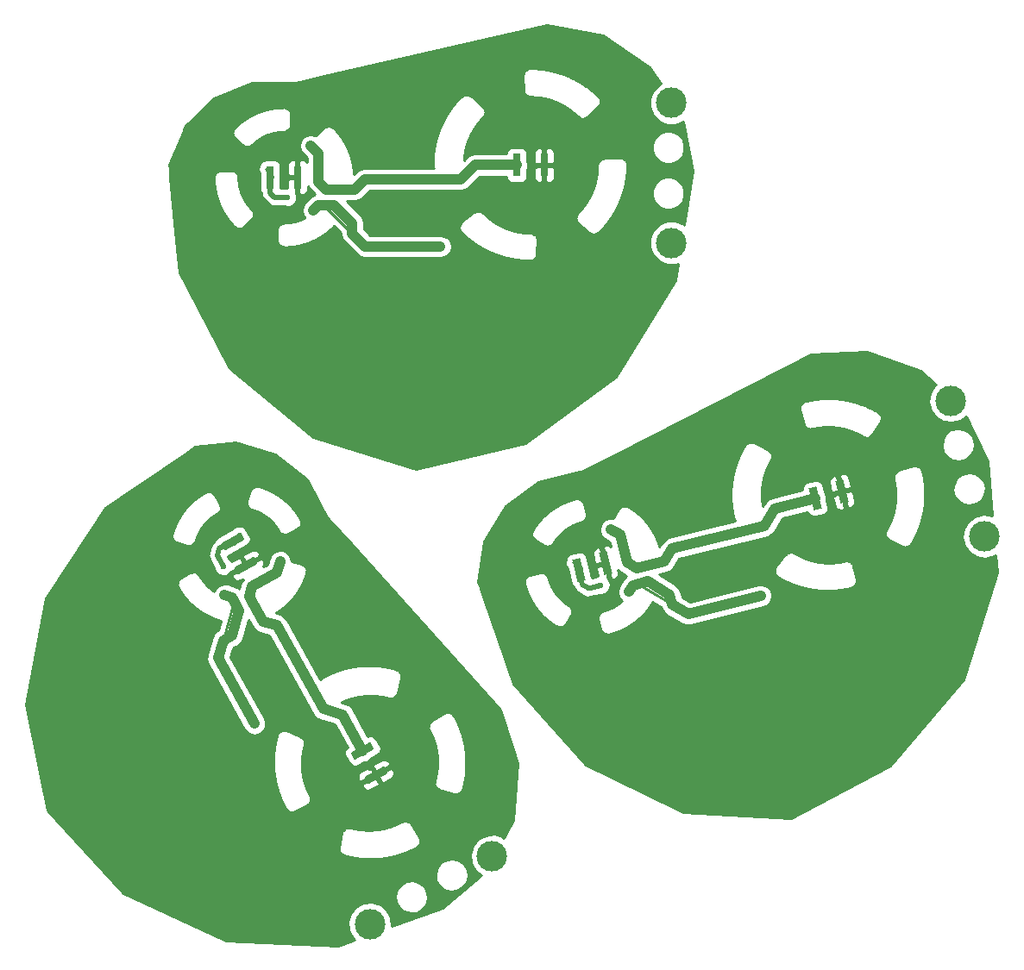
<source format=gbl>
%MOIN*%
%OFA0B0*%
%FSLAX46Y46*%
%IPPOS*%
%LPD*%
%AMREC28*
4,1,3,
-0.045512028580782293,-0.0072221535202839577,
-0.030242434242314986,-0.034769230910501145,
0.045512028580782293,0.0072221535202839577,
0.030242434242314986,0.034769230910501145,
0*%
%AMREC100*
4,1,3,
-0.0048033151712899239,-0.045830474690687531,
0.025757180144489494,-0.03821088742770587,
0.0048033151712899239,0.045830474690687531,
-0.025757180144489494,0.03821088742770587,
0*%
%AMCOMP550*
4,1,3,
-0.0048033151712899239,-0.045830474690687531,
0.025757180144489494,-0.03821088742770587,
0.0048033151712899239,0.045830474690687531,
-0.025757180144489494,0.03821088742770587,
0*%
%ADD10C,0.0039370078740157488*%
%AMCOMP56*
4,1,3,
-0.045512028580782293,-0.0072221535202839577,
-0.030242434242314986,-0.034769230910501145,
0.045512028580782293,0.0072221535202839577,
0.030242434242314986,0.034769230910501145,
0*%
%ADD11COMP56*%
%ADD12C,0.11811023622047245*%
%ADD13C,0.023622047244094488*%
%ADD14C,0.00984251968503937*%
%ADD15C,0.03937007874015748*%
%ADD16C,0.01968503937007874*%
%ADD17C,0.01*%
%ADD28C,0.0039370078740157488*%
%ADD29R,0.031496062992125991X0.086614173228346469*%
%ADD30C,0.11811023622047245*%
%ADD31C,0.023622047244094488*%
%ADD32C,0.00984251968503937*%
%ADD33C,0.03937007874015748*%
%ADD34C,0.01968503937007874*%
%ADD35C,0.01*%
%ADD46C,0.0039370078740157488*%
%AMCOMP57*
4,1,3,
-0.0048033151712899239,-0.045830474690687531,
0.025757180144489494,-0.03821088742770587,
0.0048033151712899239,0.045830474690687531,
-0.025757180144489494,0.03821088742770587,
0*%
%ADD47COMP57*%
%ADD48C,0.11811023622047245*%
%ADD49C,0.023622047244094488*%
%ADD50C,0.00984251968503937*%
%ADD51C,0.03937007874015748*%
%ADD52C,0.01968503937007874*%
%ADD53C,0.01*%
%LPD*%
G01*
D10*
D11*
X0001725972Y0007634549D02*
X0001482507Y0000740751D03*
X0001430973Y0000833723D03*
X0000979282Y0001551146D03*
X0000927747Y0001644117D03*
D12*
X0001931065Y0000426491D03*
X0001458632Y0000164618D03*
D13*
X0001463006Y0000765863D03*
X0001034474Y0001580209D03*
X0001012495Y0000939181D03*
X0000897385Y0001435618D03*
X0001111192Y0001565567D03*
X0000892635Y0001547321D03*
D14*
X0001469643Y0000763960D02*
X0001482507Y0000740751D01*
X0001463006Y0000765863D02*
X0001469643Y0000763960D01*
X0001032654Y0001580731D02*
X0000979282Y0001551146D01*
X0001034474Y0001580209D02*
X0001032654Y0001580731D01*
D15*
X0001012495Y0000939181D02*
X0000871900Y0001192821D01*
X0000871900Y0001192821D02*
X0000891390Y0001260792D01*
X0000953662Y0001375345D02*
X0000924573Y0001427822D01*
X0000926375Y0001280185D02*
X0000953662Y0001375345D01*
X0000891390Y0001260792D02*
X0000926375Y0001280185D01*
X0000924573Y0001427822D02*
X0000897385Y0001435618D01*
D14*
X0000934269Y0001410330D02*
X0000871900Y0001192821D01*
X0000924573Y0001427822D02*
X0000934269Y0001410330D01*
X0000897385Y0001435618D02*
X0000924573Y0001427822D01*
D15*
X0001430973Y0000833723D02*
X0001353289Y0000973869D01*
X0001003289Y0001471455D02*
X0001099497Y0001524784D01*
X0000991595Y0001430672D02*
X0001003289Y0001471455D01*
X0001044924Y0001334464D02*
X0000991595Y0001430672D01*
X0001099301Y0001318871D02*
X0001044924Y0001334464D01*
X0001278681Y0000995262D02*
X0001099301Y0001318871D01*
X0001353289Y0000973869D02*
X0001278681Y0000995262D01*
X0001099497Y0001524784D02*
X0001111192Y0001565567D01*
D14*
X0001099497Y0001524784D02*
X0001111192Y0001565567D01*
D16*
X0000892635Y0001547321D02*
X0000873242Y0001582305D01*
X0000873242Y0001582305D02*
X0000868394Y0001591052D01*
X0000868394Y0001591052D02*
X0000875270Y0001615029D01*
X0000875270Y0001615029D02*
X0000927747Y0001644117D01*
D14*
X0000931867Y0001634248D02*
X0000938754Y0001638065D01*
X0000938754Y0001638065D02*
X0000949036Y0001673924D01*
D17*
G36*
X0002030029Y0000785497D02*
X0002011869Y0000566949D01*
X0001976313Y0000497913D01*
X0001970372Y0000502647D01*
X0001938236Y0000511893D01*
X0001905008Y0000508136D01*
X0001875748Y0000491950D01*
X0001854909Y0000465798D01*
X0001845663Y0000433663D01*
X0001849420Y0000400435D01*
X0001865606Y0000371174D01*
X0001888730Y0000352747D01*
X0001741079Y0000227751D01*
X0001543585Y0000155889D01*
X0001544034Y0000157447D01*
X0001540277Y0000190674D01*
X0001524091Y0000219935D01*
X0001497939Y0000240774D01*
X0001465804Y0000250019D01*
X0001432576Y0000246263D01*
X0001403315Y0000230077D01*
X0001382476Y0000203925D01*
X0001373231Y0000171789D01*
X0001376987Y0000138562D01*
X0001393174Y0000109301D01*
X0001400188Y0000103711D01*
X0001337586Y0000080932D01*
X0000902070Y0000099985D01*
X0000506996Y0000284254D01*
X0000213298Y0000604825D01*
X0000128643Y0001012177D01*
X0000206823Y0001423566D01*
X0000436483Y0001773721D01*
X0000539212Y0001843641D01*
X0000727988Y0001503080D01*
X0000727978Y0001503071D01*
X0000727966Y0001503067D01*
X0000723963Y0001499672D01*
X0000719957Y0001496281D01*
X0000719951Y0001496269D01*
X0000719941Y0001496261D01*
X0000717549Y0001491607D01*
X0000715138Y0001486927D01*
X0000715137Y0001486913D01*
X0000715131Y0001486902D01*
X0000714702Y0001481679D01*
X0000714266Y0001476440D01*
X0000714270Y0001476428D01*
X0000714269Y0001476415D01*
X0000715878Y0001471403D01*
X0000717474Y0001466418D01*
X0000717482Y0001466408D01*
X0000717486Y0001466396D01*
X0000717677Y0001466052D01*
X0000717689Y0001466038D01*
X0000717694Y0001466021D01*
X0000717886Y0001465678D01*
X0000717902Y0001465659D01*
X0000717909Y0001465635D01*
X0000718101Y0001465292D01*
X0000718116Y0001465275D01*
X0000718123Y0001465254D01*
X0000718315Y0001464911D01*
X0000718329Y0001464896D01*
X0000718335Y0001464876D01*
X0000718528Y0001464534D01*
X0000718542Y0001464517D01*
X0000718549Y0001464496D01*
X0000718743Y0001464154D01*
X0000718757Y0001464138D01*
X0000718763Y0001464118D01*
X0000718957Y0001463777D01*
X0000718972Y0001463760D01*
X0000718979Y0001463739D01*
X0000719173Y0001463398D01*
X0000719189Y0001463379D01*
X0000719197Y0001463356D01*
X0000719392Y0001463015D01*
X0000719404Y0001463002D01*
X0000719409Y0001462985D01*
X0000719605Y0001462645D01*
X0000719618Y0001462629D01*
X0000719625Y0001462610D01*
X0000719821Y0001462270D01*
X0000719836Y0001462252D01*
X0000719844Y0001462230D01*
X0000720040Y0001461890D01*
X0000720054Y0001461874D01*
X0000720062Y0001461853D01*
X0000720259Y0001461513D01*
X0000720276Y0001461494D01*
X0000720284Y0001461470D01*
X0000720481Y0001461132D01*
X0000720490Y0001461121D01*
X0000720495Y0001461108D01*
X0000720692Y0001460771D01*
X0000720711Y0001460749D01*
X0000720721Y0001460721D01*
X0000720919Y0001460384D01*
X0000720932Y0001460370D01*
X0000720938Y0001460351D01*
X0000721137Y0001460014D01*
X0000721149Y0001460001D01*
X0000721155Y0001459984D01*
X0000721354Y0001459647D01*
X0000721363Y0001459637D01*
X0000721367Y0001459624D01*
X0000721566Y0001459288D01*
X0000721566Y0001459287D01*
X0000722362Y0001457945D01*
X0000722362Y0001457944D01*
X0000722363Y0001457942D01*
X0000722560Y0001457609D01*
X0000723157Y0001456602D01*
X0000723419Y0001456309D01*
X0000723560Y0001455942D01*
X0000723767Y0001455615D01*
X0000723767Y0001455615D01*
X0000723975Y0001455286D01*
X0000723976Y0001455285D01*
X0000723976Y0001455283D01*
X0000724184Y0001454954D01*
X0000724184Y0001454954D01*
X0000724391Y0001454627D01*
X0000724392Y0001454626D01*
X0000724392Y0001454625D01*
X0000724599Y0001454298D01*
X0000724599Y0001454298D01*
X0000724807Y0001453968D01*
X0000724807Y0001453968D01*
X0000725015Y0001453639D01*
X0000725017Y0001453636D01*
X0000725018Y0001453633D01*
X0000725224Y0001453307D01*
X0000725432Y0001452978D01*
X0000725433Y0001452977D01*
X0000725433Y0001452976D01*
X0000725641Y0001452648D01*
X0000725641Y0001452648D01*
X0000725847Y0001452322D01*
X0000725848Y0001452321D01*
X0000725848Y0001452319D01*
X0000726056Y0001451991D01*
X0000726056Y0001451991D01*
X0000726262Y0001451665D01*
X0000726263Y0001451664D01*
X0000726263Y0001451662D01*
X0000726471Y0001451334D01*
X0000726471Y0001451333D01*
X0000726471Y0001451333D01*
X0000726678Y0001451005D01*
X0000726678Y0001451005D01*
X0000726885Y0001450678D01*
X0000726886Y0001450677D01*
X0000726887Y0001450675D01*
X0000727094Y0001450348D01*
X0000727094Y0001450348D01*
X0000727299Y0001450023D01*
X0000727570Y0001449738D01*
X0000727721Y0001449375D01*
X0000728155Y0001448731D01*
X0000728156Y0001448730D01*
X0000728157Y0001448728D01*
X0000728373Y0001448407D01*
X0000728374Y0001448406D01*
X0000728374Y0001448405D01*
X0000728590Y0001448084D01*
X0000728590Y0001448084D01*
X0000728590Y0001448084D01*
X0000728806Y0001447763D01*
X0000729021Y0001447444D01*
X0000729022Y0001447443D01*
X0000729023Y0001447442D01*
X0000729455Y0001446800D01*
X0000729669Y0001446481D01*
X0000729673Y0001446477D01*
X0000729674Y0001446473D01*
X0000730106Y0001445833D01*
X0000730320Y0001445515D01*
X0000730321Y0001445514D01*
X0000730321Y0001445513D01*
X0000730752Y0001444873D01*
X0000730752Y0001444872D01*
X0000730966Y0001444555D01*
X0000730967Y0001444554D01*
X0000730968Y0001444552D01*
X0000731183Y0001444232D01*
X0000731186Y0001444230D01*
X0000731187Y0001444227D01*
X0000731402Y0001443908D01*
X0000731615Y0001443591D01*
X0000731616Y0001443590D01*
X0000731617Y0001443588D01*
X0000731832Y0001443269D01*
X0000732111Y0001442993D01*
X0000732273Y0001442635D01*
X0000732722Y0001442007D01*
X0000732723Y0001442007D01*
X0000732723Y0001442007D01*
X0000732947Y0001441693D01*
X0000732951Y0001441690D01*
X0000732952Y0001441686D01*
X0000733177Y0001441374D01*
X0000733399Y0001441063D01*
X0000733400Y0001441062D01*
X0000733401Y0001441061D01*
X0000733625Y0001440748D01*
X0000733625Y0001440748D01*
X0000733625Y0001440748D01*
X0000733849Y0001440435D01*
X0000734073Y0001440123D01*
X0000734073Y0001440122D01*
X0000734073Y0001440122D01*
X0000734298Y0001439810D01*
X0000734301Y0001439806D01*
X0000734303Y0001439802D01*
X0000734526Y0001439490D01*
X0000734526Y0001439490D01*
X0000734750Y0001439179D01*
X0000734974Y0001438867D01*
X0000734974Y0001438867D01*
X0000734974Y0001438867D01*
X0000735197Y0001438555D01*
X0000735197Y0001438555D01*
X0000735419Y0001438246D01*
X0000735420Y0001438245D01*
X0000735421Y0001438243D01*
X0000735644Y0001437932D01*
X0000735868Y0001437620D01*
X0000735872Y0001437617D01*
X0000735874Y0001437612D01*
X0000736543Y0001436680D01*
X0000736830Y0001436411D01*
X0000737003Y0001436057D01*
X0000737236Y0001435752D01*
X0000737236Y0001435752D01*
X0000737469Y0001435447D01*
X0000737469Y0001435447D01*
X0000737702Y0001435141D01*
X0000737706Y0001435137D01*
X0000737709Y0001435132D01*
X0000737941Y0001434828D01*
X0000737941Y0001434827D01*
X0000738173Y0001434523D01*
X0000738174Y0001434522D01*
X0000738175Y0001434521D01*
X0000738407Y0001434217D01*
X0000738407Y0001434217D01*
X0000738638Y0001433915D01*
X0000738638Y0001433914D01*
X0000738638Y0001433914D01*
X0000738870Y0001433610D01*
X0000738874Y0001433606D01*
X0000738877Y0001433601D01*
X0000739340Y0001432994D01*
X0000739341Y0001432994D01*
X0000739341Y0001432994D01*
X0000739572Y0001432691D01*
X0000739572Y0001432691D01*
X0000739804Y0001432387D01*
X0000739804Y0001432387D01*
X0000739804Y0001432387D01*
X0000740036Y0001432084D01*
X0000740036Y0001432084D01*
X0000740267Y0001431780D01*
X0000740273Y0001431775D01*
X0000740276Y0001431769D01*
X0000740507Y0001431466D01*
X0000740507Y0001431466D01*
X0000740737Y0001431166D01*
X0000740737Y0001431166D01*
X0000740968Y0001430864D01*
X0000740968Y0001430864D01*
X0000740968Y0001430863D01*
X0000741199Y0001430561D01*
X0000741199Y0001430561D01*
X0000741430Y0001430258D01*
X0000741726Y0001429998D01*
X0000741909Y0001429650D01*
X0000742150Y0001429353D01*
X0000742157Y0001429348D01*
X0000742161Y0001429340D01*
X0000742401Y0001429044D01*
X0000742401Y0001429044D01*
X0000742640Y0001428750D01*
X0000742880Y0001428454D01*
X0000742881Y0001428453D01*
X0000742882Y0001428452D01*
X0000743122Y0001428155D01*
X0000743122Y0001428155D01*
X0000743361Y0001427861D01*
X0000743366Y0001427857D01*
X0000743370Y0001427851D01*
X0000743609Y0001427556D01*
X0000743610Y0001427555D01*
X0000743611Y0001427553D01*
X0000743851Y0001427258D01*
X0000743851Y0001427258D01*
X0000744089Y0001426965D01*
X0000744329Y0001426670D01*
X0000744330Y0001426669D01*
X0000744331Y0001426668D01*
X0000744571Y0001426373D01*
X0000744571Y0001426373D01*
X0000744809Y0001426080D01*
X0000745048Y0001425785D01*
X0000745055Y0001425779D01*
X0000745059Y0001425771D01*
X0000745296Y0001425480D01*
X0000745296Y0001425480D01*
X0000745775Y0001424891D01*
X0000745776Y0001424890D01*
X0000745777Y0001424889D01*
X0000746014Y0001424597D01*
X0000746014Y0001424597D01*
X0000746254Y0001424303D01*
X0000746259Y0001424298D01*
X0000746263Y0001424292D01*
X0000746501Y0001423999D01*
X0000746502Y0001423998D01*
X0000746503Y0001423997D01*
X0000746742Y0001423704D01*
X0000747045Y0001423453D01*
X0000747238Y0001423111D01*
X0000747487Y0001422823D01*
X0000747488Y0001422823D01*
X0000747488Y0001422822D01*
X0000747737Y0001422534D01*
X0000747984Y0001422248D01*
X0000747985Y0001422247D01*
X0000747985Y0001422246D01*
X0000748234Y0001421958D01*
X0000748239Y0001421954D01*
X0000748243Y0001421948D01*
X0000748491Y0001421661D01*
X0000748492Y0001421660D01*
X0000748492Y0001421659D01*
X0000748988Y0001421085D01*
X0000748988Y0001421085D01*
X0000749234Y0001420800D01*
X0000749242Y0001420794D01*
X0000749247Y0001420786D01*
X0000749494Y0001420500D01*
X0000749494Y0001420500D01*
X0000749740Y0001420216D01*
X0000749741Y0001420215D01*
X0000749742Y0001420214D01*
X0000749989Y0001419928D01*
X0000749989Y0001419928D01*
X0000750235Y0001419645D01*
X0000750236Y0001419644D01*
X0000750236Y0001419642D01*
X0000750484Y0001419357D01*
X0000750484Y0001419357D01*
X0000750729Y0001419073D01*
X0000750737Y0001419067D01*
X0000750742Y0001419058D01*
X0000751236Y0001418488D01*
X0000751236Y0001418488D01*
X0000751481Y0001418206D01*
X0000751482Y0001418205D01*
X0000751482Y0001418204D01*
X0000751729Y0001417919D01*
X0000751729Y0001417919D01*
X0000751975Y0001417635D01*
X0000752293Y0001417388D01*
X0000752503Y0001417044D01*
X0000752759Y0001416765D01*
X0000752759Y0001416765D01*
X0000752759Y0001416765D01*
X0000753015Y0001416487D01*
X0000753015Y0001416487D01*
X0000753271Y0001416208D01*
X0000753271Y0001416208D01*
X0000753525Y0001415932D01*
X0000753526Y0001415931D01*
X0000753527Y0001415929D01*
X0000753783Y0001415651D01*
X0000753783Y0001415651D01*
X0000754039Y0001415372D01*
X0000754047Y0001415367D01*
X0000754052Y0001415358D01*
X0000754305Y0001415083D01*
X0000754305Y0001415083D01*
X0000754561Y0001414805D01*
X0000754562Y0001414804D01*
X0000754562Y0001414804D01*
X0000754818Y0001414526D01*
X0000754818Y0001414526D01*
X0000754818Y0001414526D01*
X0000755074Y0001414248D01*
X0000755074Y0001414248D01*
X0000755329Y0001413970D01*
X0000755337Y0001413965D01*
X0000755342Y0001413957D01*
X0000755597Y0001413680D01*
X0000755597Y0001413680D01*
X0000755850Y0001413406D01*
X0000755851Y0001413405D01*
X0000755852Y0001413403D01*
X0000756617Y0001412573D01*
X0000756623Y0001412569D01*
X0000756628Y0001412562D01*
X0000756882Y0001412286D01*
X0000756883Y0001412285D01*
X0000756884Y0001412284D01*
X0000757393Y0001411733D01*
X0000757393Y0001411733D01*
X0000757393Y0001411732D01*
X0000757648Y0001411457D01*
X0000757964Y0001411227D01*
X0000758177Y0001410899D01*
X0000758442Y0001410629D01*
X0000758450Y0001410623D01*
X0000758456Y0001410614D01*
X0000758983Y0001410075D01*
X0000758984Y0001410075D01*
X0000758984Y0001410075D01*
X0000759247Y0001409805D01*
X0000759511Y0001409537D01*
X0000759774Y0001409267D01*
X0000759783Y0001409261D01*
X0000759789Y0001409252D01*
X0000760052Y0001408983D01*
X0000760315Y0001408716D01*
X0000760315Y0001408715D01*
X0000760316Y0001408715D01*
X0000760842Y0001408178D01*
X0000761104Y0001407911D01*
X0000761113Y0001407904D01*
X0000761120Y0001407895D01*
X0000761645Y0001407360D01*
X0000761907Y0001407093D01*
X0000761907Y0001407093D01*
X0000761907Y0001407093D01*
X0000762170Y0001406826D01*
X0000762179Y0001406820D01*
X0000762185Y0001406810D01*
X0000763757Y0001405212D01*
X0000764088Y0001404987D01*
X0000764318Y0001404658D01*
X0000764589Y0001404398D01*
X0000764590Y0001404397D01*
X0000764590Y0001404397D01*
X0000764861Y0001404137D01*
X0000764861Y0001404137D01*
X0000765132Y0001403878D01*
X0000765133Y0001403877D01*
X0000765133Y0001403876D01*
X0000765405Y0001403616D01*
X0000765405Y0001403616D01*
X0000765674Y0001403358D01*
X0000765684Y0001403351D01*
X0000765691Y0001403341D01*
X0000765961Y0001403082D01*
X0000765961Y0001403082D01*
X0000766232Y0001402823D01*
X0000766234Y0001402822D01*
X0000766235Y0001402821D01*
X0000766503Y0001402564D01*
X0000766503Y0001402564D01*
X0000766773Y0001402305D01*
X0000766784Y0001402298D01*
X0000766791Y0001402288D01*
X0000767060Y0001402031D01*
X0000767061Y0001402031D01*
X0000767331Y0001401773D01*
X0000767365Y0001401751D01*
X0000767388Y0001401718D01*
X0000767657Y0001401462D01*
X0000767657Y0001401462D01*
X0000767928Y0001401205D01*
X0000767962Y0001401184D01*
X0000767985Y0001401151D01*
X0000768257Y0001400894D01*
X0000768266Y0001400888D01*
X0000768273Y0001400879D01*
X0000768544Y0001400623D01*
X0000768578Y0001400602D01*
X0000768602Y0001400569D01*
X0000768874Y0001400314D01*
X0000768874Y0001400314D01*
X0000769147Y0001400058D01*
X0000769179Y0001400038D01*
X0000769202Y0001400006D01*
X0000769475Y0001399752D01*
X0000769486Y0001399745D01*
X0000769493Y0001399735D01*
X0000769766Y0001399481D01*
X0000769767Y0001399480D01*
X0000769768Y0001399479D01*
X0000770041Y0001399225D01*
X0000770073Y0001399205D01*
X0000770095Y0001399175D01*
X0000770642Y0001398668D01*
X0000770677Y0001398647D01*
X0000770701Y0001398615D01*
X0000770975Y0001398362D01*
X0000770985Y0001398356D01*
X0000770991Y0001398347D01*
X0000771266Y0001398095D01*
X0000771300Y0001398074D01*
X0000771323Y0001398042D01*
X0000771599Y0001397791D01*
X0000771599Y0001397791D01*
X0000771599Y0001397790D01*
X0000771875Y0001397539D01*
X0000771907Y0001397519D01*
X0000771930Y0001397489D01*
X0000772206Y0001397238D01*
X0000772206Y0001397238D01*
X0000772482Y0001396987D01*
X0000772527Y0001396960D01*
X0000772558Y0001396918D01*
X0000772834Y0001396670D01*
X0000772834Y0001396670D01*
X0000773111Y0001396420D01*
X0000773145Y0001396400D01*
X0000773170Y0001396367D01*
X0000773445Y0001396121D01*
X0000773445Y0001396121D01*
X0000773722Y0001395872D01*
X0000773768Y0001395845D01*
X0000773801Y0001395802D01*
X0000774079Y0001395555D01*
X0000774355Y0001395309D01*
X0000774355Y0001395309D01*
X0000774633Y0001395062D01*
X0000774667Y0001395042D01*
X0000774691Y0001395010D01*
X0000774970Y0001394764D01*
X0000775003Y0001394745D01*
X0000775026Y0001394715D01*
X0000775306Y0001394468D01*
X0000775318Y0001394461D01*
X0000775327Y0001394450D01*
X0000775886Y0001393959D01*
X0000775920Y0001393939D01*
X0000775945Y0001393908D01*
X0000776223Y0001393665D01*
X0000776223Y0001393665D01*
X0000776504Y0001393420D01*
X0000776538Y0001393401D01*
X0000776562Y0001393369D01*
X0000776844Y0001393125D01*
X0000776855Y0001393119D01*
X0000776863Y0001393108D01*
X0000777144Y0001392865D01*
X0000777178Y0001392846D01*
X0000777202Y0001392815D01*
X0000777766Y0001392330D01*
X0000777811Y0001392304D01*
X0000777844Y0001392263D01*
X0000778126Y0001392022D01*
X0000778127Y0001392021D01*
X0000778127Y0001392021D01*
X0000778409Y0001391780D01*
X0000778442Y0001391761D01*
X0000778466Y0001391732D01*
X0000778749Y0001391491D01*
X0000778749Y0001391491D01*
X0000778750Y0001391491D01*
X0000779033Y0001391250D01*
X0000779067Y0001391231D01*
X0000779091Y0001391201D01*
X0000779375Y0001390961D01*
X0000779387Y0001390954D01*
X0000779396Y0001390943D01*
X0000779680Y0001390704D01*
X0000779681Y0001390704D01*
X0000779682Y0001390702D01*
X0000779965Y0001390463D01*
X0000779997Y0001390446D01*
X0000780020Y0001390418D01*
X0000780305Y0001390179D01*
X0000780306Y0001390178D01*
X0000780307Y0001390177D01*
X0000780592Y0001389938D01*
X0000780625Y0001389920D01*
X0000780649Y0001389890D01*
X0000780935Y0001389652D01*
X0000780948Y0001389645D01*
X0000780956Y0001389634D01*
X0000781242Y0001389397D01*
X0000781275Y0001389379D01*
X0000781300Y0001389349D01*
X0000781872Y0001388876D01*
X0000781905Y0001388858D01*
X0000781929Y0001388829D01*
X0000782217Y0001388593D01*
X0000782231Y0001388585D01*
X0000782241Y0001388572D01*
X0000782528Y0001388337D01*
X0000782560Y0001388320D01*
X0000782584Y0001388292D01*
X0000782871Y0001388057D01*
X0000782872Y0001388057D01*
X0000782873Y0001388056D01*
X0000783161Y0001387821D01*
X0000783193Y0001387804D01*
X0000783217Y0001387775D01*
X0000783505Y0001387541D01*
X0000783520Y0001387534D01*
X0000783530Y0001387522D01*
X0000783818Y0001387289D01*
X0000783851Y0001387271D01*
X0000783876Y0001387242D01*
X0000784165Y0001387009D01*
X0000784165Y0001387009D01*
X0000784166Y0001387009D01*
X0000784454Y0001386776D01*
X0000784455Y0001386776D01*
X0000784742Y0001386545D01*
X0000784790Y0001386520D01*
X0000784824Y0001386479D01*
X0000785114Y0001386248D01*
X0000785115Y0001386247D01*
X0000785116Y0001386246D01*
X0000785406Y0001386015D01*
X0000785438Y0001385998D01*
X0000785462Y0001385971D01*
X0000785752Y0001385740D01*
X0000785753Y0001385740D01*
X0000785753Y0001385739D01*
X0000786044Y0001385509D01*
X0000786076Y0001385492D01*
X0000786100Y0001385464D01*
X0000786392Y0001385234D01*
X0000786406Y0001385226D01*
X0000786417Y0001385214D01*
X0000786708Y0001384985D01*
X0000786708Y0001384985D01*
X0000786709Y0001384984D01*
X0000787000Y0001384755D01*
X0000787032Y0001384739D01*
X0000787056Y0001384711D01*
X0000787347Y0001384483D01*
X0000787383Y0001384465D01*
X0000787410Y0001384434D01*
X0000787702Y0001384207D01*
X0000787716Y0001384200D01*
X0000787725Y0001384189D01*
X0000788310Y0001383735D01*
X0000788343Y0001383719D01*
X0000788368Y0001383690D01*
X0000788954Y0001383238D01*
X0000789004Y0001383213D01*
X0000789040Y0001383172D01*
X0000789627Y0001382722D01*
X0000789660Y0001382706D01*
X0000789684Y0001382679D01*
X0000789978Y0001382455D01*
X0000789980Y0001382454D01*
X0000789981Y0001382452D01*
X0000790276Y0001382228D01*
X0000790324Y0001382205D01*
X0000790359Y0001382165D01*
X0000790654Y0001381942D01*
X0000790655Y0001381942D01*
X0000790655Y0001381942D01*
X0000790950Y0001381719D01*
X0000790983Y0001381703D01*
X0000791008Y0001381675D01*
X0000791304Y0001381453D01*
X0000791305Y0001381453D01*
X0000791306Y0001381452D01*
X0000791602Y0001381229D01*
X0000791616Y0001381222D01*
X0000791627Y0001381211D01*
X0000791922Y0001380989D01*
X0000791956Y0001380973D01*
X0000791981Y0001380945D01*
X0000792277Y0001380725D01*
X0000792278Y0001380725D01*
X0000792278Y0001380724D01*
X0000792575Y0001380503D01*
X0000792608Y0001380488D01*
X0000792632Y0001380460D01*
X0000792930Y0001380240D01*
X0000792946Y0001380232D01*
X0000792959Y0001380219D01*
X0000793256Y0001380000D01*
X0000793289Y0001379984D01*
X0000793315Y0001379956D01*
X0000793612Y0001379738D01*
X0000793612Y0001379738D01*
X0000793910Y0001379519D01*
X0000793910Y0001379519D01*
X0000794208Y0001379301D01*
X0000794257Y0001379278D01*
X0000794294Y0001379237D01*
X0000794592Y0001379021D01*
X0000794592Y0001379020D01*
X0000794890Y0001378803D01*
X0000794924Y0001378788D01*
X0000794950Y0001378760D01*
X0000795249Y0001378544D01*
X0000795250Y0001378543D01*
X0000795251Y0001378542D01*
X0000795550Y0001378326D01*
X0000795598Y0001378304D01*
X0000795635Y0001378265D01*
X0000795934Y0001378050D01*
X0000795936Y0001378049D01*
X0000795938Y0001378047D01*
X0000796237Y0001377832D01*
X0000796269Y0001377818D01*
X0000796293Y0001377792D01*
X0000796594Y0001377578D01*
X0000796595Y0001377577D01*
X0000796596Y0001377576D01*
X0000796896Y0001377362D01*
X0000796913Y0001377354D01*
X0000796926Y0001377341D01*
X0000797226Y0001377127D01*
X0000797260Y0001377112D01*
X0000797285Y0001377085D01*
X0000797586Y0001376872D01*
X0000797886Y0001376660D01*
X0000797920Y0001376645D01*
X0000797946Y0001376617D01*
X0000798248Y0001376405D01*
X0000798264Y0001376398D01*
X0000798276Y0001376385D01*
X0000798578Y0001376174D01*
X0000798613Y0001376158D01*
X0000798640Y0001376130D01*
X0000798943Y0001375919D01*
X0000798943Y0001375919D01*
X0000799243Y0001375710D01*
X0000799278Y0001375694D01*
X0000799304Y0001375667D01*
X0000799608Y0001375456D01*
X0000799624Y0001375449D01*
X0000799637Y0001375436D01*
X0000799940Y0001375227D01*
X0000799940Y0001375227D01*
X0000800241Y0001375019D01*
X0000800276Y0001375004D01*
X0000800302Y0001374976D01*
X0000800910Y0001374558D01*
X0000800961Y0001374537D01*
X0000800999Y0001374497D01*
X0000801912Y0001373875D01*
X0000801948Y0001373860D01*
X0000801975Y0001373832D01*
X0000802280Y0001373626D01*
X0000802295Y0001373619D01*
X0000802307Y0001373607D01*
X0000802612Y0001373401D01*
X0000802647Y0001373386D01*
X0000802675Y0001373359D01*
X0000802980Y0001373154D01*
X0000803283Y0001372950D01*
X0000803318Y0001372936D01*
X0000803344Y0001372909D01*
X0000803651Y0001372704D01*
X0000803669Y0001372697D01*
X0000803683Y0001372683D01*
X0000803989Y0001372479D01*
X0000804023Y0001372465D01*
X0000804049Y0001372440D01*
X0000804356Y0001372236D01*
X0000804356Y0001372236D01*
X0000804662Y0001372034D01*
X0000804696Y0001372020D01*
X0000804723Y0001371994D01*
X0000805031Y0001371791D01*
X0000805048Y0001371784D01*
X0000805062Y0001371770D01*
X0000805677Y0001371367D01*
X0000805712Y0001371353D01*
X0000805739Y0001371326D01*
X0000806047Y0001371125D01*
X0000806064Y0001371118D01*
X0000806077Y0001371106D01*
X0000806385Y0001370905D01*
X0000806420Y0001370891D01*
X0000806447Y0001370865D01*
X0000807065Y0001370466D01*
X0000807098Y0001370452D01*
X0000807125Y0001370427D01*
X0000807434Y0001370228D01*
X0000807452Y0001370221D01*
X0000807466Y0001370208D01*
X0000807775Y0001370010D01*
X0000807775Y0001370009D01*
X0000807776Y0001370009D01*
X0000808085Y0001369811D01*
X0000808119Y0001369798D01*
X0000808145Y0001369772D01*
X0000808455Y0001369575D01*
X0000808457Y0001369574D01*
X0000808459Y0001369573D01*
X0000808769Y0001369375D01*
X0000808819Y0001369356D01*
X0000808858Y0001369318D01*
X0000809169Y0001369122D01*
X0000809170Y0001369122D01*
X0000809170Y0001369121D01*
X0000809481Y0001368925D01*
X0000809482Y0001368925D01*
X0000809482Y0001368925D01*
X0000809793Y0001368728D01*
X0000809826Y0001368716D01*
X0000809852Y0001368691D01*
X0000810163Y0001368496D01*
X0000810183Y0001368488D01*
X0000810199Y0001368474D01*
X0000810510Y0001368279D01*
X0000810542Y0001368267D01*
X0000810567Y0001368244D01*
X0000810879Y0001368049D01*
X0000810881Y0001368049D01*
X0000810882Y0001368047D01*
X0000811194Y0001367853D01*
X0000811228Y0001367841D01*
X0000811254Y0001367816D01*
X0000811567Y0001367622D01*
X0000811586Y0001367615D01*
X0000811601Y0001367602D01*
X0000812226Y0001367216D01*
X0000812260Y0001367204D01*
X0000812286Y0001367180D01*
X0000812600Y0001366987D01*
X0000812601Y0001366987D01*
X0000812602Y0001366986D01*
X0000812915Y0001366794D01*
X0000812967Y0001366775D01*
X0000813007Y0001366738D01*
X0000813321Y0001366547D01*
X0000813323Y0001366547D01*
X0000813324Y0001366546D01*
X0000813637Y0001366356D01*
X0000813951Y0001366166D01*
X0000814004Y0001366146D01*
X0000814046Y0001366108D01*
X0000814361Y0001365919D01*
X0000814361Y0001365919D01*
X0000814673Y0001365731D01*
X0000814708Y0001365718D01*
X0000814736Y0001365693D01*
X0000815052Y0001365504D01*
X0000815071Y0001365497D01*
X0000815087Y0001365484D01*
X0000815401Y0001365296D01*
X0000815434Y0001365284D01*
X0000815460Y0001365261D01*
X0000815776Y0001365074D01*
X0000815777Y0001365074D01*
X0000815777Y0001365073D01*
X0000816409Y0001364699D01*
X0000816463Y0001364680D01*
X0000816506Y0001364642D01*
X0000816822Y0001364457D01*
X0000817137Y0001364272D01*
X0000817172Y0001364260D01*
X0000817199Y0001364236D01*
X0000817517Y0001364051D01*
X0000817832Y0001363867D01*
X0000817887Y0001363848D01*
X0000817930Y0001363810D01*
X0000818248Y0001363626D01*
X0000818248Y0001363626D01*
X0000818565Y0001363443D01*
X0000818565Y0001363443D01*
X0000818883Y0001363260D01*
X0000818917Y0001363248D01*
X0000818944Y0001363224D01*
X0000819263Y0001363041D01*
X0000819283Y0001363035D01*
X0000819298Y0001363021D01*
X0000819616Y0001362839D01*
X0000819650Y0001362828D01*
X0000819676Y0001362805D01*
X0000819995Y0001362623D01*
X0000819996Y0001362623D01*
X0000819997Y0001362623D01*
X0000820316Y0001362441D01*
X0000820335Y0001362435D01*
X0000820351Y0001362421D01*
X0000820670Y0001362241D01*
X0000820705Y0001362229D01*
X0000820733Y0001362205D01*
X0000821053Y0001362025D01*
X0000821369Y0001361847D01*
X0000821404Y0001361835D01*
X0000821433Y0001361811D01*
X0000821753Y0001361632D01*
X0000821773Y0001361626D01*
X0000821788Y0001361612D01*
X0000822108Y0001361434D01*
X0000822142Y0001361423D01*
X0000822169Y0001361400D01*
X0000822490Y0001361222D01*
X0000822491Y0001361222D01*
X0000822491Y0001361222D01*
X0000822812Y0001361044D01*
X0000822812Y0001361044D01*
X0000823133Y0001360866D01*
X0000823187Y0001360848D01*
X0000823231Y0001360812D01*
X0000823874Y0001360459D01*
X0000823908Y0001360448D01*
X0000823936Y0001360425D01*
X0000824258Y0001360249D01*
X0000824278Y0001360243D01*
X0000824294Y0001360230D01*
X0000824938Y0001359880D01*
X0000824973Y0001359869D01*
X0000825001Y0001359846D01*
X0000825324Y0001359671D01*
X0000825343Y0001359665D01*
X0000825359Y0001359653D01*
X0000825681Y0001359479D01*
X0000825716Y0001359469D01*
X0000825744Y0001359446D01*
X0000826067Y0001359273D01*
X0000826068Y0001359273D01*
X0000826068Y0001359272D01*
X0000826390Y0001359100D01*
X0000826390Y0001359100D01*
X0000826713Y0001358927D01*
X0000826769Y0001358911D01*
X0000826814Y0001358874D01*
X0000827461Y0001358532D01*
X0000827493Y0001358522D01*
X0000827519Y0001358501D01*
X0000827844Y0001358330D01*
X0000827867Y0001358323D01*
X0000827885Y0001358308D01*
X0000828533Y0001357969D01*
X0000828567Y0001357959D01*
X0000828595Y0001357936D01*
X0000828920Y0001357767D01*
X0000829243Y0001357599D01*
X0000829299Y0001357583D01*
X0000829345Y0001357546D01*
X0000829671Y0001357379D01*
X0000829994Y0001357212D01*
X0000829994Y0001357212D01*
X0000830319Y0001357044D01*
X0000830377Y0001357028D01*
X0000830423Y0001356991D01*
X0000830749Y0001356825D01*
X0000831074Y0001356659D01*
X0000831106Y0001356650D01*
X0000831133Y0001356629D01*
X0000831460Y0001356463D01*
X0000831484Y0001356457D01*
X0000831502Y0001356442D01*
X0000831829Y0001356277D01*
X0000832154Y0001356113D01*
X0000832189Y0001356104D01*
X0000832217Y0001356081D01*
X0000832541Y0001355919D01*
X0000832541Y0001355919D01*
X0000832868Y0001355755D01*
X0000832892Y0001355748D01*
X0000832911Y0001355734D01*
X0000833237Y0001355570D01*
X0000833272Y0001355561D01*
X0000833300Y0001355539D01*
X0000833627Y0001355377D01*
X0000833627Y0001355377D01*
X0000833955Y0001355214D01*
X0000834009Y0001355200D01*
X0000834054Y0001355165D01*
X0000834382Y0001355004D01*
X0000834384Y0001355004D01*
X0000834385Y0001355003D01*
X0000834713Y0001354842D01*
X0000834746Y0001354833D01*
X0000834773Y0001354813D01*
X0000835102Y0001354652D01*
X0000835102Y0001354652D01*
X0000835431Y0001354492D01*
X0000835454Y0001354485D01*
X0000835473Y0001354471D01*
X0000835801Y0001354311D01*
X0000835834Y0001354303D01*
X0000835861Y0001354282D01*
X0000836191Y0001354123D01*
X0000836192Y0001354123D01*
X0000836193Y0001354122D01*
X0000836522Y0001353963D01*
X0000836545Y0001353957D01*
X0000836564Y0001353943D01*
X0000836893Y0001353785D01*
X0000836925Y0001353777D01*
X0000836951Y0001353757D01*
X0000837281Y0001353600D01*
X0000837283Y0001353599D01*
X0000837285Y0001353598D01*
X0000837615Y0001353440D01*
X0000837669Y0001353427D01*
X0000837714Y0001353393D01*
X0000838044Y0001353237D01*
X0000838046Y0001353237D01*
X0000838048Y0001353236D01*
X0000838709Y0001352924D01*
X0000838740Y0001352916D01*
X0000838767Y0001352896D01*
X0000839098Y0001352741D01*
X0000839122Y0001352735D01*
X0000839141Y0001352721D01*
X0000839472Y0001352566D01*
X0000839507Y0001352558D01*
X0000839536Y0001352536D01*
X0000839867Y0001352382D01*
X0000840197Y0001352229D01*
X0000840221Y0001352224D01*
X0000840241Y0001352209D01*
X0000840572Y0001352056D01*
X0000840605Y0001352048D01*
X0000840632Y0001352029D01*
X0000840964Y0001351876D01*
X0000840964Y0001351876D01*
X0000841296Y0001351724D01*
X0000841298Y0001351723D01*
X0000841300Y0001351722D01*
X0000841632Y0001351570D01*
X0000841686Y0001351557D01*
X0000841732Y0001351524D01*
X0000842064Y0001351373D01*
X0000842066Y0001351373D01*
X0000842067Y0001351372D01*
X0000842399Y0001351221D01*
X0000842457Y0001351208D01*
X0000842505Y0001351174D01*
X0000842838Y0001351024D01*
X0000843167Y0001350876D01*
X0000843202Y0001350869D01*
X0000843230Y0001350848D01*
X0000843564Y0001350699D01*
X0000843897Y0001350551D01*
X0000843922Y0001350545D01*
X0000843943Y0001350530D01*
X0000844277Y0001350382D01*
X0000844310Y0001350375D01*
X0000844338Y0001350355D01*
X0000844673Y0001350208D01*
X0000844673Y0001350208D01*
X0000845005Y0001350061D01*
X0000845030Y0001350056D01*
X0000845050Y0001350042D01*
X0000845384Y0001349895D01*
X0000845418Y0001349888D01*
X0000845446Y0001349868D01*
X0000845778Y0001349723D01*
X0000845779Y0001349723D01*
X0000846114Y0001349577D01*
X0000846171Y0001349565D01*
X0000846220Y0001349531D01*
X0000846556Y0001349387D01*
X0000846556Y0001349387D01*
X0000846889Y0001349243D01*
X0000846890Y0001349243D01*
X0000846891Y0001349242D01*
X0000847227Y0001349098D01*
X0000847259Y0001349091D01*
X0000847287Y0001349072D01*
X0000847624Y0001348928D01*
X0000847648Y0001348923D01*
X0000847668Y0001348909D01*
X0000848004Y0001348766D01*
X0000848037Y0001348759D01*
X0000848064Y0001348740D01*
X0000848401Y0001348598D01*
X0000848401Y0001348598D01*
X0000848736Y0001348457D01*
X0000848762Y0001348451D01*
X0000848784Y0001348436D01*
X0000849121Y0001348295D01*
X0000849152Y0001348289D01*
X0000849178Y0001348271D01*
X0000849515Y0001348130D01*
X0000849517Y0001348130D01*
X0000849519Y0001348128D01*
X0000849856Y0001347988D01*
X0000849880Y0001347983D01*
X0000849901Y0001347969D01*
X0000850237Y0001347829D01*
X0000850270Y0001347823D01*
X0000850298Y0001347804D01*
X0000850636Y0001347665D01*
X0000850972Y0001347526D01*
X0000851030Y0001347515D01*
X0000851080Y0001347482D01*
X0000852094Y0001347068D01*
X0000852126Y0001347062D01*
X0000852153Y0001347045D01*
X0000852492Y0001346907D01*
X0000852517Y0001346902D01*
X0000852539Y0001346888D01*
X0000852878Y0001346752D01*
X0000852879Y0001346752D01*
X0000852879Y0001346751D01*
X0000853218Y0001346615D01*
X0000853249Y0001346609D01*
X0000853275Y0001346592D01*
X0000853614Y0001346456D01*
X0000853641Y0001346451D01*
X0000853664Y0001346437D01*
X0000854003Y0001346302D01*
X0000854033Y0001346296D01*
X0000854060Y0001346279D01*
X0000854399Y0001346145D01*
X0000854401Y0001346145D01*
X0000854403Y0001346143D01*
X0000854743Y0001346009D01*
X0000854768Y0001346005D01*
X0000854789Y0001345991D01*
X0000855129Y0001345858D01*
X0000855160Y0001345852D01*
X0000855187Y0001345835D01*
X0000855528Y0001345702D01*
X0000855529Y0001345702D01*
X0000855530Y0001345701D01*
X0000855870Y0001345569D01*
X0000855895Y0001345564D01*
X0000855916Y0001345551D01*
X0000856256Y0001345419D01*
X0000856289Y0001345413D01*
X0000856317Y0001345395D01*
X0000856998Y0001345133D01*
X0000857056Y0001345123D01*
X0000857105Y0001345092D01*
X0000857447Y0001344962D01*
X0000857448Y0001344962D01*
X0000857448Y0001344962D01*
X0000857790Y0001344832D01*
X0000857790Y0001344832D01*
X0000858129Y0001344703D01*
X0000858188Y0001344693D01*
X0000858239Y0001344661D01*
X0000858580Y0001344533D01*
X0000858580Y0001344533D01*
X0000858922Y0001344405D01*
X0000858922Y0001344405D01*
X0000859261Y0001344278D01*
X0000859321Y0001344268D01*
X0000859373Y0001344236D01*
X0000859715Y0001344109D01*
X0000860055Y0001343983D01*
X0000860397Y0001343857D01*
X0000860456Y0001343847D01*
X0000860507Y0001343816D01*
X0000860850Y0001343691D01*
X0000860850Y0001343691D01*
X0000861192Y0001343566D01*
X0000861223Y0001343561D01*
X0000861250Y0001343545D01*
X0000861593Y0001343420D01*
X0000861620Y0001343416D01*
X0000861644Y0001343402D01*
X0000861987Y0001343278D01*
X0000861987Y0001343278D01*
X0000862330Y0001343155D01*
X0000862361Y0001343150D01*
X0000862387Y0001343134D01*
X0000862731Y0001343011D01*
X0000862758Y0001343007D01*
X0000862782Y0001342993D01*
X0000863125Y0001342870D01*
X0000863126Y0001342870D01*
X0000863127Y0001342870D01*
X0000863471Y0001342748D01*
X0000863502Y0001342743D01*
X0000863528Y0001342727D01*
X0000863873Y0001342606D01*
X0000863900Y0001342602D01*
X0000863924Y0001342588D01*
X0000864267Y0001342467D01*
X0000864298Y0001342463D01*
X0000864325Y0001342447D01*
X0000864670Y0001342327D01*
X0000864671Y0001342327D01*
X0000864672Y0001342326D01*
X0000865017Y0001342206D01*
X0000865017Y0001342206D01*
X0000865357Y0001342087D01*
X0000865418Y0001342079D01*
X0000865470Y0001342048D01*
X0000866160Y0001341811D01*
X0000866188Y0001341807D01*
X0000866212Y0001341793D01*
X0000866557Y0001341676D01*
X0000866587Y0001341672D01*
X0000866614Y0001341656D01*
X0000867305Y0001341422D01*
X0000867333Y0001341418D01*
X0000867357Y0001341404D01*
X0000867702Y0001341288D01*
X0000867734Y0001341284D01*
X0000867762Y0001341269D01*
X0000868108Y0001341153D01*
X0000868454Y0001341037D01*
X0000868481Y0001341034D01*
X0000868504Y0001341021D01*
X0000868850Y0001340906D01*
X0000868881Y0001340902D01*
X0000868909Y0001340887D01*
X0000869255Y0001340772D01*
X0000869602Y0001340658D01*
X0000869631Y0001340655D01*
X0000869656Y0001340640D01*
X0000870002Y0001340527D01*
X0000870031Y0001340524D01*
X0000870057Y0001340509D01*
X0000870404Y0001340397D01*
X0000870404Y0001340397D01*
X0000870751Y0001340284D01*
X0000870782Y0001340281D01*
X0000870810Y0001340265D01*
X0000871157Y0001340153D01*
X0000871185Y0001340150D01*
X0000871209Y0001340137D01*
X0000871556Y0001340026D01*
X0000871557Y0001340026D01*
X0000871558Y0001340025D01*
X0000871905Y0001339914D01*
X0000871936Y0001339911D01*
X0000871964Y0001339896D01*
X0000872312Y0001339785D01*
X0000872340Y0001339782D01*
X0000872364Y0001339769D01*
X0000873059Y0001339550D01*
X0000873091Y0001339546D01*
X0000873119Y0001339531D01*
X0000873468Y0001339422D01*
X0000873495Y0001339419D01*
X0000873518Y0001339406D01*
X0000874215Y0001339190D01*
X0000874246Y0001339187D01*
X0000874275Y0001339172D01*
X0000874624Y0001339064D01*
X0000874652Y0001339061D01*
X0000874676Y0001339048D01*
X0000875025Y0001338942D01*
X0000875373Y0001338835D01*
X0000875432Y0001338829D01*
X0000875484Y0001338802D01*
X0000875833Y0001338697D01*
X0000875834Y0001338697D01*
X0000875835Y0001338696D01*
X0000876184Y0001338591D01*
X0000876214Y0001338588D01*
X0000876240Y0001338574D01*
X0000876590Y0001338470D01*
X0000876619Y0001338467D01*
X0000876645Y0001338454D01*
X0000876994Y0001338350D01*
X0000876995Y0001338350D01*
X0000876996Y0001338350D01*
X0000877346Y0001338246D01*
X0000877374Y0001338244D01*
X0000877399Y0001338230D01*
X0000877750Y0001338127D01*
X0000877779Y0001338125D01*
X0000877805Y0001338111D01*
X0000878155Y0001338009D01*
X0000878156Y0001338009D01*
X0000878157Y0001338009D01*
X0000878507Y0001337907D01*
X0000878536Y0001337904D01*
X0000878562Y0001337891D01*
X0000878913Y0001337789D01*
X0000878943Y0001337787D01*
X0000878969Y0001337773D01*
X0000879319Y0001337673D01*
X0000879323Y0001337672D01*
X0000879327Y0001337670D01*
X0000882239Y0001337429D01*
X0000871799Y0001301024D01*
X0000869727Y0001299875D01*
X0000856419Y0001288609D01*
X0000848631Y0001273487D01*
X0000848436Y0001273109D01*
X0000828946Y0001205138D01*
X0000827502Y0001187762D01*
X0000832817Y0001171157D01*
X0000973412Y0000917517D01*
X0000984678Y0000904210D01*
X0001000178Y0000896227D01*
X0001017553Y0000894783D01*
X0001034158Y0000900099D01*
X0001047465Y0000911364D01*
X0001055449Y0000926864D01*
X0001056892Y0000944240D01*
X0001051577Y0000960845D01*
X0000919956Y0001198296D01*
X0000929243Y0001230683D01*
X0000933630Y0001233116D01*
X0001112253Y0000910871D01*
X0001109504Y0000908515D01*
X0001106485Y0000906516D01*
X0001105543Y0000905120D01*
X0001104264Y0000904024D01*
X0001102625Y0000900795D01*
X0001100600Y0000897793D01*
X0001100264Y0000896142D01*
X0001099502Y0000894640D01*
X0001099362Y0000894139D01*
X0001099359Y0000894098D01*
X0001099340Y0000894061D01*
X0001099201Y0000893560D01*
X0001099201Y0000893559D01*
X0001099201Y0000893559D01*
X0001099062Y0000893057D01*
X0001099059Y0000893017D01*
X0001099041Y0000892981D01*
X0001098766Y0000891978D01*
X0001098765Y0000891955D01*
X0001098755Y0000891935D01*
X0001098618Y0000891434D01*
X0001098617Y0000891414D01*
X0001098608Y0000891396D01*
X0001098472Y0000890894D01*
X0001098470Y0000890854D01*
X0001098452Y0000890818D01*
X0001098318Y0000890316D01*
X0001098318Y0000890314D01*
X0001098317Y0000890313D01*
X0001098183Y0000889810D01*
X0001098181Y0000889789D01*
X0001098172Y0000889770D01*
X0001098039Y0000889268D01*
X0001098037Y0000889248D01*
X0001098029Y0000889230D01*
X0001097896Y0000888727D01*
X0001097894Y0000888706D01*
X0001097885Y0000888687D01*
X0001097753Y0000888185D01*
X0001097752Y0000888163D01*
X0001097743Y0000888144D01*
X0001097611Y0000887640D01*
X0001097610Y0000887621D01*
X0001097602Y0000887603D01*
X0001097471Y0000887100D01*
X0001097470Y0000887079D01*
X0001097461Y0000887061D01*
X0001097331Y0000886557D01*
X0001097330Y0000886536D01*
X0001097321Y0000886516D01*
X0001097192Y0000886013D01*
X0001097191Y0000885993D01*
X0001097182Y0000885974D01*
X0001097054Y0000885470D01*
X0001097053Y0000885448D01*
X0001097044Y0000885429D01*
X0001096917Y0000884925D01*
X0001096915Y0000884906D01*
X0001096907Y0000884887D01*
X0001096780Y0000884383D01*
X0001096779Y0000884361D01*
X0001096770Y0000884342D01*
X0001096644Y0000883838D01*
X0001096643Y0000883818D01*
X0001096635Y0000883800D01*
X0001096510Y0000883295D01*
X0001096509Y0000883274D01*
X0001096500Y0000883254D01*
X0001096375Y0000882750D01*
X0001096374Y0000882729D01*
X0001096366Y0000882711D01*
X0001096242Y0000882205D01*
X0001096241Y0000882184D01*
X0001096232Y0000882164D01*
X0001096109Y0000881659D01*
X0001096108Y0000881639D01*
X0001096100Y0000881620D01*
X0001095978Y0000881114D01*
X0001095977Y0000881094D01*
X0001095968Y0000881076D01*
X0001095847Y0000880570D01*
X0001095846Y0000880549D01*
X0001095837Y0000880530D01*
X0001095717Y0000880024D01*
X0001095716Y0000880002D01*
X0001095707Y0000879983D01*
X0001095587Y0000879477D01*
X0001095587Y0000879457D01*
X0001095579Y0000879439D01*
X0001095459Y0000878932D01*
X0001095459Y0000878911D01*
X0001095450Y0000878891D01*
X0001095331Y0000878385D01*
X0001095331Y0000878364D01*
X0001095322Y0000878345D01*
X0001095204Y0000877837D01*
X0001095204Y0000877817D01*
X0001095196Y0000877799D01*
X0001095079Y0000877292D01*
X0001095078Y0000877272D01*
X0001095070Y0000877254D01*
X0001094954Y0000876746D01*
X0001094953Y0000876724D01*
X0001094944Y0000876704D01*
X0001094829Y0000876197D01*
X0001094829Y0000876177D01*
X0001094820Y0000876158D01*
X0001094706Y0000875650D01*
X0001094705Y0000875628D01*
X0001094696Y0000875609D01*
X0001094583Y0000875101D01*
X0001094582Y0000875082D01*
X0001094574Y0000875064D01*
X0001094461Y0000874555D01*
X0001094461Y0000874534D01*
X0001094452Y0000874514D01*
X0001094340Y0000874006D01*
X0001094340Y0000874006D01*
X0001094228Y0000873497D01*
X0001094227Y0000873456D01*
X0001094210Y0000873419D01*
X0001093989Y0000872402D01*
X0001093988Y0000872359D01*
X0001093971Y0000872320D01*
X0001093863Y0000871812D01*
X0001093753Y0000871303D01*
X0001093753Y0000871262D01*
X0001093737Y0000871225D01*
X0001093629Y0000870715D01*
X0001093629Y0000870715D01*
X0001093629Y0000870715D01*
X0001093521Y0000870206D01*
X0001093521Y0000870164D01*
X0001093504Y0000870126D01*
X0001093292Y0000869106D01*
X0001093292Y0000869065D01*
X0001093276Y0000869027D01*
X0001093171Y0000868517D01*
X0001093171Y0000868516D01*
X0001093171Y0000868515D01*
X0001093066Y0000868005D01*
X0001093066Y0000867964D01*
X0001093050Y0000867927D01*
X0001092947Y0000867416D01*
X0001092947Y0000867416D01*
X0001092844Y0000866907D01*
X0001092844Y0000866883D01*
X0001092835Y0000866862D01*
X0001092733Y0000866352D01*
X0001092733Y0000866310D01*
X0001092717Y0000866272D01*
X0001092516Y0000865251D01*
X0001092516Y0000865210D01*
X0001092501Y0000865173D01*
X0001092402Y0000864662D01*
X0001092402Y0000864661D01*
X0001092402Y0000864661D01*
X0001092302Y0000864150D01*
X0001092303Y0000864109D01*
X0001092287Y0000864071D01*
X0001092190Y0000863559D01*
X0001092190Y0000863559D01*
X0001092189Y0000863558D01*
X0001092092Y0000863046D01*
X0001092092Y0000863006D01*
X0001092077Y0000862969D01*
X0001091981Y0000862457D01*
X0001091981Y0000862456D01*
X0001091980Y0000862454D01*
X0001091884Y0000861942D01*
X0001091885Y0000861902D01*
X0001091870Y0000861865D01*
X0001091775Y0000861352D01*
X0001091775Y0000861352D01*
X0001091681Y0000860841D01*
X0001091681Y0000860799D01*
X0001091666Y0000860760D01*
X0001091480Y0000859734D01*
X0001091480Y0000859711D01*
X0001091472Y0000859690D01*
X0001091380Y0000859178D01*
X0001091380Y0000859160D01*
X0001091373Y0000859143D01*
X0001091282Y0000858630D01*
X0001091282Y0000858607D01*
X0001091274Y0000858586D01*
X0001091184Y0000858074D01*
X0001091184Y0000858054D01*
X0001091177Y0000858037D01*
X0001091087Y0000857523D01*
X0001091087Y0000857501D01*
X0001091080Y0000857481D01*
X0001090990Y0000856968D01*
X0001090991Y0000856948D01*
X0001090984Y0000856930D01*
X0001090895Y0000856416D01*
X0001090896Y0000856394D01*
X0001090888Y0000856373D01*
X0001090800Y0000855860D01*
X0001090802Y0000855818D01*
X0001090787Y0000855779D01*
X0001090701Y0000855266D01*
X0001090615Y0000854753D01*
X0001090616Y0000854710D01*
X0001090601Y0000854671D01*
X0001090517Y0000854156D01*
X0001090517Y0000854156D01*
X0001090433Y0000853643D01*
X0001090434Y0000853603D01*
X0001090420Y0000853564D01*
X0001090337Y0000853050D01*
X0001090337Y0000853049D01*
X0001090336Y0000853048D01*
X0001090253Y0000852533D01*
X0001090254Y0000852510D01*
X0001090246Y0000852489D01*
X0001090164Y0000851975D01*
X0001090165Y0000851957D01*
X0001090159Y0000851940D01*
X0001090077Y0000851425D01*
X0001090078Y0000851402D01*
X0001090070Y0000851380D01*
X0001089990Y0000850866D01*
X0001089990Y0000850847D01*
X0001089984Y0000850830D01*
X0001089904Y0000850314D01*
X0001089905Y0000850292D01*
X0001089897Y0000850271D01*
X0001089818Y0000849756D01*
X0001089820Y0000849714D01*
X0001089806Y0000849675D01*
X0001089728Y0000849160D01*
X0001089728Y0000849160D01*
X0001089728Y0000849159D01*
X0001089651Y0000848644D01*
X0001089652Y0000848621D01*
X0001089644Y0000848599D01*
X0001089568Y0000848084D01*
X0001089568Y0000848066D01*
X0001089562Y0000848049D01*
X0001089486Y0000847533D01*
X0001089488Y0000847492D01*
X0001089475Y0000847453D01*
X0001089326Y0000846421D01*
X0001089327Y0000846398D01*
X0001089319Y0000846376D01*
X0001089246Y0000845860D01*
X0001089247Y0000845842D01*
X0001089241Y0000845825D01*
X0001089168Y0000845308D01*
X0001089169Y0000845285D01*
X0001089162Y0000845264D01*
X0001089089Y0000844747D01*
X0001089091Y0000844729D01*
X0001089084Y0000844711D01*
X0001089013Y0000844193D01*
X0001089014Y0000844172D01*
X0001089007Y0000844151D01*
X0001088937Y0000843634D01*
X0001088937Y0000843633D01*
X0001088936Y0000843631D01*
X0001088866Y0000843115D01*
X0001088868Y0000843075D01*
X0001088855Y0000843037D01*
X0001088786Y0000842520D01*
X0001088717Y0000842003D01*
X0001088720Y0000841962D01*
X0001088706Y0000841922D01*
X0001088639Y0000841405D01*
X0001088641Y0000841380D01*
X0001088633Y0000841358D01*
X0001088566Y0000840840D01*
X0001088567Y0000840824D01*
X0001088562Y0000840809D01*
X0001088496Y0000840291D01*
X0001088498Y0000840267D01*
X0001088490Y0000840244D01*
X0001088425Y0000839726D01*
X0001088427Y0000839709D01*
X0001088421Y0000839692D01*
X0001088357Y0000839174D01*
X0001088358Y0000839151D01*
X0001088351Y0000839129D01*
X0001088287Y0000838611D01*
X0001088287Y0000838611D01*
X0001088287Y0000838610D01*
X0001088224Y0000838092D01*
X0001088227Y0000838051D01*
X0001088214Y0000838012D01*
X0001088152Y0000837495D01*
X0001088152Y0000837495D01*
X0001088090Y0000836977D01*
X0001088093Y0000836936D01*
X0001088081Y0000836897D01*
X0001088020Y0000836378D01*
X0001088022Y0000836354D01*
X0001088015Y0000836332D01*
X0001087955Y0000835813D01*
X0001087957Y0000835796D01*
X0001087952Y0000835779D01*
X0001087893Y0000835260D01*
X0001087894Y0000835237D01*
X0001087888Y0000835215D01*
X0001087830Y0000834697D01*
X0001087830Y0000834696D01*
X0001087829Y0000834695D01*
X0001087771Y0000834176D01*
X0001087775Y0000834136D01*
X0001087763Y0000834098D01*
X0001087706Y0000833579D01*
X0001087706Y0000833578D01*
X0001087706Y0000833578D01*
X0001087650Y0000833059D01*
X0001087653Y0000833018D01*
X0001087641Y0000832979D01*
X0001087586Y0000832461D01*
X0001087586Y0000832460D01*
X0001087531Y0000831941D01*
X0001087535Y0000831900D01*
X0001087523Y0000831861D01*
X0001087469Y0000831341D01*
X0001087472Y0000831316D01*
X0001087464Y0000831293D01*
X0001087412Y0000830773D01*
X0001087413Y0000830758D01*
X0001087409Y0000830743D01*
X0001087357Y0000830222D01*
X0001087359Y0000830198D01*
X0001087352Y0000830174D01*
X0001087250Y0000829134D01*
X0001087254Y0000829094D01*
X0001087242Y0000829056D01*
X0001087193Y0000828537D01*
X0001087144Y0000828016D01*
X0001087148Y0000827974D01*
X0001087136Y0000827933D01*
X0001087088Y0000827413D01*
X0001087090Y0000827390D01*
X0001087084Y0000827369D01*
X0001087037Y0000826848D01*
X0001087037Y0000826848D01*
X0001087037Y0000826847D01*
X0001086990Y0000826327D01*
X0001086994Y0000826287D01*
X0001086983Y0000826248D01*
X0001086937Y0000825727D01*
X0001086937Y0000825727D01*
X0001086892Y0000825207D01*
X0001086896Y0000825166D01*
X0001086885Y0000825127D01*
X0001086841Y0000824605D01*
X0001086841Y0000824605D01*
X0001086797Y0000824084D01*
X0001086801Y0000824044D01*
X0001086790Y0000824006D01*
X0001086748Y0000823484D01*
X0001086751Y0000823460D01*
X0001086744Y0000823437D01*
X0001086661Y0000822395D01*
X0001086666Y0000822354D01*
X0001086655Y0000822315D01*
X0001086615Y0000821793D01*
X0001086615Y0000821793D01*
X0001086575Y0000821272D01*
X0001086580Y0000821232D01*
X0001086569Y0000821193D01*
X0001086530Y0000820672D01*
X0001086530Y0000820671D01*
X0001086530Y0000820670D01*
X0001086492Y0000820149D01*
X0001086495Y0000820126D01*
X0001086489Y0000820104D01*
X0001086451Y0000819583D01*
X0001086453Y0000819565D01*
X0001086449Y0000819549D01*
X0001086412Y0000819027D01*
X0001086415Y0000819002D01*
X0001086408Y0000818979D01*
X0001086372Y0000818457D01*
X0001086378Y0000818417D01*
X0001086367Y0000818377D01*
X0001086333Y0000817857D01*
X0001086333Y0000817857D01*
X0001086298Y0000817334D01*
X0001086301Y0000817309D01*
X0001086295Y0000817285D01*
X0001086261Y0000816763D01*
X0001086263Y0000816749D01*
X0001086260Y0000816735D01*
X0001086227Y0000816212D01*
X0001086230Y0000816187D01*
X0001086223Y0000816162D01*
X0001086191Y0000815640D01*
X0001086197Y0000815600D01*
X0001086187Y0000815561D01*
X0001086156Y0000815038D01*
X0001086156Y0000815038D01*
X0001086126Y0000814517D01*
X0001086131Y0000814477D01*
X0001086121Y0000814438D01*
X0001086063Y0000813392D01*
X0001086067Y0000813367D01*
X0001086061Y0000813343D01*
X0001086033Y0000812821D01*
X0001086035Y0000812806D01*
X0001086031Y0000812791D01*
X0001086004Y0000812268D01*
X0001086007Y0000812243D01*
X0001086001Y0000812218D01*
X0001085974Y0000811695D01*
X0001085977Y0000811680D01*
X0001085973Y0000811665D01*
X0001085947Y0000811142D01*
X0001085951Y0000811117D01*
X0001085945Y0000811093D01*
X0001085920Y0000810570D01*
X0001085923Y0000810546D01*
X0001085917Y0000810522D01*
X0001085893Y0000809999D01*
X0001085896Y0000809984D01*
X0001085892Y0000809968D01*
X0001085868Y0000809445D01*
X0001085872Y0000809421D01*
X0001085866Y0000809397D01*
X0001085844Y0000808874D01*
X0001085846Y0000808859D01*
X0001085843Y0000808844D01*
X0001085821Y0000808319D01*
X0001085824Y0000808295D01*
X0001085819Y0000808270D01*
X0001085798Y0000807747D01*
X0001085802Y0000807722D01*
X0001085796Y0000807697D01*
X0001085776Y0000807174D01*
X0001085778Y0000807160D01*
X0001085775Y0000807146D01*
X0001085755Y0000806622D01*
X0001085759Y0000806597D01*
X0001085753Y0000806572D01*
X0001085735Y0000806049D01*
X0001085737Y0000806034D01*
X0001085734Y0000806020D01*
X0001085716Y0000805495D01*
X0001085720Y0000805471D01*
X0001085714Y0000805446D01*
X0001085697Y0000804922D01*
X0001085701Y0000804898D01*
X0001085696Y0000804874D01*
X0001085680Y0000804350D01*
X0001085682Y0000804335D01*
X0001085679Y0000804320D01*
X0001085663Y0000803795D01*
X0001085667Y0000803771D01*
X0001085662Y0000803747D01*
X0001085647Y0000803223D01*
X0001085650Y0000803209D01*
X0001085646Y0000803194D01*
X0001085632Y0000802669D01*
X0001085637Y0000802644D01*
X0001085631Y0000802619D01*
X0001085618Y0000802095D01*
X0001085622Y0000802071D01*
X0001085617Y0000802047D01*
X0001085605Y0000801523D01*
X0001085608Y0000801508D01*
X0001085604Y0000801494D01*
X0001085593Y0000800969D01*
X0001085597Y0000800945D01*
X0001085592Y0000800921D01*
X0001085581Y0000800397D01*
X0001085581Y0000800396D01*
X0001085581Y0000800394D01*
X0001085571Y0000799870D01*
X0001085577Y0000799832D01*
X0001085569Y0000799794D01*
X0001085560Y0000799270D01*
X0001085560Y0000799269D01*
X0001085560Y0000799268D01*
X0001085551Y0000798743D01*
X0001085558Y0000798704D01*
X0001085550Y0000798666D01*
X0001085542Y0000798141D01*
X0001085547Y0000798116D01*
X0001085542Y0000798092D01*
X0001085535Y0000797567D01*
X0001085538Y0000797553D01*
X0001085535Y0000797539D01*
X0001085529Y0000797014D01*
X0001085534Y0000796989D01*
X0001085528Y0000796964D01*
X0001085523Y0000796440D01*
X0001085518Y0000795915D01*
X0001085526Y0000795875D01*
X0001085518Y0000795835D01*
X0001085514Y0000795310D01*
X0001085519Y0000795286D01*
X0001085514Y0000795263D01*
X0001085511Y0000794738D01*
X0001085514Y0000794723D01*
X0001085511Y0000794708D01*
X0001085509Y0000794182D01*
X0001085514Y0000794157D01*
X0001085509Y0000794132D01*
X0001085508Y0000793607D01*
X0001085508Y0000793607D01*
X0001085507Y0000793083D01*
X0001085515Y0000793044D01*
X0001085507Y0000793005D01*
X0001085507Y0000792479D01*
X0001085512Y0000792455D01*
X0001085507Y0000792430D01*
X0001085510Y0000791380D01*
X0001085518Y0000791340D01*
X0001085511Y0000791300D01*
X0001085514Y0000790775D01*
X0001085514Y0000790775D01*
X0001085517Y0000790250D01*
X0001085521Y0000790226D01*
X0001085517Y0000790202D01*
X0001085521Y0000789677D01*
X0001085529Y0000789637D01*
X0001085521Y0000789597D01*
X0001085527Y0000789073D01*
X0001085527Y0000789073D01*
X0001085532Y0000788547D01*
X0001085541Y0000788508D01*
X0001085533Y0000788468D01*
X0001085540Y0000787945D01*
X0001085547Y0000787419D01*
X0001085555Y0000787380D01*
X0001085548Y0000787342D01*
X0001085557Y0000786815D01*
X0001085562Y0000786789D01*
X0001085558Y0000786764D01*
X0001085576Y0000785712D01*
X0001085585Y0000785675D01*
X0001085578Y0000785637D01*
X0001085589Y0000785111D01*
X0001085589Y0000785110D01*
X0001085589Y0000785109D01*
X0001085600Y0000784583D01*
X0001085605Y0000784558D01*
X0001085601Y0000784533D01*
X0001085613Y0000784007D01*
X0001085622Y0000783968D01*
X0001085615Y0000783929D01*
X0001085628Y0000783405D01*
X0001085641Y0000782879D01*
X0001085650Y0000782840D01*
X0001085644Y0000782800D01*
X0001085659Y0000782274D01*
X0001085659Y0000782274D01*
X0001085673Y0000781750D01*
X0001085679Y0000781724D01*
X0001085675Y0000781697D01*
X0001085691Y0000781171D01*
X0001085699Y0000781134D01*
X0001085693Y0000781096D01*
X0001085711Y0000780569D01*
X0001085711Y0000780569D01*
X0001085711Y0000780568D01*
X0001085728Y0000780042D01*
X0001085734Y0000780017D01*
X0001085730Y0000779992D01*
X0001085748Y0000779466D01*
X0001085751Y0000779453D01*
X0001085749Y0000779440D01*
X0001085768Y0000778913D01*
X0001085774Y0000778887D01*
X0001085770Y0000778861D01*
X0001085790Y0000778335D01*
X0001085796Y0000778310D01*
X0001085792Y0000778285D01*
X0001085813Y0000777759D01*
X0001085815Y0000777747D01*
X0001085814Y0000777735D01*
X0001085835Y0000777208D01*
X0001085841Y0000777183D01*
X0001085837Y0000777156D01*
X0001085860Y0000776630D01*
X0001085863Y0000776617D01*
X0001085861Y0000776604D01*
X0001085884Y0000776077D01*
X0001085890Y0000776052D01*
X0001085886Y0000776027D01*
X0001085910Y0000775500D01*
X0001085916Y0000775475D01*
X0001085912Y0000775449D01*
X0001085937Y0000774923D01*
X0001085940Y0000774910D01*
X0001085938Y0000774897D01*
X0001085964Y0000774370D01*
X0001085970Y0000774345D01*
X0001085966Y0000774320D01*
X0001085992Y0000773794D01*
X0001085999Y0000773768D01*
X0001085995Y0000773741D01*
X0001086022Y0000773215D01*
X0001086025Y0000773203D01*
X0001086024Y0000773191D01*
X0001086052Y0000772664D01*
X0001086058Y0000772639D01*
X0001086054Y0000772613D01*
X0001086083Y0000772087D01*
X0001086093Y0000772049D01*
X0001086087Y0000772011D01*
X0001086118Y0000771485D01*
X0001086118Y0000771485D01*
X0001086148Y0000770958D01*
X0001086155Y0000770932D01*
X0001086151Y0000770905D01*
X0001086182Y0000770379D01*
X0001086185Y0000770368D01*
X0001086184Y0000770356D01*
X0001086216Y0000769829D01*
X0001086223Y0000769803D01*
X0001086219Y0000769776D01*
X0001086252Y0000769249D01*
X0001086258Y0000769224D01*
X0001086255Y0000769199D01*
X0001086289Y0000768673D01*
X0001086292Y0000768661D01*
X0001086290Y0000768649D01*
X0001086325Y0000768121D01*
X0001086332Y0000768096D01*
X0001086328Y0000768070D01*
X0001086363Y0000767543D01*
X0001086370Y0000767518D01*
X0001086367Y0000767492D01*
X0001086403Y0000766966D01*
X0001086406Y0000766955D01*
X0001086405Y0000766943D01*
X0001086442Y0000766416D01*
X0001086449Y0000766390D01*
X0001086445Y0000766362D01*
X0001086483Y0000765836D01*
X0001086486Y0000765824D01*
X0001086485Y0000765812D01*
X0001086523Y0000765285D01*
X0001086530Y0000765261D01*
X0001086527Y0000765236D01*
X0001086566Y0000764709D01*
X0001086573Y0000764682D01*
X0001086570Y0000764656D01*
X0001086610Y0000764129D01*
X0001086614Y0000764118D01*
X0001086612Y0000764106D01*
X0001086653Y0000763578D01*
X0001086661Y0000763552D01*
X0001086657Y0000763525D01*
X0001086699Y0000763001D01*
X0001086699Y0000763001D01*
X0001086741Y0000762474D01*
X0001086751Y0000762437D01*
X0001086747Y0000762399D01*
X0001086790Y0000761872D01*
X0001086798Y0000761846D01*
X0001086794Y0000761818D01*
X0001086839Y0000761292D01*
X0001086839Y0000761292D01*
X0001086883Y0000760766D01*
X0001086893Y0000760730D01*
X0001086889Y0000760693D01*
X0001086935Y0000760165D01*
X0001086943Y0000760139D01*
X0001086940Y0000760111D01*
X0001086986Y0000759586D01*
X0001086986Y0000759586D01*
X0001087033Y0000759059D01*
X0001087044Y0000759023D01*
X0001087040Y0000758985D01*
X0001087088Y0000758458D01*
X0001087096Y0000758432D01*
X0001087093Y0000758405D01*
X0001087142Y0000757880D01*
X0001087142Y0000757880D01*
X0001087191Y0000757354D01*
X0001087202Y0000757317D01*
X0001087199Y0000757278D01*
X0001087300Y0000756224D01*
X0001087308Y0000756199D01*
X0001087305Y0000756173D01*
X0001087357Y0000755646D01*
X0001087368Y0000755610D01*
X0001087364Y0000755573D01*
X0001087417Y0000755046D01*
X0001087425Y0000755020D01*
X0001087423Y0000754994D01*
X0001087477Y0000754467D01*
X0001087480Y0000754456D01*
X0001087479Y0000754445D01*
X0001087534Y0000753917D01*
X0001087542Y0000753893D01*
X0001087539Y0000753867D01*
X0001087595Y0000753340D01*
X0001087595Y0000753340D01*
X0001087595Y0000753339D01*
X0001087651Y0000752812D01*
X0001087659Y0000752787D01*
X0001087656Y0000752760D01*
X0001087713Y0000752234D01*
X0001087724Y0000752198D01*
X0001087721Y0000752161D01*
X0001087837Y0000751107D01*
X0001087849Y0000751071D01*
X0001087846Y0000751033D01*
X0001087906Y0000750505D01*
X0001087913Y0000750481D01*
X0001087911Y0000750456D01*
X0001087972Y0000749929D01*
X0001087972Y0000749928D01*
X0001087972Y0000749927D01*
X0001088033Y0000749401D01*
X0001088044Y0000749366D01*
X0001088041Y0000749330D01*
X0001088103Y0000748803D01*
X0001088104Y0000748802D01*
X0001088103Y0000748801D01*
X0001088166Y0000748274D01*
X0001088174Y0000748249D01*
X0001088172Y0000748222D01*
X0001088235Y0000747696D01*
X0001088247Y0000747660D01*
X0001088244Y0000747623D01*
X0001088309Y0000747096D01*
X0001088309Y0000747095D01*
X0001088309Y0000747095D01*
X0001088373Y0000746568D01*
X0001088382Y0000746543D01*
X0001088380Y0000746517D01*
X0001088445Y0000745991D01*
X0001088457Y0000745955D01*
X0001088455Y0000745918D01*
X0001088522Y0000745391D01*
X0001088522Y0000745391D01*
X0001088589Y0000744865D01*
X0001088597Y0000744839D01*
X0001088596Y0000744812D01*
X0001088664Y0000744285D01*
X0001088672Y0000744261D01*
X0001088670Y0000744234D01*
X0001088739Y0000743709D01*
X0001088743Y0000743697D01*
X0001088742Y0000743686D01*
X0001088812Y0000743159D01*
X0001088820Y0000743135D01*
X0001088819Y0000743109D01*
X0001088889Y0000742583D01*
X0001088901Y0000742548D01*
X0001088899Y0000742511D01*
X0001088971Y0000741985D01*
X0001088972Y0000741984D01*
X0001088972Y0000741983D01*
X0001089044Y0000741456D01*
X0001089052Y0000741431D01*
X0001089051Y0000741405D01*
X0001089124Y0000740878D01*
X0001089136Y0000740843D01*
X0001089134Y0000740806D01*
X0001089209Y0000740280D01*
X0001089209Y0000740280D01*
X0001089283Y0000739754D01*
X0001089292Y0000739729D01*
X0001089291Y0000739702D01*
X0001089366Y0000739176D01*
X0001089378Y0000739141D01*
X0001089377Y0000739104D01*
X0001089454Y0000738578D01*
X0001089454Y0000738577D01*
X0001089454Y0000738576D01*
X0001089531Y0000738050D01*
X0001089540Y0000738025D01*
X0001089539Y0000737998D01*
X0001089617Y0000737472D01*
X0001089629Y0000737438D01*
X0001089627Y0000737403D01*
X0001089707Y0000736876D01*
X0001089707Y0000736875D01*
X0001089707Y0000736874D01*
X0001089787Y0000736348D01*
X0001089795Y0000736323D01*
X0001089794Y0000736297D01*
X0001089875Y0000735771D01*
X0001089875Y0000735770D01*
X0001089875Y0000735769D01*
X0001089956Y0000735243D01*
X0001089968Y0000735209D01*
X0001089966Y0000735174D01*
X0001090049Y0000734648D01*
X0001090058Y0000734623D01*
X0001090057Y0000734596D01*
X0001090140Y0000734070D01*
X0001090153Y0000734035D01*
X0001090151Y0000733998D01*
X0001090236Y0000733472D01*
X0001090236Y0000733471D01*
X0001090236Y0000733471D01*
X0001090320Y0000732945D01*
X0001090330Y0000732920D01*
X0001090329Y0000732894D01*
X0001090500Y0000731843D01*
X0001090512Y0000731809D01*
X0001090511Y0000731772D01*
X0001090598Y0000731246D01*
X0001090608Y0000731220D01*
X0001090607Y0000731192D01*
X0001090695Y0000730669D01*
X0001090695Y0000730669D01*
X0001090783Y0000730144D01*
X0001090796Y0000730108D01*
X0001090795Y0000730071D01*
X0001090885Y0000729545D01*
X0001090894Y0000729520D01*
X0001090894Y0000729493D01*
X0001090984Y0000728968D01*
X0001090994Y0000728943D01*
X0001090993Y0000728917D01*
X0001091084Y0000728392D01*
X0001091088Y0000728383D01*
X0001091088Y0000728373D01*
X0001091180Y0000727847D01*
X0001091189Y0000727822D01*
X0001091189Y0000727795D01*
X0001091282Y0000727270D01*
X0001091292Y0000727244D01*
X0001091291Y0000727216D01*
X0001091385Y0000726692D01*
X0001091388Y0000726684D01*
X0001091388Y0000726676D01*
X0001091482Y0000726150D01*
X0001091493Y0000726124D01*
X0001091492Y0000726097D01*
X0001091683Y0000725046D01*
X0001091693Y0000725021D01*
X0001091693Y0000724994D01*
X0001091789Y0000724470D01*
X0001091802Y0000724436D01*
X0001091802Y0000724400D01*
X0001091900Y0000723875D01*
X0001091998Y0000723350D01*
X0001092011Y0000723316D01*
X0001092011Y0000723279D01*
X0001092111Y0000722753D01*
X0001092120Y0000722730D01*
X0001092120Y0000722704D01*
X0001092220Y0000722179D01*
X0001092231Y0000722153D01*
X0001092231Y0000722125D01*
X0001092332Y0000721600D01*
X0001092332Y0000721600D01*
X0001092433Y0000721076D01*
X0001092447Y0000721043D01*
X0001092447Y0000721007D01*
X0001092653Y0000719957D01*
X0001092663Y0000719932D01*
X0001092663Y0000719904D01*
X0001092767Y0000719379D01*
X0001092780Y0000719347D01*
X0001092781Y0000719313D01*
X0001092886Y0000718788D01*
X0001092897Y0000718762D01*
X0001092897Y0000718734D01*
X0001093109Y0000717686D01*
X0001093123Y0000717653D01*
X0001093123Y0000717618D01*
X0001093231Y0000717093D01*
X0001093242Y0000717068D01*
X0001093242Y0000717041D01*
X0001093460Y0000715993D01*
X0001093471Y0000715967D01*
X0001093471Y0000715939D01*
X0001093581Y0000715415D01*
X0001093594Y0000715384D01*
X0001093595Y0000715350D01*
X0001093706Y0000714826D01*
X0001093706Y0000714825D01*
X0001093706Y0000714824D01*
X0001093818Y0000714300D01*
X0001093828Y0000714275D01*
X0001093829Y0000714247D01*
X0001093941Y0000713724D01*
X0001093955Y0000713692D01*
X0001093956Y0000713656D01*
X0001094069Y0000713133D01*
X0001094069Y0000713133D01*
X0001094183Y0000712609D01*
X0001094194Y0000712583D01*
X0001094195Y0000712555D01*
X0001094310Y0000712032D01*
X0001094323Y0000712000D01*
X0001094324Y0000711966D01*
X0001094440Y0000711442D01*
X0001094441Y0000711442D01*
X0001094441Y0000711441D01*
X0001094557Y0000710917D01*
X0001094568Y0000710893D01*
X0001094568Y0000710867D01*
X0001094686Y0000710344D01*
X0001094700Y0000710311D01*
X0001094701Y0000710275D01*
X0001094939Y0000709227D01*
X0001094950Y0000709202D01*
X0001094951Y0000709174D01*
X0001095071Y0000708651D01*
X0001095081Y0000708627D01*
X0001095082Y0000708600D01*
X0001095203Y0000708078D01*
X0001095217Y0000708045D01*
X0001095219Y0000708009D01*
X0001095341Y0000707488D01*
X0001095341Y0000707488D01*
X0001095463Y0000706965D01*
X0001095474Y0000706939D01*
X0001095475Y0000706912D01*
X0001095598Y0000706389D01*
X0001095610Y0000706364D01*
X0001095611Y0000706337D01*
X0001095735Y0000705815D01*
X0001095739Y0000705807D01*
X0001095739Y0000705798D01*
X0001095864Y0000705276D01*
X0001095874Y0000705252D01*
X0001095875Y0000705226D01*
X0001096001Y0000704704D01*
X0001096013Y0000704679D01*
X0001096014Y0000704651D01*
X0001096140Y0000704130D01*
X0001096144Y0000704122D01*
X0001096144Y0000704113D01*
X0001096271Y0000703591D01*
X0001096283Y0000703566D01*
X0001096284Y0000703539D01*
X0001096412Y0000703017D01*
X0001096424Y0000702992D01*
X0001096425Y0000702965D01*
X0001096554Y0000702444D01*
X0001096569Y0000702412D01*
X0001096570Y0000702377D01*
X0001096832Y0000701333D01*
X0001096844Y0000701308D01*
X0001096845Y0000701280D01*
X0001096977Y0000700758D01*
X0001096991Y0000700727D01*
X0001096993Y0000700694D01*
X0001097126Y0000700172D01*
X0001097126Y0000700171D01*
X0001097127Y0000700170D01*
X0001097260Y0000699648D01*
X0001097271Y0000699624D01*
X0001097273Y0000699597D01*
X0001097407Y0000699075D01*
X0001097419Y0000699051D01*
X0001097420Y0000699023D01*
X0001097555Y0000698502D01*
X0001097559Y0000698496D01*
X0001097559Y0000698489D01*
X0001097695Y0000697967D01*
X0001097706Y0000697942D01*
X0001097708Y0000697916D01*
X0001097844Y0000697394D01*
X0001097857Y0000697369D01*
X0001097859Y0000697340D01*
X0001097996Y0000696819D01*
X0001097996Y0000696819D01*
X0001098134Y0000696299D01*
X0001098148Y0000696269D01*
X0001098150Y0000696236D01*
X0001098290Y0000695714D01*
X0001098302Y0000695689D01*
X0001098304Y0000695661D01*
X0001098444Y0000695140D01*
X0001098444Y0000695140D01*
X0001098444Y0000695140D01*
X0001098584Y0000694619D01*
X0001098599Y0000694588D01*
X0001098602Y0000694553D01*
X0001098743Y0000694032D01*
X0001098755Y0000694008D01*
X0001098757Y0000693982D01*
X0001098899Y0000693461D01*
X0001098912Y0000693436D01*
X0001098914Y0000693408D01*
X0001099057Y0000692890D01*
X0001099057Y0000692890D01*
X0001099200Y0000692370D01*
X0001099216Y0000692339D01*
X0001099219Y0000692304D01*
X0001099364Y0000691783D01*
X0001099376Y0000691759D01*
X0001099378Y0000691732D01*
X0001099524Y0000691212D01*
X0001099537Y0000691187D01*
X0001099539Y0000691158D01*
X0001099686Y0000690639D01*
X0001099688Y0000690634D01*
X0001099689Y0000690629D01*
X0001099836Y0000690108D01*
X0001099849Y0000690083D01*
X0001099852Y0000690054D01*
X0001100000Y0000689535D01*
X0001100012Y0000689511D01*
X0001100014Y0000689485D01*
X0001100164Y0000688966D01*
X0001100164Y0000688965D01*
X0001100164Y0000688964D01*
X0001100314Y0000688445D01*
X0001100329Y0000688415D01*
X0001100332Y0000688381D01*
X0001100483Y0000687861D01*
X0001100495Y0000687837D01*
X0001100498Y0000687810D01*
X0001100650Y0000687291D01*
X0001100663Y0000687266D01*
X0001100665Y0000687237D01*
X0001100818Y0000686721D01*
X0001100970Y0000686202D01*
X0001100987Y0000686172D01*
X0001100990Y0000686137D01*
X0001101144Y0000685618D01*
X0001101157Y0000685594D01*
X0001101159Y0000685567D01*
X0001101470Y0000684529D01*
X0001101486Y0000684500D01*
X0001101489Y0000684467D01*
X0001101646Y0000683948D01*
X0001101659Y0000683924D01*
X0001101661Y0000683897D01*
X0001101977Y0000682860D01*
X0001101990Y0000682835D01*
X0001101993Y0000682806D01*
X0001102152Y0000682288D01*
X0001102168Y0000682259D01*
X0001102171Y0000682226D01*
X0001102332Y0000681708D01*
X0001102491Y0000681191D01*
X0001102652Y0000680673D01*
X0001102652Y0000680672D01*
X0001102652Y0000680671D01*
X0001102813Y0000680152D01*
X0001102815Y0000680148D01*
X0001102816Y0000680142D01*
X0001102977Y0000679623D01*
X0001102977Y0000679623D01*
X0001102977Y0000679622D01*
X0001103137Y0000679105D01*
X0001103298Y0000678586D01*
X0001103298Y0000678585D01*
X0001103298Y0000678584D01*
X0001103459Y0000678065D01*
X0001103593Y0000677818D01*
X0001103628Y0000677539D01*
X0001103970Y0000676509D01*
X0001103970Y0000676509D01*
X0001104141Y0000675995D01*
X0001104143Y0000675990D01*
X0001104144Y0000675985D01*
X0001104831Y0000673921D01*
X0001104833Y0000673917D01*
X0001104834Y0000673912D01*
X0001105523Y0000671844D01*
X0001105525Y0000671840D01*
X0001105526Y0000671834D01*
X0001105698Y0000671317D01*
X0001105699Y0000671317D01*
X0001106044Y0000670281D01*
X0001106180Y0000670042D01*
X0001106220Y0000669769D01*
X0001106403Y0000669257D01*
X0001106406Y0000669252D01*
X0001106406Y0000669247D01*
X0001106589Y0000668733D01*
X0001106589Y0000668733D01*
X0001106772Y0000668222D01*
X0001106772Y0000668222D01*
X0001106955Y0000667708D01*
X0001106955Y0000667708D01*
X0001106955Y0000667708D01*
X0001107138Y0000667195D01*
X0001107141Y0000667190D01*
X0001107141Y0000667184D01*
X0001107325Y0000666670D01*
X0001107508Y0000666157D01*
X0001107508Y0000666157D01*
X0001107691Y0000665643D01*
X0001107691Y0000665643D01*
X0001107691Y0000665643D01*
X0001107875Y0000665129D01*
X0001107877Y0000665125D01*
X0001107878Y0000665120D01*
X0001108062Y0000664605D01*
X0001108062Y0000664604D01*
X0001108062Y0000664603D01*
X0001108247Y0000664088D01*
X0001108430Y0000663574D01*
X0001108430Y0000663574D01*
X0001108614Y0000663059D01*
X0001108758Y0000662818D01*
X0001108805Y0000662541D01*
X0001108999Y0000662031D01*
X0001108999Y0000662030D01*
X0001109193Y0000661521D01*
X0001109193Y0000661521D01*
X0001109387Y0000661010D01*
X0001109387Y0000661010D01*
X0001109388Y0000661009D01*
X0001109582Y0000660498D01*
X0001109583Y0000660495D01*
X0001109584Y0000660492D01*
X0001109779Y0000659980D01*
X0001109779Y0000659979D01*
X0001109780Y0000659978D01*
X0001109974Y0000659466D01*
X0001109974Y0000659466D01*
X0001110168Y0000658956D01*
X0001110169Y0000658955D01*
X0001110169Y0000658954D01*
X0001110364Y0000658442D01*
X0001110366Y0000658440D01*
X0001110366Y0000658437D01*
X0001110561Y0000657924D01*
X0001110562Y0000657923D01*
X0001110562Y0000657922D01*
X0001110757Y0000657411D01*
X0001110952Y0000656898D01*
X0001111148Y0000656386D01*
X0001111150Y0000656381D01*
X0001111151Y0000656376D01*
X0001111347Y0000655862D01*
X0001111347Y0000655862D01*
X0001111542Y0000655350D01*
X0001111689Y0000655117D01*
X0001111741Y0000654846D01*
X0001112152Y0000653829D01*
X0001112152Y0000653829D01*
X0001112357Y0000653322D01*
X0001112359Y0000653318D01*
X0001112360Y0000653314D01*
X0001112566Y0000652804D01*
X0001112772Y0000652297D01*
X0001112978Y0000651787D01*
X0001112978Y0000651787D01*
X0001112979Y0000651786D01*
X0001113185Y0000651276D01*
X0001113187Y0000651273D01*
X0001113187Y0000651270D01*
X0001113394Y0000650759D01*
X0001113394Y0000650759D01*
X0001113600Y0000650251D01*
X0001113600Y0000650250D01*
X0001113601Y0000650249D01*
X0001113807Y0000649739D01*
X0001113807Y0000649739D01*
X0001113807Y0000649738D01*
X0001114014Y0000649228D01*
X0001114015Y0000649226D01*
X0001114016Y0000649224D01*
X0001114223Y0000648713D01*
X0001114224Y0000648712D01*
X0001114224Y0000648711D01*
X0001114431Y0000648199D01*
X0001114582Y0000647970D01*
X0001114639Y0000647701D01*
X0001114856Y0000647195D01*
X0001114856Y0000647195D01*
X0001114856Y0000647195D01*
X0001115073Y0000646689D01*
X0001115074Y0000646687D01*
X0001115075Y0000646684D01*
X0001115292Y0000646177D01*
X0001115293Y0000646177D01*
X0001115509Y0000645672D01*
X0001115509Y0000645672D01*
X0001115727Y0000645165D01*
X0001115727Y0000645164D01*
X0001115727Y0000645163D01*
X0001116163Y0000644149D01*
X0001116164Y0000644146D01*
X0001116165Y0000644144D01*
X0001117037Y0000642112D01*
X0001117039Y0000642110D01*
X0001117039Y0000642107D01*
X0001117476Y0000641089D01*
X0001117632Y0000640863D01*
X0001117694Y0000640596D01*
X0001117922Y0000640093D01*
X0001117922Y0000640092D01*
X0001118150Y0000639589D01*
X0001118150Y0000639589D01*
X0001118379Y0000639085D01*
X0001118380Y0000639084D01*
X0001118381Y0000639081D01*
X0001118609Y0000638577D01*
X0001118609Y0000638577D01*
X0001118838Y0000638072D01*
X0001118838Y0000638072D01*
X0001119067Y0000637568D01*
X0001119067Y0000637568D01*
X0001119296Y0000637063D01*
X0001119297Y0000637061D01*
X0001119298Y0000637059D01*
X0001119527Y0000636554D01*
X0001119528Y0000636553D01*
X0001119528Y0000636552D01*
X0001119757Y0000636047D01*
X0001119986Y0000635543D01*
X0001119986Y0000635543D01*
X0001120215Y0000635037D01*
X0001120215Y0000635037D01*
X0001120445Y0000634532D01*
X0001120446Y0000634530D01*
X0001120447Y0000634528D01*
X0001120676Y0000634021D01*
X0001120836Y0000633799D01*
X0001120903Y0000633534D01*
X0001121143Y0000633033D01*
X0001121144Y0000633032D01*
X0001121144Y0000633032D01*
X0001121384Y0000632530D01*
X0001121384Y0000632530D01*
X0001121622Y0000632031D01*
X0001121623Y0000632030D01*
X0001121624Y0000632028D01*
X0001121864Y0000631526D01*
X0001121865Y0000631525D01*
X0001121865Y0000631524D01*
X0001122105Y0000631022D01*
X0001122105Y0000631022D01*
X0001122344Y0000630522D01*
X0001122584Y0000630020D01*
X0001122585Y0000630019D01*
X0001122585Y0000630018D01*
X0001122825Y0000629516D01*
X0001122826Y0000629516D01*
X0001122826Y0000629515D01*
X0001123067Y0000629012D01*
X0001123067Y0000629012D01*
X0001123308Y0000628509D01*
X0001123308Y0000628508D01*
X0001123308Y0000628507D01*
X0001123549Y0000628004D01*
X0001123549Y0000628004D01*
X0001123789Y0000627503D01*
X0001123789Y0000627503D01*
X0001124030Y0000627000D01*
X0001124194Y0000626780D01*
X0001124268Y0000626515D01*
X0001124519Y0000626016D01*
X0001124519Y0000626016D01*
X0001124769Y0000625519D01*
X0001124770Y0000625518D01*
X0001124770Y0000625517D01*
X0001125021Y0000625019D01*
X0001125021Y0000625019D01*
X0001125272Y0000624520D01*
X0001125522Y0000624023D01*
X0001125523Y0000624022D01*
X0001125524Y0000624020D01*
X0001125775Y0000623520D01*
X0001125775Y0000623520D01*
X0001126026Y0000623022D01*
X0001126027Y0000623021D01*
X0001126027Y0000623020D01*
X0001126278Y0000622521D01*
X0001126529Y0000622023D01*
X0001126530Y0000622022D01*
X0001126530Y0000622021D01*
X0001126781Y0000621522D01*
X0001126781Y0000621522D01*
X0001126781Y0000621521D01*
X0001127033Y0000621021D01*
X0001127034Y0000621020D01*
X0001127034Y0000621019D01*
X0001127538Y0000620018D01*
X0001127705Y0000619805D01*
X0001127783Y0000619545D01*
X0001128044Y0000619050D01*
X0001128045Y0000619049D01*
X0001128045Y0000619048D01*
X0001128307Y0000618553D01*
X0001128307Y0000618553D01*
X0001128307Y0000618552D01*
X0001128832Y0000617560D01*
X0001129094Y0000617065D01*
X0001129094Y0000617065D01*
X0001129094Y0000617064D01*
X0001129357Y0000616568D01*
X0001129359Y0000616565D01*
X0001129359Y0000616562D01*
X0001129622Y0000616066D01*
X0001129636Y0000616050D01*
X0001129642Y0000616029D01*
X0001129905Y0000615532D01*
X0001129919Y0000615515D01*
X0001129926Y0000615494D01*
X0001130190Y0000614998D01*
X0001130202Y0000614983D01*
X0001130207Y0000614966D01*
X0001130472Y0000614470D01*
X0001130488Y0000614451D01*
X0001130496Y0000614427D01*
X0001130762Y0000613932D01*
X0001130774Y0000613917D01*
X0001130780Y0000613898D01*
X0001131046Y0000613403D01*
X0001131062Y0000613385D01*
X0001131069Y0000613361D01*
X0001131337Y0000612866D01*
X0001131349Y0000612851D01*
X0001131355Y0000612833D01*
X0001131624Y0000612338D01*
X0001131639Y0000612319D01*
X0001131646Y0000612296D01*
X0001131916Y0000611802D01*
X0001131928Y0000611787D01*
X0001131934Y0000611769D01*
X0001132205Y0000611274D01*
X0001132219Y0000611257D01*
X0001132225Y0000611236D01*
X0001132497Y0000610743D01*
X0001132510Y0000610726D01*
X0001132517Y0000610706D01*
X0001132789Y0000610212D01*
X0001132803Y0000610196D01*
X0001132809Y0000610176D01*
X0001133082Y0000609682D01*
X0001136169Y0000606030D01*
X0001139119Y0000602270D01*
X0001139553Y0000602025D01*
X0001139875Y0000601645D01*
X0001144123Y0000599453D01*
X0001148288Y0000597107D01*
X0001148783Y0000597047D01*
X0001149225Y0000596819D01*
X0001153989Y0000596419D01*
X0001158735Y0000595846D01*
X0001159215Y0000595981D01*
X0001159711Y0000595939D01*
X0001164265Y0000597392D01*
X0001168869Y0000598680D01*
X0001216279Y0000622700D01*
X0001216672Y0000623009D01*
X0001217148Y0000623161D01*
X0001220798Y0000626246D01*
X0001224557Y0000629196D01*
X0001224802Y0000629631D01*
X0001225184Y0000629954D01*
X0001227375Y0000634201D01*
X0001229719Y0000638365D01*
X0001229779Y0000638861D01*
X0001230009Y0000639306D01*
X0001230408Y0000644068D01*
X0001230980Y0000648811D01*
X0001230845Y0000649293D01*
X0001230887Y0000649792D01*
X0001229433Y0000654344D01*
X0001228147Y0000658945D01*
X0001227838Y0000659339D01*
X0001227686Y0000659815D01*
X0001227472Y0000660203D01*
X0001227271Y0000660566D01*
X0001227070Y0000660934D01*
X0001226877Y0000661286D01*
X0001226673Y0000661659D01*
X0001226476Y0000662023D01*
X0001226270Y0000662405D01*
X0001226080Y0000662758D01*
X0001225874Y0000663141D01*
X0001225691Y0000663483D01*
X0001225482Y0000663875D01*
X0001225300Y0000664219D01*
X0001225093Y0000664611D01*
X0001224910Y0000664959D01*
X0001224714Y0000665333D01*
X0001224501Y0000665740D01*
X0001224501Y0000665740D01*
X0001224288Y0000666147D01*
X0001224077Y0000666551D01*
X0001223864Y0000666957D01*
X0001223864Y0000666957D01*
X0001223653Y0000667361D01*
X0001223652Y0000667362D01*
X0001223652Y0000667363D01*
X0001223440Y0000667768D01*
X0001223440Y0000667769D01*
X0001223228Y0000668174D01*
X0001223228Y0000668174D01*
X0001223167Y0000668290D01*
X0001223110Y0000668407D01*
X0001222908Y0000668816D01*
X0001222908Y0000668816D01*
X0001222707Y0000669224D01*
X0001222706Y0000669225D01*
X0001222706Y0000669226D01*
X0001222504Y0000669636D01*
X0001222504Y0000669637D01*
X0001222303Y0000670045D01*
X0001222302Y0000670046D01*
X0001222302Y0000670047D01*
X0001222102Y0000670454D01*
X0001221900Y0000670863D01*
X0001221900Y0000670863D01*
X0001221700Y0000671270D01*
X0001221699Y0000671271D01*
X0001221699Y0000671272D01*
X0001221497Y0000671682D01*
X0001221497Y0000671682D01*
X0001221297Y0000672089D01*
X0001221296Y0000672090D01*
X0001221296Y0000672091D01*
X0001221095Y0000672500D01*
X0001221095Y0000672500D01*
X0001220894Y0000672907D01*
X0001220893Y0000672908D01*
X0001220893Y0000672909D01*
X0001220694Y0000673313D01*
X0001220694Y0000673313D01*
X0001220493Y0000673722D01*
X0001220493Y0000673723D01*
X0001220492Y0000673724D01*
X0001220436Y0000673837D01*
X0001220384Y0000673951D01*
X0001220383Y0000673952D01*
X0001220383Y0000673953D01*
X0001220192Y0000674367D01*
X0001220192Y0000674367D01*
X0001220001Y0000674778D01*
X0001220001Y0000674779D01*
X0001219813Y0000675187D01*
X0001219812Y0000675188D01*
X0001219812Y0000675189D01*
X0001219621Y0000675601D01*
X0001219432Y0000676012D01*
X0001219241Y0000676425D01*
X0001219240Y0000676426D01*
X0001219240Y0000676427D01*
X0001219049Y0000676839D01*
X0001218862Y0000677246D01*
X0001218862Y0000677246D01*
X0001218672Y0000677657D01*
X0001218671Y0000677658D01*
X0001218671Y0000677660D01*
X0001218481Y0000678071D01*
X0001218480Y0000678071D01*
X0001218291Y0000678481D01*
X0001218291Y0000678481D01*
X0001218101Y0000678892D01*
X0001218101Y0000678893D01*
X0001218100Y0000678894D01*
X0001217911Y0000679304D01*
X0001217861Y0000679413D01*
X0001217812Y0000679526D01*
X0001217452Y0000680358D01*
X0001217452Y0000680358D01*
X0001217273Y0000680774D01*
X0001217272Y0000680775D01*
X0001217272Y0000680776D01*
X0001217092Y0000681192D01*
X0001216916Y0000681599D01*
X0001216199Y0000683260D01*
X0001216020Y0000683675D01*
X0001216020Y0000683675D01*
X0001215844Y0000684083D01*
X0001215844Y0000684083D01*
X0001215665Y0000684497D01*
X0001215664Y0000684498D01*
X0001215664Y0000684500D01*
X0001215485Y0000684914D01*
X0001215485Y0000684914D01*
X0001215307Y0000685326D01*
X0001215261Y0000685433D01*
X0001215217Y0000685543D01*
X0001215217Y0000685543D01*
X0001215217Y0000685543D01*
X0001215049Y0000685959D01*
X0001215049Y0000685959D01*
X0001214881Y0000686378D01*
X0001214880Y0000686379D01*
X0001214880Y0000686380D01*
X0001214711Y0000686799D01*
X0001214711Y0000686799D01*
X0001214546Y0000687210D01*
X0001214546Y0000687210D01*
X0001214378Y0000687627D01*
X0001214378Y0000687627D01*
X0001214210Y0000688045D01*
X0001214042Y0000688462D01*
X0001214042Y0000688462D01*
X0001214042Y0000688462D01*
X0001213874Y0000688880D01*
X0001213874Y0000688880D01*
X0001213706Y0000689297D01*
X0001213706Y0000689297D01*
X0001213542Y0000689704D01*
X0001213542Y0000689704D01*
X0001213375Y0000690121D01*
X0001213374Y0000690122D01*
X0001213374Y0000690123D01*
X0001213207Y0000690540D01*
X0001213207Y0000690540D01*
X0001213207Y0000690540D01*
X0001213039Y0000690957D01*
X0001212872Y0000691373D01*
X0001212872Y0000691373D01*
X0001212829Y0000691479D01*
X0001212790Y0000691584D01*
X0001212790Y0000691584D01*
X0001212633Y0000692005D01*
X0001212632Y0000692006D01*
X0001212632Y0000692007D01*
X0001212475Y0000692428D01*
X0001212475Y0000692428D01*
X0001212475Y0000692429D01*
X0001212319Y0000692847D01*
X0001212319Y0000692847D01*
X0001212161Y0000693269D01*
X0001212161Y0000693269D01*
X0001212007Y0000693682D01*
X0001211852Y0000694099D01*
X0001211852Y0000694099D01*
X0001211695Y0000694519D01*
X0001211694Y0000694520D01*
X0001211694Y0000694522D01*
X0001211541Y0000694932D01*
X0001211541Y0000694932D01*
X0001211385Y0000695351D01*
X0001211385Y0000695351D01*
X0001211230Y0000695768D01*
X0001211229Y0000695769D01*
X0001211229Y0000695770D01*
X0001211073Y0000696189D01*
X0001211073Y0000696190D01*
X0001211073Y0000696190D01*
X0001210918Y0000696606D01*
X0001210917Y0000696606D01*
X0001210761Y0000697025D01*
X0001210761Y0000697027D01*
X0001210760Y0000697028D01*
X0001210604Y0000697447D01*
X0001210568Y0000697544D01*
X0001210530Y0000697655D01*
X0001210530Y0000697656D01*
X0001210530Y0000697657D01*
X0001210384Y0000698078D01*
X0001210384Y0000698078D01*
X0001210239Y0000698502D01*
X0001210239Y0000698502D01*
X0001210238Y0000698502D01*
X0001210093Y0000698925D01*
X0001210093Y0000698926D01*
X0001209951Y0000699337D01*
X0001209951Y0000699337D01*
X0001209806Y0000699759D01*
X0001209805Y0000699760D01*
X0001209805Y0000699761D01*
X0001209661Y0000700182D01*
X0001209661Y0000700182D01*
X0001209515Y0000700604D01*
X0001209515Y0000700605D01*
X0001209515Y0000700607D01*
X0001209374Y0000701015D01*
X0001209374Y0000701015D01*
X0001209229Y0000701437D01*
X0001209229Y0000701438D01*
X0001209228Y0000701440D01*
X0001209084Y0000701861D01*
X0001209084Y0000701861D01*
X0001208940Y0000702281D01*
X0001208797Y0000702696D01*
X0001208654Y0000703112D01*
X0001208654Y0000703112D01*
X0001208510Y0000703532D01*
X0001208510Y0000703533D01*
X0001208510Y0000703534D01*
X0001208473Y0000703641D01*
X0001208438Y0000703752D01*
X0001208303Y0000704178D01*
X0001208303Y0000704178D01*
X0001208174Y0000704590D01*
X0001208173Y0000704591D01*
X0001208173Y0000704592D01*
X0001208039Y0000705015D01*
X0001208039Y0000705015D01*
X0001207905Y0000705440D01*
X0001207905Y0000705440D01*
X0001207772Y0000705865D01*
X0001207772Y0000705865D01*
X0001207638Y0000706290D01*
X0001207638Y0000706290D01*
X0001207508Y0000706703D01*
X0001207508Y0000706704D01*
X0001207375Y0000707125D01*
X0001207375Y0000707126D01*
X0001207375Y0000707126D01*
X0001207241Y0000707549D01*
X0001207241Y0000707549D01*
X0001207108Y0000707973D01*
X0001206978Y0000708387D01*
X0001206978Y0000708387D01*
X0001206845Y0000708810D01*
X0001206713Y0000709231D01*
X0001206713Y0000709231D01*
X0001206580Y0000709653D01*
X0001206580Y0000709654D01*
X0001206580Y0000709654D01*
X0001206447Y0000710077D01*
X0001206447Y0000710077D01*
X0001206417Y0000710173D01*
X0001206386Y0000710282D01*
X0001206263Y0000710709D01*
X0001206263Y0000710709D01*
X0001206263Y0000710709D01*
X0001206145Y0000711122D01*
X0001206145Y0000711122D01*
X0001206023Y0000711548D01*
X0001206023Y0000711549D01*
X0001206023Y0000711549D01*
X0001205901Y0000711975D01*
X0001205901Y0000711975D01*
X0001205779Y0000712401D01*
X0001205778Y0000712402D01*
X0001205778Y0000712402D01*
X0001205657Y0000712828D01*
X0001205657Y0000712828D01*
X0001205534Y0000713254D01*
X0001205417Y0000713665D01*
X0001205417Y0000713666D01*
X0001205417Y0000713666D01*
X0001205296Y0000714091D01*
X0001205296Y0000714091D01*
X0001205174Y0000714516D01*
X0001205174Y0000714516D01*
X0001205057Y0000714927D01*
X0001205057Y0000714927D01*
X0001204936Y0000715352D01*
X0001204936Y0000715352D01*
X0001204815Y0000715776D01*
X0001204815Y0000715777D01*
X0001204694Y0000716201D01*
X0001204694Y0000716201D01*
X0001204573Y0000716626D01*
X0001204573Y0000716626D01*
X0001204544Y0000716726D01*
X0001204518Y0000716827D01*
X0001204517Y0000716828D01*
X0001204517Y0000716829D01*
X0001204407Y0000717258D01*
X0001204407Y0000717258D01*
X0001204296Y0000717687D01*
X0001204296Y0000717687D01*
X0001204296Y0000717687D01*
X0001204185Y0000718116D01*
X0001204185Y0000718116D01*
X0001204080Y0000718526D01*
X0001204079Y0000718527D01*
X0001204079Y0000718527D01*
X0001203969Y0000718955D01*
X0001203969Y0000718956D01*
X0001203969Y0000718956D01*
X0001203859Y0000719384D01*
X0001203859Y0000719384D01*
X0001203749Y0000719811D01*
X0001203748Y0000719812D01*
X0001203748Y0000719812D01*
X0001203651Y0000720192D01*
X0001203551Y0000720585D01*
X0001203550Y0000720586D01*
X0001203550Y0000720588D01*
X0001203448Y0000720987D01*
X0001203358Y0000721345D01*
X0001203263Y0000721726D01*
X0001203166Y0000722120D01*
X0001203067Y0000722520D01*
X0001202970Y0000722916D01*
X0001202874Y0000723313D01*
X0001202873Y0000723313D01*
X0001202783Y0000723687D01*
X0001202693Y0000724061D01*
X0001202600Y0000724451D01*
X0001202600Y0000724451D01*
X0001202600Y0000724452D01*
X0001202511Y0000724828D01*
X0001202417Y0000725228D01*
X0001202417Y0000725228D01*
X0001202323Y0000725632D01*
X0001202242Y0000725981D01*
X0001202149Y0000726388D01*
X0001202149Y0000726388D01*
X0001202065Y0000726757D01*
X0001201973Y0000727162D01*
X0001201973Y0000727163D01*
X0001201973Y0000727164D01*
X0001201884Y0000727556D01*
X0001201799Y0000727938D01*
X0001201799Y0000727938D01*
X0001201714Y0000728321D01*
X0001201630Y0000728703D01*
X0001201544Y0000729099D01*
X0001201544Y0000729099D01*
X0001201455Y0000729509D01*
X0001201374Y0000729883D01*
X0001201289Y0000730281D01*
X0001201216Y0000730630D01*
X0001201130Y0000731037D01*
X0001201048Y0000731431D01*
X0001200969Y0000731814D01*
X0001200969Y0000731814D01*
X0001200888Y0000732210D01*
X0001200807Y0000732609D01*
X0001200806Y0000732611D01*
X0001200806Y0000732612D01*
X0001200728Y0000732996D01*
X0001200650Y0000733387D01*
X0001200650Y0000733387D01*
X0001200650Y0000733388D01*
X0001200572Y0000733780D01*
X0001200499Y0000734148D01*
X0001200420Y0000734551D01*
X0001200420Y0000734551D01*
X0001200349Y0000734921D01*
X0001200271Y0000735326D01*
X0001200271Y0000735327D01*
X0001200271Y0000735328D01*
X0001200193Y0000735732D01*
X0001200119Y0000736125D01*
X0001200119Y0000736125D01*
X0001200048Y0000736504D01*
X0001199982Y0000736857D01*
X0001199907Y0000737269D01*
X0001199835Y0000737661D01*
X0001199765Y0000738047D01*
X0001199693Y0000738448D01*
X0001199623Y0000738844D01*
X0001199623Y0000738845D01*
X0001199623Y0000738846D01*
X0001199555Y0000739227D01*
X0001199487Y0000739620D01*
X0001199487Y0000739621D01*
X0001199487Y0000739621D01*
X0001199416Y0000740024D01*
X0001199354Y0000740386D01*
X0001199289Y0000740775D01*
X0001199224Y0000741160D01*
X0001199156Y0000741566D01*
X0001199156Y0000741566D01*
X0001199156Y0000741567D01*
X0001199090Y0000741967D01*
X0001199028Y0000742348D01*
X0001198963Y0000742745D01*
X0001198904Y0000743116D01*
X0001198841Y0000743511D01*
X0001198841Y0000743511D01*
X0001198784Y0000743879D01*
X0001198721Y0000744285D01*
X0001198721Y0000744286D01*
X0001198721Y0000744288D01*
X0001198659Y0000744690D01*
X0001198600Y0000745078D01*
X0001198543Y0000745455D01*
X0001198482Y0000745863D01*
X0001198482Y0000745863D01*
X0001198425Y0000746253D01*
X0001198369Y0000746631D01*
X0001198315Y0000747009D01*
X0001198315Y0000747010D01*
X0001198315Y0000747010D01*
X0001198259Y0000747405D01*
X0001198202Y0000747811D01*
X0001198202Y0000747811D01*
X0001198147Y0000748203D01*
X0001198094Y0000748587D01*
X0001198094Y0000748587D01*
X0001198038Y0000748996D01*
X0001197989Y0000749366D01*
X0001197989Y0000749366D01*
X0001197933Y0000749781D01*
X0001197888Y0000750125D01*
X0001197836Y0000750532D01*
X0001197835Y0000750533D01*
X0001197836Y0000750535D01*
X0001197785Y0000750925D01*
X0001197737Y0000751312D01*
X0001197737Y0000751312D01*
X0001197687Y0000751706D01*
X0001197637Y0000752112D01*
X0001197637Y0000752112D01*
X0001197590Y0000752498D01*
X0001197543Y0000752889D01*
X0001197543Y0000752889D01*
X0001197496Y0000753282D01*
X0001197448Y0000753692D01*
X0001197448Y0000753692D01*
X0001197405Y0000754062D01*
X0001197363Y0000754435D01*
X0001197318Y0000754836D01*
X0001197318Y0000754836D01*
X0001197318Y0000754837D01*
X0001197274Y0000755235D01*
X0001197233Y0000755615D01*
X0001197190Y0000756007D01*
X0001197147Y0000756416D01*
X0001197147Y0000756417D01*
X0001197147Y0000756417D01*
X0001197105Y0000756810D01*
X0001197066Y0000757191D01*
X0001197066Y0000757191D01*
X0001197024Y0000757603D01*
X0001196988Y0000757969D01*
X0001196988Y0000757969D01*
X0001196947Y0000758384D01*
X0001196912Y0000758744D01*
X0001196875Y0000759141D01*
X0001196875Y0000759142D01*
X0001196838Y0000759532D01*
X0001196803Y0000759917D01*
X0001196803Y0000759918D01*
X0001196803Y0000759918D01*
X0001196766Y0000760326D01*
X0001196731Y0000760722D01*
X0001196731Y0000760722D01*
X0001196699Y0000761091D01*
X0001196664Y0000761495D01*
X0001196664Y0000761495D01*
X0001196630Y0000761900D01*
X0001196597Y0000762301D01*
X0001196597Y0000762301D01*
X0001196566Y0000762671D01*
X0001196534Y0000763076D01*
X0001196503Y0000763468D01*
X0001196474Y0000763849D01*
X0001196474Y0000763850D01*
X0001196474Y0000763851D01*
X0001196443Y0000764262D01*
X0001196416Y0000764625D01*
X0001196390Y0000765002D01*
X0001196362Y0000765393D01*
X0001196334Y0000765801D01*
X0001196334Y0000765802D01*
X0001196334Y0000765803D01*
X0001196308Y0000766186D01*
X0001196283Y0000766573D01*
X0001196283Y0000766575D01*
X0001196283Y0000766576D01*
X0001196257Y0000766976D01*
X0001196232Y0000767380D01*
X0001196232Y0000767380D01*
X0001196209Y0000767764D01*
X0001196186Y0000768154D01*
X0001196186Y0000768155D01*
X0001196186Y0000768155D01*
X0001196162Y0000768553D01*
X0001196140Y0000768958D01*
X0001196140Y0000768959D01*
X0001196119Y0000769338D01*
X0001196098Y0000769733D01*
X0001196077Y0000770120D01*
X0001196058Y0000770507D01*
X0001196038Y0000770905D01*
X0001196021Y0000771283D01*
X0001196003Y0000771682D01*
X0001195987Y0000772055D01*
X0001195970Y0000772456D01*
X0001195970Y0000772456D01*
X0001195970Y0000772457D01*
X0001195954Y0000772842D01*
X0001195939Y0000773230D01*
X0001195939Y0000773231D01*
X0001195939Y0000773231D01*
X0001195924Y0000773625D01*
X0001195910Y0000774033D01*
X0001195910Y0000774033D01*
X0001195897Y0000774408D01*
X0001195884Y0000774809D01*
X0001195884Y0000774809D01*
X0001195871Y0000775220D01*
X0001195859Y0000775612D01*
X0001195848Y0000775979D01*
X0001195838Y0000776386D01*
X0001195838Y0000776386D01*
X0001195827Y0000776771D01*
X0001195819Y0000777160D01*
X0001195819Y0000777160D01*
X0001195809Y0000777563D01*
X0001195801Y0000777947D01*
X0001195794Y0000778336D01*
X0001195787Y0000778735D01*
X0001195787Y0000778736D01*
X0001195787Y0000778736D01*
X0001195780Y0000779137D01*
X0001195774Y0000779507D01*
X0001195769Y0000779913D01*
X0001195764Y0000780312D01*
X0001195760Y0000780706D01*
X0001195757Y0000781083D01*
X0001195756Y0000781084D01*
X0001195757Y0000781085D01*
X0001195753Y0000781490D01*
X0001195751Y0000781879D01*
X0001195749Y0000782251D01*
X0001195749Y0000782659D01*
X0001195748Y0000783077D01*
X0001195748Y0000783462D01*
X0001195748Y0000783828D01*
X0001195749Y0000784237D01*
X0001195751Y0000784622D01*
X0001195753Y0000784978D01*
X0001195757Y0000785378D01*
X0001195761Y0000785811D01*
X0001195761Y0000785811D01*
X0001195765Y0000786174D01*
X0001195770Y0000786581D01*
X0001195770Y0000786582D01*
X0001195770Y0000786583D01*
X0001195775Y0000786962D01*
X0001195781Y0000787325D01*
X0001195788Y0000787723D01*
X0001195788Y0000787724D01*
X0001195788Y0000787725D01*
X0001195796Y0000788144D01*
X0001195803Y0000788521D01*
X0001195811Y0000788892D01*
X0001195821Y0000789297D01*
X0001195830Y0000789663D01*
X0001195841Y0000790067D01*
X0001195841Y0000790068D01*
X0001195842Y0000790068D01*
X0001195852Y0000790459D01*
X0001195864Y0000790835D01*
X0001195864Y0000790836D01*
X0001195864Y0000790837D01*
X0001195878Y0000791269D01*
X0001195890Y0000791655D01*
X0001195903Y0000792035D01*
X0001195903Y0000792036D01*
X0001195903Y0000792037D01*
X0001195917Y0000792436D01*
X0001195932Y0000792840D01*
X0001195932Y0000792841D01*
X0001195932Y0000792842D01*
X0001195946Y0000793227D01*
X0001195960Y0000793579D01*
X0001195977Y0000793982D01*
X0001195977Y0000793982D01*
X0001195995Y0000794400D01*
X0001196012Y0000794773D01*
X0001196031Y0000795182D01*
X0001196031Y0000795182D01*
X0001196049Y0000795572D01*
X0001196067Y0000795948D01*
X0001196067Y0000795948D01*
X0001196067Y0000795949D01*
X0001196088Y0000796353D01*
X0001196108Y0000796751D01*
X0001196108Y0000796751D01*
X0001196128Y0000797120D01*
X0001196150Y0000797518D01*
X0001196150Y0000797519D01*
X0001196150Y0000797519D01*
X0001196171Y0000797902D01*
X0001196194Y0000798284D01*
X0001196194Y0000798285D01*
X0001196194Y0000798285D01*
X0001196218Y0000798687D01*
X0001196241Y0000799070D01*
X0001196265Y0000799449D01*
X0001196291Y0000799854D01*
X0001196316Y0000800233D01*
X0001196342Y0000800619D01*
X0001196370Y0000801024D01*
X0001196397Y0000801405D01*
X0001196424Y0000801786D01*
X0001196454Y0000802188D01*
X0001196482Y0000802573D01*
X0001196512Y0000802952D01*
X0001196512Y0000802953D01*
X0001196512Y0000802954D01*
X0001196543Y0000803352D01*
X0001196574Y0000803744D01*
X0001196605Y0000804119D01*
X0001196638Y0000804520D01*
X0001196670Y0000804904D01*
X0001196703Y0000805284D01*
X0001196703Y0000805284D01*
X0001196704Y0000805285D01*
X0001196741Y0000805715D01*
X0001196741Y0000805715D01*
X0001196774Y0000806089D01*
X0001196809Y0000806477D01*
X0001196809Y0000806477D01*
X0001196846Y0000806885D01*
X0001196882Y0000807273D01*
X0001196916Y0000807640D01*
X0001196955Y0000808041D01*
X0001196955Y0000808042D01*
X0001196955Y0000808042D01*
X0001196992Y0000808424D01*
X0001197030Y0000808803D01*
X0001197030Y0000808803D01*
X0001197030Y0000808804D01*
X0001197068Y0000809185D01*
X0001197108Y0000809566D01*
X0001197148Y0000809958D01*
X0001197188Y0000810337D01*
X0001197230Y0000810720D01*
X0001197274Y0000811128D01*
X0001197274Y0000811128D01*
X0001197315Y0000811504D01*
X0001197359Y0000811887D01*
X0001197404Y0000812291D01*
X0001197448Y0000812671D01*
X0001197495Y0000813075D01*
X0001197495Y0000813076D01*
X0001197495Y0000813077D01*
X0001197541Y0000813471D01*
X0001197589Y0000813869D01*
X0001197633Y0000814240D01*
X0001197682Y0000814637D01*
X0001197682Y0000814637D01*
X0001197728Y0000815015D01*
X0001197776Y0000815394D01*
X0001197776Y0000815394D01*
X0001197776Y0000815395D01*
X0001197827Y0000815793D01*
X0001197876Y0000816182D01*
X0001197924Y0000816547D01*
X0001197975Y0000816937D01*
X0001198025Y0000817309D01*
X0001198079Y0000817711D01*
X0001198079Y0000817712D01*
X0001198131Y0000818091D01*
X0001198183Y0000818468D01*
X0001198183Y0000818469D01*
X0001198184Y0000818470D01*
X0001198241Y0000818879D01*
X0001198294Y0000819255D01*
X0001198350Y0000819651D01*
X0001198350Y0000819651D01*
X0001198408Y0000820056D01*
X0001198463Y0000820432D01*
X0001198519Y0000820813D01*
X0001198577Y0000821205D01*
X0001198577Y0000821205D01*
X0001198634Y0000821587D01*
X0001198692Y0000821965D01*
X0001198748Y0000822336D01*
X0001198808Y0000822717D01*
X0001198873Y0000823134D01*
X0001198930Y0000823499D01*
X0001198994Y0000823897D01*
X0001198994Y0000823897D01*
X0001199059Y0000824302D01*
X0001199120Y0000824678D01*
X0001199182Y0000825058D01*
X0001199242Y0000825422D01*
X0001199306Y0000825804D01*
X0001199373Y0000826200D01*
X0001199373Y0000826201D01*
X0001199374Y0000826202D01*
X0001199437Y0000826579D01*
X0001199502Y0000826954D01*
X0001199502Y0000826954D01*
X0001199569Y0000827341D01*
X0001199638Y0000827732D01*
X0001199708Y0000828130D01*
X0001199708Y0000828131D01*
X0001199709Y0000828131D01*
X0001199777Y0000828520D01*
X0001199845Y0000828899D01*
X0001199854Y0000828948D01*
X0001362785Y0000535012D01*
X0001362107Y0000534428D01*
X0001361277Y0000534092D01*
X0001358144Y0000531010D01*
X0001354816Y0000528141D01*
X0001354413Y0000527341D01*
X0001353775Y0000526713D01*
X0001352060Y0000522668D01*
X0001350083Y0000518742D01*
X0001350017Y0000517850D01*
X0001349668Y0000517025D01*
X0001338149Y0000461521D01*
X0001338114Y0000457328D01*
X0001337741Y0000453150D01*
X0001337766Y0000453071D01*
X0001337759Y0000452988D01*
X0001338070Y0000452018D01*
X0001338061Y0000450999D01*
X0001339634Y0000447111D01*
X0001340889Y0000443109D01*
X0001340942Y0000443046D01*
X0001340967Y0000442966D01*
X0001341625Y0000442189D01*
X0001342007Y0000441244D01*
X0001344948Y0000438255D01*
X0001347639Y0000435037D01*
X0001347712Y0000434999D01*
X0001347766Y0000434935D01*
X0001348672Y0000434469D01*
X0001349386Y0000433742D01*
X0001353247Y0000432106D01*
X0001356964Y0000430163D01*
X0001357463Y0000430016D01*
X0001357504Y0000430013D01*
X0001357541Y0000429994D01*
X0001358040Y0000429849D01*
X0001358062Y0000429847D01*
X0001358081Y0000429837D01*
X0001358580Y0000429693D01*
X0001358600Y0000429692D01*
X0001358618Y0000429682D01*
X0001359618Y0000429395D01*
X0001359659Y0000429392D01*
X0001359696Y0000429373D01*
X0001360197Y0000429231D01*
X0001360197Y0000429231D01*
X0001360198Y0000429231D01*
X0001360698Y0000429089D01*
X0001360739Y0000429086D01*
X0001360776Y0000429067D01*
X0001361778Y0000428786D01*
X0001361819Y0000428783D01*
X0001361856Y0000428765D01*
X0001362357Y0000428626D01*
X0001362357Y0000428626D01*
X0001362858Y0000428487D01*
X0001362900Y0000428484D01*
X0001362937Y0000428465D01*
X0001363439Y0000428328D01*
X0001363460Y0000428326D01*
X0001363479Y0000428317D01*
X0001363980Y0000428181D01*
X0001364001Y0000428179D01*
X0001364020Y0000428170D01*
X0001364522Y0000428034D01*
X0001365023Y0000427899D01*
X0001365064Y0000427896D01*
X0001365102Y0000427877D01*
X0001365605Y0000427743D01*
X0001366106Y0000427609D01*
X0001366148Y0000427606D01*
X0001366187Y0000427588D01*
X0001366688Y0000427455D01*
X0001366688Y0000427455D01*
X0001367191Y0000427322D01*
X0001367232Y0000427320D01*
X0001367269Y0000427302D01*
X0001367773Y0000427171D01*
X0001367794Y0000427169D01*
X0001367813Y0000427160D01*
X0001368316Y0000427030D01*
X0001368337Y0000427029D01*
X0001368357Y0000427019D01*
X0001368861Y0000426890D01*
X0001368861Y0000426890D01*
X0001369362Y0000426761D01*
X0001369384Y0000426759D01*
X0001369405Y0000426750D01*
X0001369908Y0000426621D01*
X0001369949Y0000426619D01*
X0001369986Y0000426601D01*
X0001370994Y0000426346D01*
X0001371035Y0000426344D01*
X0001371072Y0000426327D01*
X0001372081Y0000426075D01*
X0001372122Y0000426073D01*
X0001372159Y0000426056D01*
X0001372664Y0000425931D01*
X0001372665Y0000425931D01*
X0001372665Y0000425931D01*
X0001373170Y0000425807D01*
X0001373210Y0000425805D01*
X0001373247Y0000425788D01*
X0001373752Y0000425665D01*
X0001373754Y0000425665D01*
X0001373755Y0000425664D01*
X0001374260Y0000425542D01*
X0001374300Y0000425540D01*
X0001374337Y0000425523D01*
X0001374843Y0000425402D01*
X0001374843Y0000425402D01*
X0001375348Y0000425280D01*
X0001375390Y0000425279D01*
X0001375428Y0000425261D01*
X0001375934Y0000425142D01*
X0001375934Y0000425142D01*
X0001376440Y0000425022D01*
X0001376481Y0000425020D01*
X0001376519Y0000425003D01*
X0001377025Y0000424885D01*
X0001377026Y0000424885D01*
X0001377026Y0000424885D01*
X0001377533Y0000424767D01*
X0001377554Y0000424766D01*
X0001377573Y0000424757D01*
X0001378078Y0000424640D01*
X0001378099Y0000424639D01*
X0001378119Y0000424631D01*
X0001378625Y0000424514D01*
X0001378665Y0000424513D01*
X0001378701Y0000424497D01*
X0001379208Y0000424382D01*
X0001379210Y0000424382D01*
X0001379211Y0000424381D01*
X0001379719Y0000424266D01*
X0001379740Y0000424265D01*
X0001379759Y0000424257D01*
X0001380265Y0000424142D01*
X0001380286Y0000424142D01*
X0001380304Y0000424134D01*
X0001380812Y0000424020D01*
X0001380833Y0000424020D01*
X0001380853Y0000424011D01*
X0001381360Y0000423898D01*
X0001381380Y0000423898D01*
X0001381397Y0000423890D01*
X0001381905Y0000423778D01*
X0001381927Y0000423777D01*
X0001381947Y0000423768D01*
X0001382455Y0000423657D01*
X0001382475Y0000423657D01*
X0001382493Y0000423649D01*
X0001383002Y0000423538D01*
X0001383023Y0000423538D01*
X0001383042Y0000423529D01*
X0001383550Y0000423420D01*
X0001383571Y0000423419D01*
X0001383590Y0000423411D01*
X0001384099Y0000423302D01*
X0001384119Y0000423302D01*
X0001384138Y0000423294D01*
X0001384647Y0000423185D01*
X0001384670Y0000423185D01*
X0001384692Y0000423176D01*
X0001385200Y0000423069D01*
X0001385218Y0000423068D01*
X0001385235Y0000423061D01*
X0001385744Y0000422955D01*
X0001385767Y0000422954D01*
X0001385789Y0000422945D01*
X0001386297Y0000422839D01*
X0001386316Y0000422839D01*
X0001386332Y0000422832D01*
X0001386842Y0000422727D01*
X0001386864Y0000422727D01*
X0001386884Y0000422718D01*
X0001387393Y0000422614D01*
X0001387413Y0000422614D01*
X0001387431Y0000422606D01*
X0001387941Y0000422503D01*
X0001387962Y0000422503D01*
X0001387982Y0000422494D01*
X0001388491Y0000422392D01*
X0001388511Y0000422392D01*
X0001388529Y0000422384D01*
X0001389039Y0000422282D01*
X0001389062Y0000422282D01*
X0001389083Y0000422273D01*
X0001389593Y0000422172D01*
X0001389611Y0000422172D01*
X0001389627Y0000422165D01*
X0001390138Y0000422064D01*
X0001390161Y0000422064D01*
X0001390182Y0000422056D01*
X0001390692Y0000421956D01*
X0001391201Y0000421857D01*
X0001391243Y0000421857D01*
X0001391281Y0000421841D01*
X0001391792Y0000421743D01*
X0001391815Y0000421743D01*
X0001391837Y0000421734D01*
X0001392347Y0000421637D01*
X0001392365Y0000421637D01*
X0001392382Y0000421630D01*
X0001392892Y0000421534D01*
X0001392892Y0000421534D01*
X0001393403Y0000421437D01*
X0001393445Y0000421438D01*
X0001393483Y0000421422D01*
X0001393995Y0000421327D01*
X0001394017Y0000421327D01*
X0001394038Y0000421319D01*
X0001394549Y0000421225D01*
X0001394568Y0000421225D01*
X0001394586Y0000421218D01*
X0001395098Y0000421124D01*
X0001395120Y0000421125D01*
X0001395140Y0000421117D01*
X0001395651Y0000421024D01*
X0001395652Y0000421024D01*
X0001395652Y0000421024D01*
X0001396164Y0000420931D01*
X0001396205Y0000420932D01*
X0001396243Y0000420917D01*
X0001396755Y0000420826D01*
X0001397266Y0000420735D01*
X0001397308Y0000420736D01*
X0001397347Y0000420720D01*
X0001398371Y0000420541D01*
X0001398411Y0000420542D01*
X0001398449Y0000420528D01*
X0001398962Y0000420440D01*
X0001398962Y0000420440D01*
X0001398963Y0000420439D01*
X0001399476Y0000420351D01*
X0001399517Y0000420352D01*
X0001399555Y0000420338D01*
X0001400068Y0000420251D01*
X0001400092Y0000420252D01*
X0001400115Y0000420243D01*
X0001400627Y0000420158D01*
X0001400644Y0000420158D01*
X0001400659Y0000420152D01*
X0001401173Y0000420067D01*
X0001401197Y0000420068D01*
X0001401220Y0000420059D01*
X0001401733Y0000419975D01*
X0001402243Y0000419892D01*
X0001402285Y0000419893D01*
X0001402325Y0000419878D01*
X0001402838Y0000419796D01*
X0001402838Y0000419796D01*
X0001403351Y0000419713D01*
X0001403392Y0000419715D01*
X0001403431Y0000419700D01*
X0001404458Y0000419538D01*
X0001404499Y0000419540D01*
X0001404537Y0000419526D01*
X0001405052Y0000419446D01*
X0001405075Y0000419447D01*
X0001405096Y0000419439D01*
X0001405610Y0000419361D01*
X0001405611Y0000419361D01*
X0001405613Y0000419360D01*
X0001406126Y0000419282D01*
X0001406167Y0000419283D01*
X0001406204Y0000419270D01*
X0001406718Y0000419193D01*
X0001407231Y0000419116D01*
X0001407273Y0000419118D01*
X0001407313Y0000419104D01*
X0001407828Y0000419028D01*
X0001407828Y0000419028D01*
X0001408342Y0000418952D01*
X0001408383Y0000418954D01*
X0001408421Y0000418941D01*
X0001409451Y0000418793D01*
X0001409493Y0000418795D01*
X0001409532Y0000418781D01*
X0001410047Y0000418709D01*
X0001410070Y0000418710D01*
X0001410091Y0000418702D01*
X0001410606Y0000418631D01*
X0001410607Y0000418631D01*
X0001410607Y0000418631D01*
X0001411122Y0000418559D01*
X0001411162Y0000418561D01*
X0001411200Y0000418548D01*
X0001411715Y0000418478D01*
X0001411717Y0000418478D01*
X0001411718Y0000418478D01*
X0001412233Y0000418408D01*
X0001412273Y0000418410D01*
X0001412311Y0000418397D01*
X0001412827Y0000418329D01*
X0001412828Y0000418329D01*
X0001412828Y0000418328D01*
X0001413344Y0000418260D01*
X0001413384Y0000418262D01*
X0001413422Y0000418250D01*
X0001413938Y0000418183D01*
X0001413940Y0000418183D01*
X0001413941Y0000418182D01*
X0001414457Y0000418115D01*
X0001414480Y0000418117D01*
X0001414501Y0000418109D01*
X0001415017Y0000418043D01*
X0001415058Y0000418046D01*
X0001415098Y0000418033D01*
X0001415614Y0000417968D01*
X0001415614Y0000417968D01*
X0001416128Y0000417904D01*
X0001416169Y0000417907D01*
X0001416209Y0000417894D01*
X0001417242Y0000417768D01*
X0001417283Y0000417771D01*
X0001417322Y0000417758D01*
X0001417839Y0000417697D01*
X0001418355Y0000417635D01*
X0001418380Y0000417637D01*
X0001418404Y0000417629D01*
X0001418920Y0000417569D01*
X0001418935Y0000417570D01*
X0001418950Y0000417565D01*
X0001419467Y0000417505D01*
X0001419493Y0000417507D01*
X0001419516Y0000417500D01*
X0001420033Y0000417440D01*
X0001420049Y0000417442D01*
X0001420065Y0000417437D01*
X0001420582Y0000417378D01*
X0001420607Y0000417380D01*
X0001420630Y0000417373D01*
X0001421147Y0000417315D01*
X0001421188Y0000417319D01*
X0001421227Y0000417307D01*
X0001422262Y0000417195D01*
X0001422285Y0000417197D01*
X0001422308Y0000417190D01*
X0001422825Y0000417134D01*
X0001422843Y0000417136D01*
X0001422859Y0000417131D01*
X0001423377Y0000417076D01*
X0001423401Y0000417078D01*
X0001423424Y0000417071D01*
X0001423942Y0000417018D01*
X0001423982Y0000417022D01*
X0001424021Y0000417010D01*
X0001424539Y0000416958D01*
X0001425056Y0000416906D01*
X0001425081Y0000416908D01*
X0001425105Y0000416901D01*
X0001425622Y0000416850D01*
X0001425638Y0000416851D01*
X0001425653Y0000416847D01*
X0001426172Y0000416796D01*
X0001426196Y0000416799D01*
X0001426220Y0000416791D01*
X0001426738Y0000416742D01*
X0001426754Y0000416744D01*
X0001426770Y0000416739D01*
X0001427289Y0000416690D01*
X0001427313Y0000416692D01*
X0001427337Y0000416685D01*
X0001427855Y0000416637D01*
X0001427871Y0000416639D01*
X0001427886Y0000416634D01*
X0001428405Y0000416587D01*
X0001428430Y0000416589D01*
X0001428453Y0000416582D01*
X0001428972Y0000416536D01*
X0001428996Y0000416538D01*
X0001429020Y0000416532D01*
X0001429538Y0000416486D01*
X0001429554Y0000416488D01*
X0001429570Y0000416483D01*
X0001430089Y0000416438D01*
X0001430113Y0000416441D01*
X0001430137Y0000416434D01*
X0001430656Y0000416390D01*
X0001430671Y0000416392D01*
X0001430686Y0000416387D01*
X0001431206Y0000416344D01*
X0001431230Y0000416347D01*
X0001431254Y0000416340D01*
X0001431773Y0000416297D01*
X0001431798Y0000416300D01*
X0001431822Y0000416293D01*
X0001432341Y0000416252D01*
X0001432356Y0000416253D01*
X0001432371Y0000416249D01*
X0001432890Y0000416208D01*
X0001432915Y0000416211D01*
X0001432938Y0000416204D01*
X0001433457Y0000416164D01*
X0001433473Y0000416166D01*
X0001433489Y0000416162D01*
X0001434009Y0000416122D01*
X0001434033Y0000416125D01*
X0001434057Y0000416119D01*
X0001435096Y0000416041D01*
X0001435136Y0000416046D01*
X0001435175Y0000416036D01*
X0001435694Y0000415999D01*
X0001435719Y0000416002D01*
X0001435744Y0000415995D01*
X0001436263Y0000415959D01*
X0001436279Y0000415961D01*
X0001436293Y0000415957D01*
X0001436814Y0000415921D01*
X0001436839Y0000415925D01*
X0001436863Y0000415918D01*
X0001437383Y0000415883D01*
X0001437383Y0000415883D01*
X0001437900Y0000415849D01*
X0001437941Y0000415854D01*
X0001437981Y0000415844D01*
X0001438501Y0000415811D01*
X0001438526Y0000415814D01*
X0001438550Y0000415808D01*
X0001439069Y0000415776D01*
X0001439085Y0000415778D01*
X0001439100Y0000415774D01*
X0001439620Y0000415742D01*
X0001439645Y0000415745D01*
X0001439668Y0000415739D01*
X0001440188Y0000415709D01*
X0001440204Y0000415711D01*
X0001440219Y0000415707D01*
X0001440740Y0000415677D01*
X0001440765Y0000415680D01*
X0001440790Y0000415674D01*
X0001441310Y0000415645D01*
X0001441310Y0000415645D01*
X0001441829Y0000415616D01*
X0001441870Y0000415622D01*
X0001441910Y0000415611D01*
X0001442431Y0000415584D01*
X0001442455Y0000415587D01*
X0001442478Y0000415581D01*
X0001442999Y0000415555D01*
X0001443014Y0000415557D01*
X0001443030Y0000415553D01*
X0001443551Y0000415527D01*
X0001443576Y0000415531D01*
X0001443600Y0000415525D01*
X0001444120Y0000415500D01*
X0001444120Y0000415500D01*
X0001444640Y0000415475D01*
X0001444680Y0000415481D01*
X0001444720Y0000415471D01*
X0001445241Y0000415447D01*
X0001445266Y0000415451D01*
X0001445291Y0000415445D01*
X0001445812Y0000415422D01*
X0001446331Y0000415400D01*
X0001446371Y0000415406D01*
X0001446411Y0000415396D01*
X0001446932Y0000415375D01*
X0001446932Y0000415375D01*
X0001447453Y0000415354D01*
X0001447492Y0000415360D01*
X0001447531Y0000415351D01*
X0001448053Y0000415332D01*
X0001448078Y0000415336D01*
X0001448103Y0000415330D01*
X0001448624Y0000415311D01*
X0001448638Y0000415313D01*
X0001448652Y0000415310D01*
X0001449174Y0000415292D01*
X0001449200Y0000415296D01*
X0001449225Y0000415290D01*
X0001449747Y0000415273D01*
X0001450266Y0000415256D01*
X0001450306Y0000415263D01*
X0001450346Y0000415254D01*
X0001451390Y0000415222D01*
X0001451414Y0000415226D01*
X0001451437Y0000415221D01*
X0001451959Y0000415206D01*
X0001452000Y0000415213D01*
X0001452040Y0000415204D01*
X0001452562Y0000415191D01*
X0001452562Y0000415191D01*
X0001453082Y0000415178D01*
X0001453121Y0000415185D01*
X0001453160Y0000415176D01*
X0001453682Y0000415165D01*
X0001453682Y0000415165D01*
X0001454204Y0000415153D01*
X0001454230Y0000415157D01*
X0001454255Y0000415152D01*
X0001454777Y0000415141D01*
X0001454817Y0000415148D01*
X0001454856Y0000415140D01*
X0001455378Y0000415131D01*
X0001455897Y0000415122D01*
X0001455938Y0000415129D01*
X0001455978Y0000415120D01*
X0001456500Y0000415113D01*
X0001456526Y0000415117D01*
X0001456552Y0000415112D01*
X0001457074Y0000415105D01*
X0001457593Y0000415099D01*
X0001457632Y0000415106D01*
X0001457671Y0000415098D01*
X0001458194Y0000415093D01*
X0001458195Y0000415093D01*
X0001458196Y0000415093D01*
X0001458718Y0000415087D01*
X0001458742Y0000415092D01*
X0001458766Y0000415087D01*
X0001459288Y0000415083D01*
X0001459327Y0000415090D01*
X0001459367Y0000415082D01*
X0001460412Y0000415077D01*
X0001460437Y0000415082D01*
X0001460461Y0000415077D01*
X0001460983Y0000415075D01*
X0001460998Y0000415078D01*
X0001461012Y0000415075D01*
X0001461535Y0000415074D01*
X0001461560Y0000415079D01*
X0001461585Y0000415074D01*
X0001462107Y0000415074D01*
X0001462146Y0000415081D01*
X0001462184Y0000415074D01*
X0001462707Y0000415075D01*
X0001462707Y0000415075D01*
X0001462707Y0000415075D01*
X0001463230Y0000415076D01*
X0001463255Y0000415082D01*
X0001463281Y0000415077D01*
X0001463803Y0000415079D01*
X0001463815Y0000415082D01*
X0001463828Y0000415079D01*
X0001464351Y0000415082D01*
X0001464377Y0000415087D01*
X0001464403Y0000415082D01*
X0001464926Y0000415086D01*
X0001464965Y0000415094D01*
X0001465005Y0000415087D01*
X0001465528Y0000415092D01*
X0001465528Y0000415092D01*
X0001466049Y0000415097D01*
X0001466074Y0000415103D01*
X0001466099Y0000415098D01*
X0001466622Y0000415104D01*
X0001466661Y0000415113D01*
X0001466700Y0000415105D01*
X0001467223Y0000415113D01*
X0001467224Y0000415113D01*
X0001467224Y0000415113D01*
X0001467747Y0000415121D01*
X0001467772Y0000415126D01*
X0001467796Y0000415122D01*
X0001468319Y0000415131D01*
X0001468331Y0000415133D01*
X0001468343Y0000415131D01*
X0001468867Y0000415140D01*
X0001468894Y0000415146D01*
X0001468922Y0000415141D01*
X0001469444Y0000415152D01*
X0001469481Y0000415160D01*
X0001469518Y0000415153D01*
X0001470042Y0000415165D01*
X0001470042Y0000415165D01*
X0001470042Y0000415165D01*
X0001470566Y0000415177D01*
X0001470592Y0000415183D01*
X0001470618Y0000415178D01*
X0001471141Y0000415191D01*
X0001471153Y0000415194D01*
X0001471165Y0000415191D01*
X0001471689Y0000415205D01*
X0001471715Y0000415211D01*
X0001471741Y0000415206D01*
X0001472264Y0000415220D01*
X0001472289Y0000415226D01*
X0001472313Y0000415222D01*
X0001472836Y0000415237D01*
X0001472850Y0000415240D01*
X0001472864Y0000415238D01*
X0001473387Y0000415254D01*
X0001473412Y0000415259D01*
X0001473437Y0000415255D01*
X0001473960Y0000415272D01*
X0001473986Y0000415278D01*
X0001474012Y0000415274D01*
X0001474535Y0000415291D01*
X0001474547Y0000415294D01*
X0001474559Y0000415292D01*
X0001475082Y0000415311D01*
X0001475108Y0000415317D01*
X0001475135Y0000415312D01*
X0001475657Y0000415332D01*
X0001475658Y0000415332D01*
X0001475658Y0000415332D01*
X0001476181Y0000415351D01*
X0001476218Y0000415360D01*
X0001476255Y0000415354D01*
X0001476778Y0000415375D01*
X0001476806Y0000415381D01*
X0001476833Y0000415377D01*
X0001477356Y0000415399D01*
X0001477368Y0000415401D01*
X0001477380Y0000415400D01*
X0001477904Y0000415422D01*
X0001477928Y0000415428D01*
X0001477953Y0000415424D01*
X0001478477Y0000415447D01*
X0001478503Y0000415454D01*
X0001478530Y0000415450D01*
X0001479053Y0000415474D01*
X0001479064Y0000415477D01*
X0001479076Y0000415475D01*
X0001479600Y0000415500D01*
X0001479626Y0000415506D01*
X0001479652Y0000415502D01*
X0001480699Y0000415554D01*
X0001480736Y0000415563D01*
X0001480774Y0000415558D01*
X0001481298Y0000415585D01*
X0001481324Y0000415591D01*
X0001481350Y0000415587D01*
X0001481873Y0000415616D01*
X0001481873Y0000415616D01*
X0001482395Y0000415644D01*
X0001482433Y0000415654D01*
X0001482472Y0000415648D01*
X0001482996Y0000415678D01*
X0001483021Y0000415684D01*
X0001483046Y0000415681D01*
X0001483569Y0000415711D01*
X0001483581Y0000415715D01*
X0001483594Y0000415713D01*
X0001484118Y0000415744D01*
X0001484144Y0000415751D01*
X0001484170Y0000415747D01*
X0001484693Y0000415780D01*
X0001484719Y0000415786D01*
X0001484745Y0000415783D01*
X0001485267Y0000415816D01*
X0001485279Y0000415819D01*
X0001485292Y0000415817D01*
X0001485815Y0000415851D01*
X0001485841Y0000415858D01*
X0001485867Y0000415855D01*
X0001486390Y0000415889D01*
X0001486390Y0000415889D01*
X0001486391Y0000415889D01*
X0001486914Y0000415924D01*
X0001486951Y0000415934D01*
X0001486989Y0000415929D01*
X0001487513Y0000415965D01*
X0001487538Y0000415972D01*
X0001487565Y0000415969D01*
X0001488611Y0000416043D01*
X0001488648Y0000416053D01*
X0001488686Y0000416049D01*
X0001489210Y0000416087D01*
X0001489235Y0000416094D01*
X0001489261Y0000416091D01*
X0001489784Y0000416131D01*
X0001489784Y0000416131D01*
X0001489785Y0000416131D01*
X0001490308Y0000416171D01*
X0001490345Y0000416181D01*
X0001490384Y0000416176D01*
X0001490907Y0000416218D01*
X0001490932Y0000416225D01*
X0001490958Y0000416222D01*
X0001491481Y0000416264D01*
X0001491481Y0000416264D01*
X0001491482Y0000416264D01*
X0001492004Y0000416306D01*
X0001492042Y0000416316D01*
X0001492080Y0000416312D01*
X0001493127Y0000416399D01*
X0001493152Y0000416407D01*
X0001493178Y0000416404D01*
X0001493701Y0000416448D01*
X0001493738Y0000416459D01*
X0001493776Y0000416455D01*
X0001494299Y0000416501D01*
X0001494300Y0000416501D01*
X0001494301Y0000416501D01*
X0001494824Y0000416547D01*
X0001494859Y0000416558D01*
X0001494896Y0000416554D01*
X0001495420Y0000416601D01*
X0001495446Y0000416609D01*
X0001495473Y0000416606D01*
X0001496520Y0000416703D01*
X0001496556Y0000416714D01*
X0001496595Y0000416711D01*
X0001497118Y0000416761D01*
X0001497143Y0000416768D01*
X0001497169Y0000416766D01*
X0001497692Y0000416817D01*
X0001497692Y0000416817D01*
X0001497693Y0000416817D01*
X0001498216Y0000416868D01*
X0001498253Y0000416879D01*
X0001498291Y0000416875D01*
X0001498814Y0000416928D01*
X0001498839Y0000416935D01*
X0001498865Y0000416933D01*
X0001499388Y0000416987D01*
X0001499389Y0000416987D01*
X0001499390Y0000416987D01*
X0001499913Y0000417040D01*
X0001499949Y0000417051D01*
X0001499986Y0000417048D01*
X0001501033Y0000417158D01*
X0001501058Y0000417166D01*
X0001501084Y0000417164D01*
X0001501607Y0000417220D01*
X0001501644Y0000417231D01*
X0001501682Y0000417228D01*
X0001502205Y0000417285D01*
X0001502231Y0000417293D01*
X0001502258Y0000417291D01*
X0001502781Y0000417350D01*
X0001503302Y0000417408D01*
X0001503339Y0000417420D01*
X0001503377Y0000417417D01*
X0001504423Y0000417537D01*
X0001504449Y0000417545D01*
X0001504476Y0000417543D01*
X0001504999Y0000417604D01*
X0001505034Y0000417615D01*
X0001505071Y0000417612D01*
X0001505594Y0000417675D01*
X0001505594Y0000417675D01*
X0001505595Y0000417675D01*
X0001506118Y0000417737D01*
X0001506144Y0000417746D01*
X0001506171Y0000417744D01*
X0001506693Y0000417807D01*
X0001506718Y0000417815D01*
X0001506744Y0000417814D01*
X0001507266Y0000417878D01*
X0001507277Y0000417882D01*
X0001507289Y0000417881D01*
X0001507812Y0000417946D01*
X0001507837Y0000417954D01*
X0001507864Y0000417952D01*
X0001508386Y0000418018D01*
X0001508422Y0000418030D01*
X0001508459Y0000418028D01*
X0001509505Y0000418163D01*
X0001509530Y0000418171D01*
X0001509557Y0000418169D01*
X0001510079Y0000418238D01*
X0001510105Y0000418247D01*
X0001510133Y0000418245D01*
X0001510655Y0000418314D01*
X0001510665Y0000418318D01*
X0001510675Y0000418317D01*
X0001511198Y0000418387D01*
X0001511222Y0000418396D01*
X0001511248Y0000418394D01*
X0001511770Y0000418465D01*
X0001511796Y0000418474D01*
X0001511824Y0000418472D01*
X0001512346Y0000418544D01*
X0001512356Y0000418548D01*
X0001512367Y0000418547D01*
X0001512889Y0000418620D01*
X0001512915Y0000418628D01*
X0001512943Y0000418627D01*
X0001513465Y0000418700D01*
X0001513489Y0000418709D01*
X0001513516Y0000418708D01*
X0001514037Y0000418782D01*
X0001514047Y0000418785D01*
X0001514056Y0000418785D01*
X0001514579Y0000418860D01*
X0001514605Y0000418869D01*
X0001514634Y0000418868D01*
X0001515156Y0000418943D01*
X0001515181Y0000418952D01*
X0001515208Y0000418951D01*
X0001515729Y0000419028D01*
X0001515738Y0000419031D01*
X0001515748Y0000419031D01*
X0001516270Y0000419108D01*
X0001516296Y0000419117D01*
X0001516323Y0000419116D01*
X0001516845Y0000419195D01*
X0001516871Y0000419204D01*
X0001516897Y0000419202D01*
X0001517419Y0000419282D01*
X0001517429Y0000419285D01*
X0001517440Y0000419285D01*
X0001517962Y0000419365D01*
X0001517987Y0000419374D01*
X0001518013Y0000419373D01*
X0001518534Y0000419454D01*
X0001518561Y0000419463D01*
X0001518589Y0000419462D01*
X0001519110Y0000419544D01*
X0001519119Y0000419547D01*
X0001519129Y0000419547D01*
X0001519651Y0000419629D01*
X0001519676Y0000419639D01*
X0001519703Y0000419637D01*
X0001520225Y0000419721D01*
X0001520251Y0000419730D01*
X0001520278Y0000419729D01*
X0001520799Y0000419814D01*
X0001520808Y0000419817D01*
X0001520817Y0000419817D01*
X0001521339Y0000419902D01*
X0001521366Y0000419911D01*
X0001521394Y0000419910D01*
X0001521729Y0000419966D01*
X0001578806Y0000316995D01*
X0001563335Y0000297581D01*
X0001556472Y0000273723D01*
X0001559261Y0000249056D01*
X0001571277Y0000227333D01*
X0001590692Y0000211862D01*
X0001614549Y0000204998D01*
X0001639217Y0000207787D01*
X0001660940Y0000219804D01*
X0001676410Y0000239218D01*
X0001683274Y0000263076D01*
X0001680485Y0000287743D01*
X0001668469Y0000309466D01*
X0001649054Y0000324937D01*
X0001625197Y0000331800D01*
X0001600529Y0000329012D01*
X0001578806Y0000316995D01*
X0001521729Y0000419966D01*
X0001521915Y0000419996D01*
X0001521940Y0000420005D01*
X0001521965Y0000420005D01*
X0001522486Y0000420091D01*
X0001522496Y0000420095D01*
X0001522507Y0000420095D01*
X0001523029Y0000420182D01*
X0001523055Y0000420192D01*
X0001523082Y0000420191D01*
X0001523603Y0000420279D01*
X0001523628Y0000420289D01*
X0001523655Y0000420288D01*
X0001524176Y0000420378D01*
X0001524176Y0000420378D01*
X0001524696Y0000420467D01*
X0001524731Y0000420480D01*
X0001524768Y0000420479D01*
X0001525289Y0000420570D01*
X0001525315Y0000420580D01*
X0001525343Y0000420579D01*
X0001525864Y0000420671D01*
X0001525889Y0000420681D01*
X0001525916Y0000420680D01*
X0001526437Y0000420773D01*
X0001526446Y0000420777D01*
X0001526455Y0000420776D01*
X0001526976Y0000420870D01*
X0001527001Y0000420880D01*
X0001527028Y0000420879D01*
X0001527549Y0000420973D01*
X0001527574Y0000420983D01*
X0001527601Y0000420983D01*
X0001528121Y0000421078D01*
X0001528130Y0000421081D01*
X0001528139Y0000421081D01*
X0001528660Y0000421177D01*
X0001528686Y0000421187D01*
X0001528713Y0000421187D01*
X0001529234Y0000421284D01*
X0001529259Y0000421294D01*
X0001529287Y0000421294D01*
X0001529807Y0000421391D01*
X0001529816Y0000421395D01*
X0001529825Y0000421395D01*
X0001530346Y0000421493D01*
X0001530371Y0000421503D01*
X0001530399Y0000421503D01*
X0001530919Y0000421602D01*
X0001530944Y0000421612D01*
X0001530971Y0000421612D01*
X0001531491Y0000421712D01*
X0001531491Y0000421712D01*
X0001531491Y0000421712D01*
X0001532011Y0000421813D01*
X0001532045Y0000421826D01*
X0001532081Y0000421826D01*
X0001532601Y0000421928D01*
X0001532627Y0000421938D01*
X0001532655Y0000421938D01*
X0001533175Y0000422041D01*
X0001533175Y0000422041D01*
X0001533693Y0000422143D01*
X0001533727Y0000422157D01*
X0001533764Y0000422157D01*
X0001534285Y0000422262D01*
X0001534310Y0000422272D01*
X0001534337Y0000422272D01*
X0001534857Y0000422377D01*
X0001535376Y0000422483D01*
X0001535409Y0000422496D01*
X0001535445Y0000422497D01*
X0001535965Y0000422603D01*
X0001535992Y0000422614D01*
X0001536020Y0000422614D01*
X0001536540Y0000422722D01*
X0001536540Y0000422722D01*
X0001537057Y0000422829D01*
X0001537091Y0000422844D01*
X0001537128Y0000422844D01*
X0001537648Y0000422953D01*
X0001537673Y0000422964D01*
X0001537700Y0000422964D01*
X0001538219Y0000423074D01*
X0001538220Y0000423074D01*
X0001538220Y0000423074D01*
X0001538740Y0000423185D01*
X0001538764Y0000423195D01*
X0001538791Y0000423196D01*
X0001539310Y0000423307D01*
X0001539343Y0000423321D01*
X0001539379Y0000423322D01*
X0001539899Y0000423434D01*
X0001539924Y0000423445D01*
X0001539953Y0000423446D01*
X0001540472Y0000423560D01*
X0001540989Y0000423673D01*
X0001541022Y0000423687D01*
X0001541059Y0000423688D01*
X0001541578Y0000423803D01*
X0001541603Y0000423814D01*
X0001541630Y0000423815D01*
X0001542668Y0000424047D01*
X0001542700Y0000424061D01*
X0001542735Y0000424062D01*
X0001543255Y0000424180D01*
X0001543280Y0000424191D01*
X0001543309Y0000424192D01*
X0001543827Y0000424311D01*
X0001543852Y0000424321D01*
X0001543878Y0000424322D01*
X0001544396Y0000424442D01*
X0001544397Y0000424442D01*
X0001544398Y0000424442D01*
X0001544916Y0000424562D01*
X0001544948Y0000424576D01*
X0001544984Y0000424577D01*
X0001545502Y0000424698D01*
X0001545527Y0000424710D01*
X0001545554Y0000424711D01*
X0001546072Y0000424832D01*
X0001546072Y0000424833D01*
X0001546073Y0000424833D01*
X0001546591Y0000424955D01*
X0001546622Y0000424969D01*
X0001546657Y0000424970D01*
X0001547176Y0000425094D01*
X0001547202Y0000425106D01*
X0001547230Y0000425107D01*
X0001548266Y0000425356D01*
X0001548290Y0000425367D01*
X0001548316Y0000425368D01*
X0001548833Y0000425493D01*
X0001548866Y0000425509D01*
X0001548902Y0000425510D01*
X0001549938Y0000425764D01*
X0001549964Y0000425776D01*
X0001549992Y0000425777D01*
X0001550510Y0000425905D01*
X0001550540Y0000425920D01*
X0001550574Y0000425921D01*
X0001551092Y0000426051D01*
X0001551117Y0000426063D01*
X0001551146Y0000426064D01*
X0001551663Y0000426195D01*
X0001552178Y0000426325D01*
X0001552204Y0000426337D01*
X0001552233Y0000426339D01*
X0001552749Y0000426470D01*
X0001552781Y0000426485D01*
X0001552815Y0000426487D01*
X0001553849Y0000426753D01*
X0001553875Y0000426765D01*
X0001553904Y0000426767D01*
X0001554420Y0000426901D01*
X0001554450Y0000426915D01*
X0001554483Y0000426917D01*
X0001555000Y0000427052D01*
X0001555026Y0000427065D01*
X0001555055Y0000427067D01*
X0001555571Y0000427203D01*
X0001556087Y0000427339D01*
X0001556112Y0000427351D01*
X0001556140Y0000427353D01*
X0001556656Y0000427491D01*
X0001556687Y0000427506D01*
X0001556721Y0000427508D01*
X0001557237Y0000427647D01*
X0001557753Y0000427786D01*
X0001557779Y0000427798D01*
X0001557807Y0000427800D01*
X0001558323Y0000427940D01*
X0001558347Y0000427952D01*
X0001558374Y0000427954D01*
X0001558889Y0000428094D01*
X0001558920Y0000428110D01*
X0001558955Y0000428113D01*
X0001559471Y0000428255D01*
X0001559471Y0000428255D01*
X0001559987Y0000428397D01*
X0001560011Y0000428410D01*
X0001560039Y0000428412D01*
X0001560554Y0000428555D01*
X0001560585Y0000428571D01*
X0001560620Y0000428574D01*
X0001561134Y0000428718D01*
X0001561134Y0000428718D01*
X0001561650Y0000428863D01*
X0001561675Y0000428876D01*
X0001561704Y0000428878D01*
X0001562219Y0000429024D01*
X0001562242Y0000429036D01*
X0001562269Y0000429038D01*
X0001562783Y0000429185D01*
X0001562814Y0000429200D01*
X0001562849Y0000429203D01*
X0001563364Y0000429352D01*
X0001563364Y0000429352D01*
X0001563364Y0000429352D01*
X0001563879Y0000429500D01*
X0001563905Y0000429513D01*
X0001563933Y0000429515D01*
X0001564447Y0000429665D01*
X0001564476Y0000429680D01*
X0001564509Y0000429683D01*
X0001565024Y0000429833D01*
X0001565539Y0000429984D01*
X0001565564Y0000429997D01*
X0001565593Y0000430000D01*
X0001566107Y0000430152D01*
X0001566131Y0000430164D01*
X0001566159Y0000430167D01*
X0001566673Y0000430320D01*
X0001566702Y0000430335D01*
X0001566736Y0000430338D01*
X0001567764Y0000430647D01*
X0001567789Y0000430660D01*
X0001567818Y0000430663D01*
X0001568331Y0000430818D01*
X0001568355Y0000430831D01*
X0001568382Y0000430833D01*
X0001568895Y0000430989D01*
X0001568901Y0000430993D01*
X0001568908Y0000430993D01*
X0001569422Y0000431150D01*
X0001569445Y0000431163D01*
X0001569472Y0000431165D01*
X0001569986Y0000431323D01*
X0001569986Y0000431323D01*
X0001569987Y0000431323D01*
X0001571014Y0000431639D01*
X0001571019Y0000431641D01*
X0001571025Y0000431642D01*
X0001572054Y0000431958D01*
X0001572567Y0000432116D01*
X0001572568Y0000432116D01*
X0001572568Y0000432116D01*
X0001573083Y0000432275D01*
X0001573332Y0000432409D01*
X0001573614Y0000432444D01*
X0001574123Y0000432612D01*
X0001574124Y0000432612D01*
X0001574634Y0000432780D01*
X0001574634Y0000432781D01*
X0001574634Y0000432781D01*
X0001575144Y0000432949D01*
X0001575144Y0000432949D01*
X0001575654Y0000433117D01*
X0001575659Y0000433120D01*
X0001575664Y0000433121D01*
X0001577197Y0000433628D01*
X0001577202Y0000433630D01*
X0001577207Y0000433631D01*
X0001579255Y0000434309D01*
X0001579260Y0000434311D01*
X0001579265Y0000434312D01*
X0001580804Y0000434822D01*
X0001581046Y0000434959D01*
X0001581321Y0000434999D01*
X0001581829Y0000435179D01*
X0001581829Y0000435179D01*
X0001581830Y0000435180D01*
X0001582338Y0000435359D01*
X0001582341Y0000435361D01*
X0001582344Y0000435362D01*
X0001582853Y0000435542D01*
X0001582853Y0000435542D01*
X0001582853Y0000435542D01*
X0001583362Y0000435722D01*
X0001583362Y0000435722D01*
X0001583870Y0000435902D01*
X0001583874Y0000435905D01*
X0001583879Y0000435906D01*
X0001584389Y0000436086D01*
X0001584389Y0000436087D01*
X0001584390Y0000436087D01*
X0001584900Y0000436268D01*
X0001584900Y0000436268D01*
X0001585408Y0000436448D01*
X0001585408Y0000436448D01*
X0001585917Y0000436629D01*
X0001585917Y0000436629D01*
X0001586427Y0000436810D01*
X0001586431Y0000436813D01*
X0001586437Y0000436813D01*
X0001586948Y0000436995D01*
X0001587456Y0000437175D01*
X0001587967Y0000437357D01*
X0001588206Y0000437499D01*
X0001588480Y0000437545D01*
X0001588986Y0000437736D01*
X0001588990Y0000437739D01*
X0001588995Y0000437740D01*
X0001589501Y0000437931D01*
X0001590005Y0000438122D01*
X0001590006Y0000438123D01*
X0001590007Y0000438123D01*
X0001590513Y0000438315D01*
X0001591017Y0000438505D01*
X0001591022Y0000438508D01*
X0001591027Y0000438509D01*
X0001591534Y0000438701D01*
X0001592039Y0000438893D01*
X0001592040Y0000438893D01*
X0001592041Y0000438893D01*
X0001592548Y0000439085D01*
X0001593053Y0000439277D01*
X0001593057Y0000439279D01*
X0001593060Y0000439280D01*
X0001593568Y0000439472D01*
X0001593569Y0000439473D01*
X0001593571Y0000439473D01*
X0001594079Y0000439666D01*
X0001594585Y0000439858D01*
X0001594586Y0000439858D01*
X0001594587Y0000439858D01*
X0001595095Y0000440051D01*
X0001595097Y0000440053D01*
X0001595100Y0000440053D01*
X0001595609Y0000440247D01*
X0001595845Y0000440394D01*
X0001596119Y0000440446D01*
X0001596623Y0000440649D01*
X0001596623Y0000440649D01*
X0001597126Y0000440852D01*
X0001597628Y0000441054D01*
X0001597629Y0000441055D01*
X0001597630Y0000441055D01*
X0001598134Y0000441258D01*
X0001598137Y0000441260D01*
X0001598140Y0000441260D01*
X0001598645Y0000441464D01*
X0001599148Y0000441667D01*
X0001599148Y0000441667D01*
X0001599149Y0000441667D01*
X0001599654Y0000441871D01*
X0001599654Y0000441871D01*
X0001600159Y0000442074D01*
X0001600161Y0000442076D01*
X0001600163Y0000442076D01*
X0001600669Y0000442280D01*
X0001600669Y0000442281D01*
X0001600670Y0000442281D01*
X0001601176Y0000442485D01*
X0001601176Y0000442485D01*
X0001601176Y0000442485D01*
X0001601682Y0000442689D01*
X0001601682Y0000442689D01*
X0001602185Y0000442892D01*
X0001602186Y0000442893D01*
X0001602187Y0000442893D01*
X0001602693Y0000443097D01*
X0001602928Y0000443251D01*
X0001603202Y0000443309D01*
X0001603704Y0000443523D01*
X0001603704Y0000443523D01*
X0001604205Y0000443737D01*
X0001604205Y0000443737D01*
X0001604706Y0000443952D01*
X0001604706Y0000443952D01*
X0001605205Y0000444165D01*
X0001605208Y0000444167D01*
X0001605212Y0000444168D01*
X0001605714Y0000444383D01*
X0001605714Y0000444383D01*
X0001605714Y0000444383D01*
X0001606217Y0000444598D01*
X0001606719Y0000444813D01*
X0001606719Y0000444813D01*
X0001607221Y0000445027D01*
X0001607223Y0000445029D01*
X0001607226Y0000445030D01*
X0001609238Y0000445891D01*
X0001609740Y0000446106D01*
X0001609972Y0000446265D01*
X0001610247Y0000446329D01*
X0001610745Y0000446554D01*
X0001611242Y0000446779D01*
X0001612738Y0000447456D01*
X0001612740Y0000447457D01*
X0001612742Y0000447458D01*
X0001613242Y0000447684D01*
X0001613742Y0000447910D01*
X0001614241Y0000448136D01*
X0001614241Y0000448136D01*
X0001614741Y0000448362D01*
X0001614744Y0000448364D01*
X0001614747Y0000448365D01*
X0001615247Y0000448592D01*
X0001615247Y0000448592D01*
X0001615746Y0000448818D01*
X0001616247Y0000449044D01*
X0001616247Y0000449044D01*
X0001616748Y0000449271D01*
X0001616974Y0000449433D01*
X0001617244Y0000449502D01*
X0001617740Y0000449739D01*
X0001617741Y0000449739D01*
X0001617742Y0000449740D01*
X0001618238Y0000449977D01*
X0001618732Y0000450213D01*
X0001618732Y0000450213D01*
X0001619229Y0000450450D01*
X0001619229Y0000450450D01*
X0001619230Y0000450450D01*
X0001619727Y0000450687D01*
X0001620221Y0000450924D01*
X0001620222Y0000450925D01*
X0001620224Y0000450925D01*
X0001620721Y0000451162D01*
X0001620722Y0000451163D01*
X0001620723Y0000451163D01*
X0001621220Y0000451401D01*
X0001621716Y0000451637D01*
X0001622213Y0000451875D01*
X0001622215Y0000451877D01*
X0001622218Y0000451877D01*
X0001622716Y0000452115D01*
X0001623212Y0000452352D01*
X0001623710Y0000452590D01*
X0001623932Y0000452756D01*
X0001624199Y0000452830D01*
X0001624691Y0000453078D01*
X0001625182Y0000453324D01*
X0001625184Y0000453326D01*
X0001625186Y0000453326D01*
X0001625680Y0000453575D01*
X0001625680Y0000453575D01*
X0001626172Y0000453822D01*
X0001626173Y0000453823D01*
X0001626174Y0000453823D01*
X0001626667Y0000454071D01*
X0001626667Y0000454071D01*
X0001627161Y0000454319D01*
X0001627653Y0000454567D01*
X0001627655Y0000454568D01*
X0001627657Y0000454569D01*
X0001628152Y0000454818D01*
X0001628645Y0000455065D01*
X0001628645Y0000455066D01*
X0001628646Y0000455066D01*
X0001629141Y0000455315D01*
X0001629634Y0000455563D01*
X0001629635Y0000455564D01*
X0001629636Y0000455564D01*
X0001630130Y0000455813D01*
X0001630348Y0000455982D01*
X0001630612Y0000456061D01*
X0001631102Y0000456320D01*
X0001631591Y0000456578D01*
X0001631592Y0000456579D01*
X0001631593Y0000456579D01*
X0001633064Y0000457356D01*
X0001633064Y0000457357D01*
X0001633064Y0000457357D01*
X0001633556Y0000457617D01*
X0001634045Y0000457875D01*
X0001634063Y0000457890D01*
X0001634086Y0000457897D01*
X0001634577Y0000458157D01*
X0001634593Y0000458171D01*
X0001634614Y0000458177D01*
X0001635104Y0000458438D01*
X0001635121Y0000458452D01*
X0001635141Y0000458458D01*
X0001635631Y0000458720D01*
X0001635649Y0000458734D01*
X0001635670Y0000458741D01*
X0001636160Y0000459003D01*
X0001636177Y0000459018D01*
X0001636199Y0000459024D01*
X0001636689Y0000459288D01*
X0001636706Y0000459302D01*
X0001636726Y0000459308D01*
X0001637216Y0000459573D01*
X0001637231Y0000459586D01*
X0001637249Y0000459591D01*
X0001637738Y0000459857D01*
X0001637757Y0000459872D01*
X0001637780Y0000459880D01*
X0001638269Y0000460146D01*
X0001638286Y0000460160D01*
X0001638308Y0000460167D01*
X0001638796Y0000460434D01*
X0001638813Y0000460449D01*
X0001638835Y0000460455D01*
X0001639324Y0000460724D01*
X0001639340Y0000460738D01*
X0001639360Y0000460744D01*
X0001639849Y0000461013D01*
X0001639866Y0000461028D01*
X0001639887Y0000461034D01*
X0001640375Y0000461305D01*
X0001640717Y0000461593D01*
X0001641138Y0000461743D01*
X0001644723Y0000464980D01*
X0001648412Y0000468097D01*
X0001648617Y0000468495D01*
X0001648949Y0000468794D01*
X0001651022Y0000473156D01*
X0001653237Y0000477448D01*
X0001653274Y0000477894D01*
X0001653466Y0000478298D01*
X0001653713Y0000483122D01*
X0001654116Y0000487934D01*
X0001653980Y0000488360D01*
X0001654003Y0000488807D01*
X0001652385Y0000493357D01*
X0001650916Y0000497958D01*
X0001650627Y0000498300D01*
X0001650478Y0000498721D01*
X0001618907Y0000551627D01*
X0001615671Y0000555212D01*
X0001612553Y0000558901D01*
X0001612156Y0000559106D01*
X0001611856Y0000559438D01*
X0001607494Y0000561511D01*
X0001603202Y0000563726D01*
X0001602756Y0000563763D01*
X0001602353Y0000563955D01*
X0001597529Y0000564202D01*
X0001592716Y0000564605D01*
X0001592290Y0000564469D01*
X0001591844Y0000564492D01*
X0001587293Y0000562874D01*
X0001582692Y0000561405D01*
X0001582309Y0000561193D01*
X0001581927Y0000560982D01*
X0001581571Y0000560787D01*
X0001581179Y0000560572D01*
X0001580810Y0000560371D01*
X0001580417Y0000560158D01*
X0001580076Y0000559973D01*
X0001579681Y0000559760D01*
X0001579313Y0000559562D01*
X0001578941Y0000559363D01*
X0001578560Y0000559160D01*
X0001578203Y0000558971D01*
X0001577806Y0000558760D01*
X0001577437Y0000558566D01*
X0001577044Y0000558360D01*
X0001576652Y0000558154D01*
X0001576242Y0000557940D01*
X0001576242Y0000557940D01*
X0001575830Y0000557724D01*
X0001575829Y0000557723D01*
X0001575828Y0000557723D01*
X0001575003Y0000557291D01*
X0001575003Y0000557291D01*
X0001574592Y0000557076D01*
X0001574592Y0000557076D01*
X0001574180Y0000556860D01*
X0001574179Y0000556860D01*
X0001574179Y0000556860D01*
X0001574053Y0000556793D01*
X0001573926Y0000556731D01*
X0001573926Y0000556731D01*
X0001573509Y0000556525D01*
X0001573508Y0000556525D01*
X0001573507Y0000556524D01*
X0001573092Y0000556320D01*
X0001573092Y0000556320D01*
X0001572676Y0000556114D01*
X0001572260Y0000555909D01*
X0001572260Y0000555909D01*
X0001571846Y0000555705D01*
X0001571430Y0000555500D01*
X0001571429Y0000555499D01*
X0001571428Y0000555499D01*
X0001571014Y0000555295D01*
X0001570598Y0000555089D01*
X0001570597Y0000555089D01*
X0001570596Y0000555088D01*
X0001570180Y0000554883D01*
X0001569770Y0000554681D01*
X0001569769Y0000554680D01*
X0001569768Y0000554680D01*
X0001569355Y0000554476D01*
X0001568940Y0000554272D01*
X0001568939Y0000554271D01*
X0001568938Y0000554271D01*
X0001568523Y0000554066D01*
X0001568523Y0000554066D01*
X0001568110Y0000553862D01*
X0001567987Y0000553802D01*
X0001567862Y0000553744D01*
X0001567861Y0000553743D01*
X0001567860Y0000553743D01*
X0001567442Y0000553549D01*
X0001567442Y0000553549D01*
X0001567023Y0000553355D01*
X0001567023Y0000553355D01*
X0001566603Y0000553160D01*
X0001566602Y0000553160D01*
X0001566601Y0000553160D01*
X0001566183Y0000552966D01*
X0001565770Y0000552774D01*
X0001565351Y0000552580D01*
X0001565350Y0000552580D01*
X0001565349Y0000552579D01*
X0001564933Y0000552386D01*
X0001564933Y0000552386D01*
X0001564514Y0000552193D01*
X0001564096Y0000551999D01*
X0001564095Y0000551998D01*
X0001564093Y0000551998D01*
X0001563681Y0000551807D01*
X0001563681Y0000551807D01*
X0001563264Y0000551614D01*
X0001563264Y0000551613D01*
X0001562846Y0000551420D01*
X0001562845Y0000551420D01*
X0001562844Y0000551419D01*
X0001562429Y0000551227D01*
X0001562429Y0000551227D01*
X0001562304Y0000551169D01*
X0001562179Y0000551115D01*
X0001561761Y0000550933D01*
X0001561340Y0000550751D01*
X0001561339Y0000550750D01*
X0001561338Y0000550750D01*
X0001560916Y0000550567D01*
X0001560916Y0000550567D01*
X0001560497Y0000550385D01*
X0001560497Y0000550385D01*
X0001560496Y0000550385D01*
X0001560075Y0000550202D01*
X0001559656Y0000550020D01*
X0001559238Y0000549839D01*
X0001559238Y0000549839D01*
X0001558396Y0000549474D01*
X0001558395Y0000549474D01*
X0001557975Y0000549291D01*
X0001557975Y0000549291D01*
X0001557557Y0000549110D01*
X0001557140Y0000548929D01*
X0001556300Y0000548565D01*
X0001556178Y0000548512D01*
X0001556053Y0000548462D01*
X0001555635Y0000548293D01*
X0001555635Y0000548293D01*
X0001555213Y0000548122D01*
X0001554789Y0000547950D01*
X0001554787Y0000547949D01*
X0001554786Y0000547949D01*
X0001554362Y0000547777D01*
X0001553945Y0000547609D01*
X0001553945Y0000547609D01*
X0001553521Y0000547437D01*
X0001553098Y0000547266D01*
X0001552675Y0000547095D01*
X0001552675Y0000547095D01*
X0001552674Y0000547095D01*
X0001552251Y0000546924D01*
X0001551828Y0000546753D01*
X0001551414Y0000546585D01*
X0001550991Y0000546415D01*
X0001550990Y0000546414D01*
X0001550989Y0000546414D01*
X0001550567Y0000546243D01*
X0001550567Y0000546243D01*
X0001550567Y0000546243D01*
X0001550144Y0000546073D01*
X0001550024Y0000546024D01*
X0001549908Y0000545980D01*
X0001549484Y0000545821D01*
X0001549483Y0000545820D01*
X0001549482Y0000545820D01*
X0001549055Y0000545660D01*
X0001548630Y0000545500D01*
X0001548210Y0000545342D01*
X0001547784Y0000545183D01*
X0001547784Y0000545182D01*
X0001547361Y0000545024D01*
X0001547361Y0000545023D01*
X0001546935Y0000544864D01*
X0001546934Y0000544863D01*
X0001546933Y0000544863D01*
X0001546507Y0000544703D01*
X0001546507Y0000544703D01*
X0001546083Y0000544544D01*
X0001546083Y0000544544D01*
X0001545657Y0000544384D01*
X0001545657Y0000544384D01*
X0001545239Y0000544227D01*
X0001544816Y0000544069D01*
X0001544816Y0000544069D01*
X0001544391Y0000543909D01*
X0001544390Y0000543909D01*
X0001544389Y0000543909D01*
X0001543973Y0000543753D01*
X0001543551Y0000543595D01*
X0001543551Y0000543595D01*
X0001543431Y0000543550D01*
X0001543311Y0000543508D01*
X0001543311Y0000543508D01*
X0001542882Y0000543359D01*
X0001542881Y0000543358D01*
X0001542880Y0000543358D01*
X0001542463Y0000543214D01*
X0001542463Y0000543214D01*
X0001542035Y0000543065D01*
X0001542034Y0000543065D01*
X0001542033Y0000543064D01*
X0001541607Y0000542917D01*
X0001541178Y0000542768D01*
X0001541177Y0000542767D01*
X0001541176Y0000542767D01*
X0001540750Y0000542620D01*
X0001540332Y0000542475D01*
X0001540332Y0000542475D01*
X0001539905Y0000542327D01*
X0001539904Y0000542326D01*
X0001539903Y0000542326D01*
X0001539477Y0000542179D01*
X0001539050Y0000542031D01*
X0001539049Y0000542030D01*
X0001539048Y0000542030D01*
X0001538629Y0000541885D01*
X0001538207Y0000541739D01*
X0001538206Y0000541739D01*
X0001538205Y0000541738D01*
X0001537778Y0000541591D01*
X0001537778Y0000541591D01*
X0001537354Y0000541444D01*
X0001537353Y0000541444D01*
X0001537352Y0000541443D01*
X0001537234Y0000541403D01*
X0001537126Y0000541368D01*
X0001537126Y0000541368D01*
X0001536695Y0000541231D01*
X0001536695Y0000541231D01*
X0001536695Y0000541231D01*
X0001535833Y0000540957D01*
X0001535832Y0000540956D01*
X0001535831Y0000540956D01*
X0001535402Y0000540819D01*
X0001535402Y0000540819D01*
X0001534984Y0000540686D01*
X0001534554Y0000540550D01*
X0001534554Y0000540550D01*
X0001534124Y0000540413D01*
X0001534123Y0000540412D01*
X0001534122Y0000540412D01*
X0001533692Y0000540276D01*
X0001533692Y0000540276D01*
X0001533265Y0000540140D01*
X0001533265Y0000540140D01*
X0001532847Y0000540007D01*
X0001532418Y0000539871D01*
X0001532418Y0000539871D01*
X0001531989Y0000539735D01*
X0001531988Y0000539734D01*
X0001531987Y0000539734D01*
X0001531561Y0000539599D01*
X0001531560Y0000539599D01*
X0001531133Y0000539463D01*
X0001530716Y0000539331D01*
X0001530716Y0000539331D01*
X0001530598Y0000539294D01*
X0001530477Y0000539258D01*
X0001530046Y0000539133D01*
X0001529626Y0000539011D01*
X0001529626Y0000539011D01*
X0001529193Y0000538886D01*
X0001529193Y0000538886D01*
X0001528761Y0000538761D01*
X0001528761Y0000538761D01*
X0001528329Y0000538636D01*
X0001528329Y0000538635D01*
X0001528329Y0000538635D01*
X0001527910Y0000538514D01*
X0001527480Y0000538390D01*
X0001527480Y0000538390D01*
X0001527048Y0000538265D01*
X0001527048Y0000538265D01*
X0001527048Y0000538265D01*
X0001526617Y0000538140D01*
X0001526617Y0000538140D01*
X0001526199Y0000538019D01*
X0001526199Y0000538019D01*
X0001525769Y0000537895D01*
X0001524909Y0000537647D01*
X0001524908Y0000537646D01*
X0001524908Y0000537646D01*
X0001524478Y0000537522D01*
X0001524048Y0000537398D01*
X0001524048Y0000537398D01*
X0001523945Y0000537369D01*
X0001523824Y0000537337D01*
X0001523389Y0000537223D01*
X0001522972Y0000537114D01*
X0001522972Y0000537114D01*
X0001522538Y0000537000D01*
X0001522537Y0000537000D01*
X0001522536Y0000537000D01*
X0001522102Y0000536886D01*
X0001522102Y0000536886D01*
X0001521668Y0000536773D01*
X0001521668Y0000536773D01*
X0001521242Y0000536661D01*
X0001520821Y0000536551D01*
X0001520820Y0000536551D01*
X0001520388Y0000536438D01*
X0001520386Y0000536438D01*
X0001520385Y0000536438D01*
X0001520003Y0000536338D01*
X0001519621Y0000536239D01*
X0001519229Y0000536139D01*
X0001519229Y0000536139D01*
X0001519229Y0000536139D01*
X0001518827Y0000536037D01*
X0001518425Y0000535935D01*
X0001518424Y0000535935D01*
X0001518423Y0000535935D01*
X0001518028Y0000535835D01*
X0001517636Y0000535737D01*
X0001517231Y0000535636D01*
X0001516832Y0000535538D01*
X0001516832Y0000535538D01*
X0001516832Y0000535538D01*
X0001516441Y0000535441D01*
X0001516070Y0000535351D01*
X0001515675Y0000535255D01*
X0001515674Y0000535255D01*
X0001515673Y0000535255D01*
X0001515286Y0000535162D01*
X0001514869Y0000535062D01*
X0001514869Y0000535062D01*
X0001514490Y0000534972D01*
X0001514083Y0000534876D01*
X0001514083Y0000534876D01*
X0001514082Y0000534876D01*
X0001513682Y0000534782D01*
X0001513304Y0000534694D01*
X0001512906Y0000534602D01*
X0001512522Y0000534514D01*
X0001512117Y0000534423D01*
X0001512116Y0000534422D01*
X0001512115Y0000534422D01*
X0001511722Y0000534333D01*
X0001511313Y0000534241D01*
X0001511313Y0000534241D01*
X0001510932Y0000534156D01*
X0001510558Y0000534073D01*
X0001510153Y0000533985D01*
X0001510152Y0000533984D01*
X0001510150Y0000533984D01*
X0001509757Y0000533898D01*
X0001509364Y0000533814D01*
X0001509364Y0000533814D01*
X0001508975Y0000533730D01*
X0001508557Y0000533641D01*
X0001508161Y0000533557D01*
X0001507814Y0000533484D01*
X0001507396Y0000533397D01*
X0001507396Y0000533397D01*
X0001506994Y0000533314D01*
X0001506598Y0000533233D01*
X0001506224Y0000533157D01*
X0001505802Y0000533072D01*
X0001505802Y0000533072D01*
X0001505403Y0000532992D01*
X0001505005Y0000532912D01*
X0001504611Y0000532835D01*
X0001504234Y0000532761D01*
X0001503834Y0000532683D01*
X0001503834Y0000532683D01*
X0001503833Y0000532683D01*
X0001503448Y0000532609D01*
X0001503045Y0000532532D01*
X0001503045Y0000532532D01*
X0001502645Y0000532456D01*
X0001502236Y0000532380D01*
X0001502236Y0000532380D01*
X0001501851Y0000532308D01*
X0001501492Y0000532242D01*
X0001501076Y0000532166D01*
X0001501075Y0000532166D01*
X0001501074Y0000532166D01*
X0001500694Y0000532097D01*
X0001500287Y0000532024D01*
X0001500287Y0000532024D01*
X0001499888Y0000531953D01*
X0001499478Y0000531881D01*
X0001499079Y0000531811D01*
X0001498690Y0000531744D01*
X0001498690Y0000531744D01*
X0001498305Y0000531677D01*
X0001497880Y0000531605D01*
X0001497486Y0000531538D01*
X0001497140Y0000531480D01*
X0001496720Y0000531411D01*
X0001496719Y0000531411D01*
X0001496718Y0000531411D01*
X0001496318Y0000531345D01*
X0001495909Y0000531279D01*
X0001495547Y0000531220D01*
X0001495123Y0000531153D01*
X0001495122Y0000531153D01*
X0001495121Y0000531153D01*
X0001494728Y0000531090D01*
X0001494336Y0000531029D01*
X0001493942Y0000530968D01*
X0001493523Y0000530904D01*
X0001493523Y0000530904D01*
X0001493137Y0000530845D01*
X0001492758Y0000530788D01*
X0001492363Y0000530730D01*
X0001491969Y0000530672D01*
X0001491578Y0000530616D01*
X0001491174Y0000530558D01*
X0001490764Y0000530500D01*
X0001490764Y0000530500D01*
X0001490373Y0000530444D01*
X0001489976Y0000530389D01*
X0001489579Y0000530334D01*
X0001489167Y0000530278D01*
X0001488772Y0000530225D01*
X0001488382Y0000530173D01*
X0001488381Y0000530172D01*
X0001488380Y0000530173D01*
X0001487980Y0000530120D01*
X0001487615Y0000530072D01*
X0001487221Y0000530022D01*
X0001486818Y0000529971D01*
X0001486409Y0000529920D01*
X0001486408Y0000529920D01*
X0001486407Y0000529920D01*
X0001486015Y0000529871D01*
X0001485624Y0000529824D01*
X0001485623Y0000529824D01*
X0001485622Y0000529824D01*
X0001485210Y0000529774D01*
X0001484809Y0000529726D01*
X0001484424Y0000529680D01*
X0001484025Y0000529634D01*
X0001484024Y0000529634D01*
X0001484023Y0000529634D01*
X0001483615Y0000529587D01*
X0001483239Y0000529544D01*
X0001482835Y0000529499D01*
X0001482469Y0000529459D01*
X0001482051Y0000529414D01*
X0001482051Y0000529414D01*
X0001481652Y0000529371D01*
X0001481267Y0000529331D01*
X0001481266Y0000529331D01*
X0001481264Y0000529331D01*
X0001480866Y0000529290D01*
X0001480454Y0000529248D01*
X0001480086Y0000529211D01*
X0001479668Y0000529170D01*
X0001479667Y0000529169D01*
X0001479666Y0000529170D01*
X0001479283Y0000529132D01*
X0001478885Y0000529094D01*
X0001478884Y0000529094D01*
X0001478882Y0000529094D01*
X0001478486Y0000529056D01*
X0001478071Y0000529018D01*
X0001477675Y0000528981D01*
X0001477286Y0000528947D01*
X0001477286Y0000528946D01*
X0001477285Y0000528946D01*
X0001476888Y0000528911D01*
X0001476474Y0000528875D01*
X0001476077Y0000528841D01*
X0001475724Y0000528811D01*
X0001475313Y0000528778D01*
X0001474904Y0000528745D01*
X0001474509Y0000528713D01*
X0001474123Y0000528683D01*
X0001473717Y0000528652D01*
X0001473716Y0000528652D01*
X0001473351Y0000528625D01*
X0001472933Y0000528595D01*
X0001472933Y0000528595D01*
X0001472526Y0000528565D01*
X0001472148Y0000528539D01*
X0001471730Y0000528510D01*
X0001471336Y0000528484D01*
X0001471335Y0000528484D01*
X0001471335Y0000528484D01*
X0001470949Y0000528459D01*
X0001470553Y0000528434D01*
X0001470552Y0000528433D01*
X0001470550Y0000528433D01*
X0001470146Y0000528408D01*
X0001469739Y0000528383D01*
X0001469362Y0000528361D01*
X0001468956Y0000528337D01*
X0001468567Y0000528315D01*
X0001468174Y0000528294D01*
X0001467768Y0000528272D01*
X0001467362Y0000528251D01*
X0001467361Y0000528251D01*
X0001467360Y0000528251D01*
X0001466972Y0000528231D01*
X0001466580Y0000528212D01*
X0001466579Y0000528212D01*
X0001466578Y0000528212D01*
X0001466179Y0000528193D01*
X0001465767Y0000528174D01*
X0001465372Y0000528156D01*
X0001464984Y0000528139D01*
X0001464572Y0000528122D01*
X0001464201Y0000528107D01*
X0001463797Y0000528091D01*
X0001463390Y0000528076D01*
X0001463389Y0000528076D01*
X0001463388Y0000528076D01*
X0001463004Y0000528062D01*
X0001462608Y0000528048D01*
X0001462203Y0000528035D01*
X0001461826Y0000528023D01*
X0001461826Y0000528023D01*
X0001461430Y0000528011D01*
X0001461015Y0000528000D01*
X0001461014Y0000528000D01*
X0001461014Y0000528000D01*
X0001460611Y0000527989D01*
X0001460255Y0000527979D01*
X0001459858Y0000527971D01*
X0001459858Y0000527971D01*
X0001459422Y0000527961D01*
X0001459421Y0000527961D01*
X0001459420Y0000527961D01*
X0001459027Y0000527952D01*
X0001458640Y0000527945D01*
X0001458639Y0000527945D01*
X0001458638Y0000527945D01*
X0001458235Y0000527938D01*
X0001457859Y0000527932D01*
X0001457452Y0000527925D01*
X0001457047Y0000527920D01*
X0001457047Y0000527920D01*
X0001456660Y0000527915D01*
X0001456270Y0000527912D01*
X0001456269Y0000527911D01*
X0001456267Y0000527911D01*
X0001455864Y0000527908D01*
X0001455463Y0000527905D01*
X0001455099Y0000527903D01*
X0001454678Y0000527901D01*
X0001454678Y0000527901D01*
X0001454677Y0000527901D01*
X0001454294Y0000527900D01*
X0001453899Y0000527899D01*
X0001453495Y0000527899D01*
X0001453120Y0000527900D01*
X0001452708Y0000527901D01*
X0001452311Y0000527903D01*
X0001451913Y0000527906D01*
X0001451520Y0000527909D01*
X0001451131Y0000527912D01*
X0001450754Y0000527916D01*
X0001450343Y0000527921D01*
X0001449944Y0000527927D01*
X0001449943Y0000527927D01*
X0001449943Y0000527927D01*
X0001449544Y0000527933D01*
X0001449165Y0000527939D01*
X0001448772Y0000527946D01*
X0001448369Y0000527955D01*
X0001447991Y0000527963D01*
X0001447580Y0000527972D01*
X0001447187Y0000527982D01*
X0001446804Y0000527992D01*
X0001446408Y0000528003D01*
X0001446027Y0000528014D01*
X0001445635Y0000528026D01*
X0001445220Y0000528040D01*
X0001445220Y0000528040D01*
X0001445219Y0000528040D01*
X0001444826Y0000528053D01*
X0001444445Y0000528067D01*
X0001444443Y0000528067D01*
X0001444442Y0000528067D01*
X0001444045Y0000528081D01*
X0001443636Y0000528097D01*
X0001443635Y0000528097D01*
X0001443633Y0000528097D01*
X0001443250Y0000528112D01*
X0001442859Y0000528129D01*
X0001442468Y0000528145D01*
X0001442064Y0000528163D01*
X0001441680Y0000528181D01*
X0001441296Y0000528199D01*
X0001440877Y0000528220D01*
X0001440484Y0000528239D01*
X0001440096Y0000528259D01*
X0001439681Y0000528281D01*
X0001439296Y0000528302D01*
X0001439296Y0000528302D01*
X0001438912Y0000528323D01*
X0001438524Y0000528346D01*
X0001438524Y0000528346D01*
X0001438523Y0000528346D01*
X0001438123Y0000528369D01*
X0001437731Y0000528393D01*
X0001437339Y0000528417D01*
X0001436944Y0000528443D01*
X0001436560Y0000528467D01*
X0001436172Y0000528494D01*
X0001435778Y0000528520D01*
X0001435376Y0000528548D01*
X0001435002Y0000528575D01*
X0001434594Y0000528605D01*
X0001434593Y0000528605D01*
X0001434593Y0000528605D01*
X0001434203Y0000528634D01*
X0001433824Y0000528663D01*
X0001433392Y0000528696D01*
X0001433391Y0000528696D01*
X0001433390Y0000528696D01*
X0001433005Y0000528726D01*
X0001432621Y0000528757D01*
X0001432224Y0000528789D01*
X0001431828Y0000528822D01*
X0001431451Y0000528854D01*
X0001431060Y0000528887D01*
X0001430685Y0000528920D01*
X0001430278Y0000528957D01*
X0001430277Y0000528957D01*
X0001430276Y0000528957D01*
X0001429892Y0000528992D01*
X0001429511Y0000529027D01*
X0001429510Y0000529027D01*
X0001429509Y0000529027D01*
X0001429108Y0000529065D01*
X0001428723Y0000529102D01*
X0001428339Y0000529139D01*
X0001427938Y0000529179D01*
X0001427937Y0000529179D01*
X0001427936Y0000529179D01*
X0001427509Y0000529221D01*
X0001427141Y0000529258D01*
X0001426740Y0000529300D01*
X0001426739Y0000529300D01*
X0001426738Y0000529300D01*
X0001426352Y0000529340D01*
X0001425973Y0000529380D01*
X0001425583Y0000529421D01*
X0001425206Y0000529462D01*
X0001424814Y0000529506D01*
X0001424402Y0000529552D01*
X0001424402Y0000529552D01*
X0001424018Y0000529595D01*
X0001423637Y0000529639D01*
X0001423636Y0000529639D01*
X0001423636Y0000529639D01*
X0001423256Y0000529683D01*
X0001422873Y0000529729D01*
X0001422443Y0000529780D01*
X0001422442Y0000529780D01*
X0001422441Y0000529780D01*
X0001422059Y0000529826D01*
X0001421679Y0000529873D01*
X0001421275Y0000529922D01*
X0001420889Y0000529971D01*
X0001420520Y0000530018D01*
X0001420153Y0000530065D01*
X0001419755Y0000530117D01*
X0001419352Y0000530170D01*
X0001419352Y0000530170D01*
X0001418956Y0000530223D01*
X0001418565Y0000530275D01*
X0001418161Y0000530330D01*
X0001417782Y0000530381D01*
X0001417399Y0000530435D01*
X0001417007Y0000530490D01*
X0001416614Y0000530546D01*
X0001416225Y0000530601D01*
X0001415857Y0000530655D01*
X0001415483Y0000530710D01*
X0001415079Y0000530770D01*
X0001414669Y0000530831D01*
X0001414285Y0000530889D01*
X0001413892Y0000530950D01*
X0001413891Y0000530950D01*
X0001413890Y0000530950D01*
X0001413510Y0000531008D01*
X0001413132Y0000531067D01*
X0001412757Y0000531126D01*
X0001412376Y0000531187D01*
X0001412375Y0000531187D01*
X0001412374Y0000531187D01*
X0001411977Y0000531251D01*
X0001411595Y0000531313D01*
X0001411191Y0000531379D01*
X0001410798Y0000531444D01*
X0001410429Y0000531505D01*
X0001410043Y0000531570D01*
X0001409660Y0000531635D01*
X0001409303Y0000531696D01*
X0001408882Y0000531769D01*
X0001408880Y0000531769D01*
X0001408879Y0000531769D01*
X0001408508Y0000531834D01*
X0001408126Y0000531901D01*
X0001407701Y0000531977D01*
X0001407700Y0000531977D01*
X0001407699Y0000531977D01*
X0001407321Y0000532044D01*
X0001406945Y0000532112D01*
X0001406944Y0000532112D01*
X0001406944Y0000532112D01*
X0001406569Y0000532180D01*
X0001406193Y0000532250D01*
X0001406192Y0000532250D01*
X0001406191Y0000532250D01*
X0001405767Y0000532328D01*
X0001405766Y0000532328D01*
X0001405392Y0000532398D01*
X0001405040Y0000532464D01*
X0001404642Y0000532540D01*
X0001404642Y0000532540D01*
X0001404642Y0000532540D01*
X0001404245Y0000532615D01*
X0001403861Y0000532689D01*
X0001403466Y0000532766D01*
X0001403464Y0000532766D01*
X0001403463Y0000532767D01*
X0001403098Y0000532837D01*
X0001402713Y0000532914D01*
X0001402315Y0000532993D01*
X0001401939Y0000533068D01*
X0001401582Y0000533140D01*
X0001401186Y0000533220D01*
X0001400790Y0000533302D01*
X0001400789Y0000533302D01*
X0001400788Y0000533302D01*
X0001400412Y0000533379D01*
X0001400041Y0000533457D01*
X0001400039Y0000533457D01*
X0001400037Y0000533458D01*
X0001399648Y0000533539D01*
X0001399262Y0000533621D01*
X0001398868Y0000533705D01*
X0001398868Y0000533705D01*
X0001398493Y0000533785D01*
X0001398120Y0000533866D01*
X0001398120Y0000533866D01*
X0001397698Y0000533957D01*
X0001397698Y0000533957D01*
X0001397328Y0000534037D01*
X0001396971Y0000534116D01*
X0001396601Y0000534199D01*
X0001396206Y0000534288D01*
X0001396206Y0000534288D01*
X0001395807Y0000534377D01*
X0001395435Y0000534462D01*
X0001395061Y0000534547D01*
X0001394696Y0000534631D01*
X0001394292Y0000534725D01*
X0001393898Y0000534816D01*
X0001393542Y0000534900D01*
X0001393160Y0000534990D01*
X0001392794Y0000535077D01*
X0001392385Y0000535175D01*
X0001392384Y0000535175D01*
X0001392383Y0000535176D01*
X0001391997Y0000535268D01*
X0001391628Y0000535358D01*
X0001391249Y0000535450D01*
X0001390854Y0000535547D01*
X0001390854Y0000535547D01*
X0001390481Y0000535639D01*
X0001390110Y0000535731D01*
X0001389724Y0000535828D01*
X0001389335Y0000535925D01*
X0001388989Y0000536013D01*
X0001388609Y0000536110D01*
X0001388211Y0000536213D01*
X0001387808Y0000536316D01*
X0001387472Y0000536403D01*
X0001387096Y0000536502D01*
X0001386698Y0000536606D01*
X0001386315Y0000536708D01*
X0001386314Y0000536708D01*
X0001386314Y0000536708D01*
X0001385922Y0000536812D01*
X0001385556Y0000536910D01*
X0001385202Y0000537005D01*
X0001384813Y0000537111D01*
X0001384458Y0000537208D01*
X0001384076Y0000537312D01*
X0001383687Y0000537420D01*
X0001383687Y0000537420D01*
X0001383271Y0000537535D01*
X0001382378Y0000537601D01*
X0001381554Y0000537951D01*
X0001377159Y0000537987D01*
X0001372777Y0000538311D01*
X0001371927Y0000538031D01*
X0001371032Y0000538038D01*
X0001366958Y0000536390D01*
X0001362785Y0000535012D01*
X0001199854Y0000828948D01*
X0001199916Y0000829289D01*
X0001199986Y0000829677D01*
X0001200052Y0000830034D01*
X0001200125Y0000830427D01*
X0001200125Y0000830428D01*
X0001200126Y0000830429D01*
X0001200196Y0000830805D01*
X0001200267Y0000831178D01*
X0001200347Y0000831602D01*
X0001200347Y0000831602D01*
X0001200348Y0000831603D01*
X0001200420Y0000831983D01*
X0001200491Y0000832350D01*
X0001200491Y0000832351D01*
X0001200492Y0000832352D01*
X0001200569Y0000832750D01*
X0001200645Y0000833138D01*
X0001200715Y0000833495D01*
X0001200792Y0000833879D01*
X0001200867Y0000834250D01*
X0001200947Y0000834642D01*
X0001200947Y0000834643D01*
X0001200947Y0000834643D01*
X0001201032Y0000835060D01*
X0001201106Y0000835421D01*
X0001201187Y0000835812D01*
X0001201187Y0000835813D01*
X0001201187Y0000835814D01*
X0001201265Y0000836187D01*
X0001201343Y0000836559D01*
X0001201343Y0000836560D01*
X0001201344Y0000836561D01*
X0001201424Y0000836942D01*
X0001201502Y0000837306D01*
X0001201502Y0000837307D01*
X0001201503Y0000837308D01*
X0001201593Y0000837729D01*
X0001201593Y0000837729D01*
X0001201672Y0000838097D01*
X0001201755Y0000838472D01*
X0001201755Y0000838473D01*
X0001201755Y0000838474D01*
X0001201837Y0000838850D01*
X0001201919Y0000839218D01*
X0001201919Y0000839219D01*
X0001201919Y0000839220D01*
X0001202006Y0000839611D01*
X0001202091Y0000839989D01*
X0001202178Y0000840370D01*
X0001202265Y0000840754D01*
X0001202265Y0000840754D01*
X0001202354Y0000841144D01*
X0001202443Y0000841530D01*
X0001202528Y0000841896D01*
X0001202612Y0000842254D01*
X0001202708Y0000842661D01*
X0001202708Y0000842661D01*
X0001202795Y0000843031D01*
X0001202885Y0000843405D01*
X0001202885Y0000843405D01*
X0001202978Y0000843791D01*
X0001203073Y0000844184D01*
X0001203166Y0000844564D01*
X0001203255Y0000844931D01*
X0001203348Y0000845308D01*
X0001203348Y0000845308D01*
X0001203446Y0000845702D01*
X0001203539Y0000846073D01*
X0001203637Y0000846463D01*
X0001203729Y0000846831D01*
X0001203824Y0000847204D01*
X0001203824Y0000847204D01*
X0001203918Y0000847569D01*
X0001204014Y0000847942D01*
X0001204014Y0000847943D01*
X0001204015Y0000847943D01*
X0001204122Y0000848357D01*
X0001204122Y0000848357D01*
X0001204218Y0000848728D01*
X0001204315Y0000849098D01*
X0001204315Y0000849098D01*
X0001204418Y0000849489D01*
X0001204520Y0000849873D01*
X0001204616Y0000850231D01*
X0001204714Y0000850594D01*
X0001204819Y0000850982D01*
X0001204921Y0000851357D01*
X0001204921Y0000851357D01*
X0001205029Y0000851752D01*
X0001205135Y0000852136D01*
X0001205231Y0000852483D01*
X0001205336Y0000852861D01*
X0001205444Y0000853247D01*
X0001205554Y0000853636D01*
X0001205658Y0000854006D01*
X0001205765Y0000854379D01*
X0001205865Y0000854729D01*
X0001205980Y0000855128D01*
X0001206087Y0000855498D01*
X0001206194Y0000855863D01*
X0001206303Y0000856235D01*
X0001206422Y0000856641D01*
X0001206432Y0000856741D01*
X0001206477Y0000856831D01*
X0001206784Y0000860519D01*
X0001207522Y0000864146D01*
X0001207235Y0000865623D01*
X0001207370Y0000867121D01*
X0001207340Y0000867217D01*
X0001207349Y0000867317D01*
X0001206221Y0000870842D01*
X0001205514Y0000874475D01*
X0001204684Y0000875730D01*
X0001204236Y0000877166D01*
X0001204172Y0000877243D01*
X0001204141Y0000877339D01*
X0001201750Y0000880164D01*
X0001199707Y0000883250D01*
X0001198459Y0000884091D01*
X0001197496Y0000885247D01*
X0001197407Y0000885293D01*
X0001197342Y0000885370D01*
X0001194052Y0000887065D01*
X0001190983Y0000889134D01*
X0001135900Y0000912234D01*
X0001134249Y0000912570D01*
X0001132747Y0000913332D01*
X0001129137Y0000913610D01*
X0001125589Y0000914332D01*
X0001123935Y0000914010D01*
X0001122255Y0000914140D01*
X0001118814Y0000913015D01*
X0001115259Y0000912324D01*
X0001113855Y0000911394D01*
X0001112253Y0000910871D01*
X0000933630Y0001233116D01*
X0000948039Y0001241102D01*
X0000961346Y0001252368D01*
X0000969329Y0001267868D01*
X0000990269Y0001340894D01*
X0001005841Y0001312800D01*
X0001017107Y0001299493D01*
X0001032607Y0001291510D01*
X0001069192Y0001281019D01*
X0001239598Y0000973598D01*
X0001250863Y0000960291D01*
X0001266364Y0000952308D01*
X0001323180Y0000936016D01*
X0001372023Y0000847900D01*
X0001365845Y0000842778D01*
X0001361058Y0000833864D01*
X0001360115Y0000823790D01*
X0001363167Y0000814143D01*
X0001378436Y0000786596D01*
X0001384452Y0000779338D01*
X0001393366Y0000774551D01*
X0001403441Y0000773608D01*
X0001413088Y0000776660D01*
X0001435949Y0000789332D01*
X0001436031Y0000789325D01*
X0001441712Y0000791143D01*
X0001452913Y0000770936D01*
X0001420526Y0000752984D01*
X0001414335Y0000745200D01*
X0001411593Y0000735640D01*
X0001412719Y0000725758D01*
X0001417311Y0000717475D01*
X0001425807Y0000715039D01*
X0001475710Y0000742700D01*
X0001480558Y0000733954D01*
X0001430655Y0000706292D01*
X0001428219Y0000697796D01*
X0001432810Y0000689513D01*
X0001440594Y0000683321D01*
X0001450154Y0000680580D01*
X0001460036Y0000681706D01*
X0001492423Y0000699658D01*
X0001494859Y0000708155D01*
X0001480558Y0000733954D01*
X0001475710Y0000742700D01*
X0001461409Y0000768500D01*
X0001452913Y0000770936D01*
X0001441712Y0000791143D01*
X0001452636Y0000794640D01*
X0001465944Y0000805906D01*
X0001465981Y0000805979D01*
X0001488842Y0000818651D01*
X0001492738Y0000821880D01*
X0001504979Y0000799797D01*
X0001472592Y0000781845D01*
X0001470156Y0000773348D01*
X0001484457Y0000747549D01*
X0001534360Y0000775210D01*
X0001539208Y0000766464D01*
X0001489305Y0000738802D01*
X0001503606Y0000713003D01*
X0001512102Y0000710566D01*
X0001544489Y0000728519D01*
X0001549657Y0000735015D01*
X0001733759Y0000402887D01*
X0001718288Y0000383472D01*
X0001711424Y0000359615D01*
X0001714213Y0000334947D01*
X0001726229Y0000313224D01*
X0001745644Y0000297753D01*
X0001769501Y0000290890D01*
X0001794169Y0000293679D01*
X0001815892Y0000305695D01*
X0001831363Y0000325110D01*
X0001838226Y0000348967D01*
X0001835437Y0000373635D01*
X0001823421Y0000395358D01*
X0001804006Y0000410828D01*
X0001780149Y0000417692D01*
X0001755481Y0000414903D01*
X0001733759Y0000402887D01*
X0001549657Y0000735015D01*
X0001550680Y0000736302D01*
X0001553422Y0000745863D01*
X0001552296Y0000755745D01*
X0001547704Y0000764028D01*
X0001539208Y0000766464D01*
X0001534360Y0000775210D01*
X0001536796Y0000783707D01*
X0001532205Y0000791990D01*
X0001524421Y0000798181D01*
X0001514861Y0000800923D01*
X0001504979Y0000799797D01*
X0001492738Y0000821880D01*
X0001496100Y0000824667D01*
X0001500888Y0000833581D01*
X0001501830Y0000843655D01*
X0001498779Y0000853303D01*
X0001483509Y0000880850D01*
X0001477493Y0000888107D01*
X0001468579Y0000892895D01*
X0001458505Y0000893837D01*
X0001450198Y0000891210D01*
X0001392371Y0000995532D01*
X0001381106Y0001008839D01*
X0001365605Y0001016823D01*
X0001349052Y0001021569D01*
X0001349643Y0001021843D01*
X0001349644Y0001021843D01*
X0001350477Y0001022230D01*
X0001351164Y0001022548D01*
X0001351859Y0001022859D01*
X0001351859Y0001022859D01*
X0001352693Y0001023234D01*
X0001352693Y0001023234D01*
X0001353533Y0001023610D01*
X0001353533Y0001023610D01*
X0001354223Y0001023919D01*
X0001354916Y0001024220D01*
X0001354916Y0001024220D01*
X0001355756Y0001024584D01*
X0001356596Y0001024949D01*
X0001356596Y0001024949D01*
X0001357281Y0001025246D01*
X0001357980Y0001025539D01*
X0001357980Y0001025539D01*
X0001358822Y0001025892D01*
X0001359664Y0001026244D01*
X0001360354Y0001026533D01*
X0001361052Y0001026816D01*
X0001361052Y0001026816D01*
X0001361887Y0001027153D01*
X0001362676Y0001027471D01*
X0001363451Y0001027781D01*
X0001364226Y0001028088D01*
X0001364989Y0001028387D01*
X0001365755Y0001028685D01*
X0001366525Y0001028982D01*
X0001367308Y0001029280D01*
X0001368086Y0001029574D01*
X0001368859Y0001029864D01*
X0001369627Y0001030149D01*
X0001370397Y0001030433D01*
X0001371183Y0001030719D01*
X0001371942Y0001030992D01*
X0001372725Y0001031271D01*
X0001373515Y0001031551D01*
X0001374280Y0001031819D01*
X0001375052Y0001032087D01*
X0001375841Y0001032358D01*
X0001376615Y0001032620D01*
X0001377398Y0001032884D01*
X0001378173Y0001033142D01*
X0001378954Y0001033400D01*
X0001379731Y0001033653D01*
X0001380499Y0001033900D01*
X0001381288Y0001034152D01*
X0001382064Y0001034398D01*
X0001382847Y0001034642D01*
X0001383628Y0001034884D01*
X0001384401Y0001035119D01*
X0001385191Y0001035358D01*
X0001385979Y0001035594D01*
X0001386739Y0001035818D01*
X0001387555Y0001036057D01*
X0001388322Y0001036279D01*
X0001389101Y0001036501D01*
X0001389895Y0001036725D01*
X0001390670Y0001036941D01*
X0001391448Y0001037155D01*
X0001392244Y0001037372D01*
X0001393026Y0001037582D01*
X0001393812Y0001037791D01*
X0001394597Y0001037997D01*
X0001395388Y0001038202D01*
X0001396166Y0001038401D01*
X0001396964Y0001038602D01*
X0001397760Y0001038801D01*
X0001398531Y0001038991D01*
X0001399315Y0001039181D01*
X0001400117Y0001039373D01*
X0001400887Y0001039556D01*
X0001401683Y0001039741D01*
X0001402472Y0001039922D01*
X0001403272Y0001040103D01*
X0001404053Y0001040278D01*
X0001404832Y0001040449D01*
X0001405627Y0001040622D01*
X0001406413Y0001040790D01*
X0001407187Y0001040953D01*
X0001407992Y0001041119D01*
X0001408790Y0001041282D01*
X0001409589Y0001041443D01*
X0001410367Y0001041597D01*
X0001411152Y0001041750D01*
X0001411969Y0001041906D01*
X0001412750Y0001042053D01*
X0001413524Y0001042197D01*
X0001414308Y0001042340D01*
X0001415118Y0001042484D01*
X0001415909Y0001042623D01*
X0001416716Y0001042763D01*
X0001417483Y0001042893D01*
X0001418263Y0001043022D01*
X0001419062Y0001043152D01*
X0001419860Y0001043280D01*
X0001420654Y0001043405D01*
X0001421448Y0001043527D01*
X0001422226Y0001043644D01*
X0001423041Y0001043764D01*
X0001423828Y0001043877D01*
X0001424627Y0001043991D01*
X0001425413Y0001044099D01*
X0001426222Y0001044209D01*
X0001426991Y0001044311D01*
X0001427772Y0001044412D01*
X0001428572Y0001044512D01*
X0001429372Y0001044610D01*
X0001430174Y0001044706D01*
X0001430967Y0001044799D01*
X0001431771Y0001044891D01*
X0001432551Y0001044978D01*
X0001433327Y0001045061D01*
X0001434119Y0001045143D01*
X0001434922Y0001045224D01*
X0001435721Y0001045303D01*
X0001436534Y0001045380D01*
X0001437305Y0001045452D01*
X0001438110Y0001045523D01*
X0001438896Y0001045591D01*
X0001439692Y0001045658D01*
X0001440498Y0001045723D01*
X0001441288Y0001045784D01*
X0001442069Y0001045842D01*
X0001442854Y0001045897D01*
X0001443649Y0001045951D01*
X0001444447Y0001046003D01*
X0001445249Y0001046052D01*
X0001446040Y0001046099D01*
X0001446821Y0001046142D01*
X0001447632Y0001046185D01*
X0001448417Y0001046224D01*
X0001449212Y0001046262D01*
X0001450010Y0001046297D01*
X0001450796Y0001046329D01*
X0001451607Y0001046360D01*
X0001452392Y0001046387D01*
X0001453190Y0001046413D01*
X0001453978Y0001046436D01*
X0001454754Y0001046456D01*
X0001455564Y0001046475D01*
X0001456351Y0001046491D01*
X0001457140Y0001046504D01*
X0001457928Y0001046515D01*
X0001458721Y0001046524D01*
X0001459521Y0001046531D01*
X0001460299Y0001046534D01*
X0001461098Y0001046536D01*
X0001461883Y0001046535D01*
X0001462664Y0001046532D01*
X0001463462Y0001046526D01*
X0001464260Y0001046518D01*
X0001465040Y0001046508D01*
X0001465835Y0001046495D01*
X0001466623Y0001046480D01*
X0001467412Y0001046463D01*
X0001468195Y0001046443D01*
X0001468987Y0001046420D01*
X0001469770Y0001046396D01*
X0001470568Y0001046368D01*
X0001471336Y0001046339D01*
X0001472134Y0001046307D01*
X0001472936Y0001046272D01*
X0001473727Y0001046235D01*
X0001474511Y0001046197D01*
X0001475299Y0001046156D01*
X0001476082Y0001046113D01*
X0001476872Y0001046068D01*
X0001477647Y0001046020D01*
X0001478435Y0001045970D01*
X0001479226Y0001045916D01*
X0001479994Y0001045862D01*
X0001480791Y0001045804D01*
X0001481568Y0001045744D01*
X0001482384Y0001045679D01*
X0001483162Y0001045616D01*
X0001483946Y0001045549D01*
X0001484724Y0001045480D01*
X0001485491Y0001045410D01*
X0001486282Y0001045335D01*
X0001487071Y0001045258D01*
X0001487866Y0001045179D01*
X0001488632Y0001045100D01*
X0001489417Y0001045016D01*
X0001490187Y0001044932D01*
X0001490962Y0001044845D01*
X0001491745Y0001044754D01*
X0001492545Y0001044659D01*
X0001493325Y0001044565D01*
X0001494090Y0001044470D01*
X0001494869Y0001044370D01*
X0001495642Y0001044269D01*
X0001496438Y0001044162D01*
X0001497206Y0001044058D01*
X0001497984Y0001043949D01*
X0001498754Y0001043839D01*
X0001499512Y0001043728D01*
X0001500297Y0001043611D01*
X0001501095Y0001043490D01*
X0001501876Y0001043369D01*
X0001502636Y0001043249D01*
X0001503415Y0001043123D01*
X0001504202Y0001042994D01*
X0001504950Y0001042870D01*
X0001505728Y0001042737D01*
X0001506494Y0001042604D01*
X0001507295Y0001042463D01*
X0001508039Y0001042329D01*
X0001508814Y0001042188D01*
X0001509579Y0001042046D01*
X0001510350Y0001041899D01*
X0001511128Y0001041751D01*
X0001511898Y0001041600D01*
X0001512668Y0001041448D01*
X0001513454Y0001041290D01*
X0001514203Y0001041137D01*
X0001514945Y0001040983D01*
X0001515721Y0001040820D01*
X0001516503Y0001040653D01*
X0001517270Y0001040486D01*
X0001518042Y0001040317D01*
X0001518813Y0001040146D01*
X0001519549Y0001039980D01*
X0001520309Y0001039805D01*
X0001521079Y0001039626D01*
X0001521837Y0001039448D01*
X0001522610Y0001039263D01*
X0001523375Y0001039079D01*
X0001524112Y0001038899D01*
X0001524894Y0001038704D01*
X0001525641Y0001038517D01*
X0001526402Y0001038323D01*
X0001527161Y0001038128D01*
X0001527919Y0001037931D01*
X0001528662Y0001037734D01*
X0001529424Y0001037531D01*
X0001530169Y0001037330D01*
X0001530941Y0001037118D01*
X0001531741Y0001036897D01*
X0001532536Y0001036839D01*
X0001533269Y0001036523D01*
X0001537758Y0001036458D01*
X0001542235Y0001036131D01*
X0001542993Y0001036382D01*
X0001543790Y0001036370D01*
X0001547962Y0001038028D01*
X0001552224Y0001039439D01*
X0001552828Y0001039961D01*
X0001553569Y0001040255D01*
X0001556790Y0001043384D01*
X0001560187Y0001046318D01*
X0001560545Y0001047031D01*
X0001561117Y0001047587D01*
X0001562896Y0001051709D01*
X0001564911Y0001055721D01*
X0001564969Y0001056516D01*
X0001565285Y0001057249D01*
X0001578318Y0001118126D01*
X0001578380Y0001122422D01*
X0001578756Y0001126703D01*
X0001578737Y0001126762D01*
X0001578742Y0001126824D01*
X0001578457Y0001127714D01*
X0001578471Y0001128647D01*
X0001576885Y0001132640D01*
X0001575593Y0001136739D01*
X0001575553Y0001136787D01*
X0001575534Y0001136846D01*
X0001574931Y0001137559D01*
X0001574586Y0001138426D01*
X0001571592Y0001141509D01*
X0001568830Y0001144801D01*
X0001568775Y0001144830D01*
X0001568735Y0001144877D01*
X0001567905Y0001145305D01*
X0001567254Y0001145975D01*
X0001563309Y0001147677D01*
X0001559498Y0001149661D01*
X0001558499Y0001149953D01*
X0001558458Y0001149956D01*
X0001558421Y0001149975D01*
X0001557422Y0001150263D01*
X0001557380Y0001150267D01*
X0001557343Y0001150286D01*
X0001556342Y0001150571D01*
X0001556301Y0001150575D01*
X0001556265Y0001150593D01*
X0001555263Y0001150875D01*
X0001555222Y0001150879D01*
X0001555185Y0001150897D01*
X0001554183Y0001151177D01*
X0001554141Y0001151180D01*
X0001554103Y0001151199D01*
X0001553100Y0001151475D01*
X0001553060Y0001151478D01*
X0001553023Y0001151496D01*
X0001552019Y0001151769D01*
X0001551977Y0001151772D01*
X0001551940Y0001151790D01*
X0001550935Y0001152061D01*
X0001550894Y0001152063D01*
X0001550857Y0001152082D01*
X0001549851Y0001152349D01*
X0001549809Y0001152351D01*
X0001549772Y0001152370D01*
X0001548766Y0001152634D01*
X0001548724Y0001152636D01*
X0001548686Y0001152654D01*
X0001547681Y0001152915D01*
X0001547649Y0001152917D01*
X0001547621Y0001152930D01*
X0001546614Y0001153189D01*
X0001546562Y0001153192D01*
X0001546515Y0001153214D01*
X0001545508Y0001153468D01*
X0001545466Y0001153471D01*
X0001545429Y0001153488D01*
X0001544420Y0001153740D01*
X0001544379Y0001153742D01*
X0001544341Y0001153760D01*
X0001543332Y0001154008D01*
X0001543290Y0001154010D01*
X0001543253Y0001154027D01*
X0001542243Y0001154273D01*
X0001542201Y0001154275D01*
X0001542163Y0001154292D01*
X0001541152Y0001154535D01*
X0001541111Y0001154536D01*
X0001541073Y0001154553D01*
X0001540061Y0001154793D01*
X0001540020Y0001154794D01*
X0001539982Y0001154812D01*
X0001538969Y0001155048D01*
X0001538938Y0001155049D01*
X0001538910Y0001155062D01*
X0001537897Y0001155296D01*
X0001537855Y0001155297D01*
X0001537816Y0001155314D01*
X0001536803Y0001155545D01*
X0001536762Y0001155546D01*
X0001536724Y0001155563D01*
X0001535710Y0001155791D01*
X0001535668Y0001155792D01*
X0001535630Y0001155809D01*
X0001534615Y0001156034D01*
X0001534574Y0001156035D01*
X0001534536Y0001156051D01*
X0001533520Y0001156273D01*
X0001533467Y0001156274D01*
X0001533418Y0001156295D01*
X0001532402Y0001156513D01*
X0001532361Y0001156513D01*
X0001532323Y0001156530D01*
X0001531306Y0001156745D01*
X0001531274Y0001156745D01*
X0001531244Y0001156757D01*
X0001530227Y0001156970D01*
X0001530186Y0001156970D01*
X0001530149Y0001156986D01*
X0001529131Y0001157195D01*
X0001529088Y0001157196D01*
X0001529049Y0001157212D01*
X0001528030Y0001157418D01*
X0001527990Y0001157419D01*
X0001527952Y0001157434D01*
X0001526933Y0001157637D01*
X0001526891Y0001157637D01*
X0001526852Y0001157653D01*
X0001525832Y0001157854D01*
X0001525790Y0001157853D01*
X0001525751Y0001157869D01*
X0001524730Y0001158067D01*
X0001524687Y0001158066D01*
X0001524647Y0001158082D01*
X0001523626Y0001158276D01*
X0001523585Y0001158276D01*
X0001523547Y0001158291D01*
X0001522525Y0001158482D01*
X0001522483Y0001158481D01*
X0001522445Y0001158497D01*
X0001521422Y0001158685D01*
X0001521381Y0001158684D01*
X0001521342Y0001158699D01*
X0001520319Y0001158884D01*
X0001520278Y0001158883D01*
X0001520239Y0001158898D01*
X0001519215Y0001159080D01*
X0001519183Y0001159079D01*
X0001519153Y0001159091D01*
X0001518129Y0001159270D01*
X0001518087Y0001159269D01*
X0001518049Y0001159284D01*
X0001517024Y0001159460D01*
X0001516971Y0001159459D01*
X0001516922Y0001159477D01*
X0001515896Y0001159650D01*
X0001515855Y0001159648D01*
X0001515816Y0001159663D01*
X0001514790Y0001159832D01*
X0001514758Y0001159831D01*
X0001514728Y0001159842D01*
X0001513702Y0001160009D01*
X0001513661Y0001160008D01*
X0001513621Y0001160022D01*
X0001512594Y0001160186D01*
X0001512554Y0001160184D01*
X0001512515Y0001160198D01*
X0001511487Y0001160359D01*
X0001511446Y0001160357D01*
X0001511407Y0001160372D01*
X0001510378Y0001160529D01*
X0001510334Y0001160527D01*
X0001510294Y0001160542D01*
X0001509265Y0001160696D01*
X0001509224Y0001160694D01*
X0001509185Y0001160708D01*
X0001508156Y0001160859D01*
X0001508115Y0001160857D01*
X0001508076Y0001160871D01*
X0001507047Y0001161019D01*
X0001507005Y0001161017D01*
X0001506967Y0001161031D01*
X0001505936Y0001161176D01*
X0001505904Y0001161174D01*
X0001505873Y0001161184D01*
X0001504842Y0001161327D01*
X0001504790Y0001161324D01*
X0001504740Y0001161341D01*
X0001503709Y0001161480D01*
X0001503668Y0001161477D01*
X0001503629Y0001161490D01*
X0001502598Y0001161626D01*
X0001502565Y0001161624D01*
X0001502534Y0001161634D01*
X0001501503Y0001161767D01*
X0001501462Y0001161765D01*
X0001501423Y0001161778D01*
X0001500390Y0001161908D01*
X0001500337Y0001161904D01*
X0001500287Y0001161921D01*
X0001499254Y0001162047D01*
X0001499213Y0001162044D01*
X0001499175Y0001162056D01*
X0001498141Y0001162180D01*
X0001498108Y0001162177D01*
X0001498077Y0001162187D01*
X0001497044Y0001162308D01*
X0001497003Y0001162304D01*
X0001496965Y0001162317D01*
X0001495930Y0001162435D01*
X0001495878Y0001162430D01*
X0001495827Y0001162446D01*
X0001494792Y0001162560D01*
X0001494759Y0001162557D01*
X0001494727Y0001162567D01*
X0001493693Y0001162678D01*
X0001493653Y0001162674D01*
X0001493615Y0001162686D01*
X0001492579Y0001162794D01*
X0001492526Y0001162789D01*
X0001492475Y0001162805D01*
X0001491439Y0001162909D01*
X0001491407Y0001162906D01*
X0001491376Y0001162915D01*
X0001490340Y0001163017D01*
X0001490299Y0001163013D01*
X0001490260Y0001163025D01*
X0001489223Y0001163123D01*
X0001489183Y0001163119D01*
X0001489145Y0001163131D01*
X0001488107Y0001163226D01*
X0001488062Y0001163222D01*
X0001488019Y0001163234D01*
X0001486982Y0001163327D01*
X0001486942Y0001163322D01*
X0001486903Y0001163334D01*
X0001485865Y0001163423D01*
X0001485825Y0001163418D01*
X0001485785Y0001163430D01*
X0001484746Y0001163516D01*
X0001484702Y0001163511D01*
X0001484659Y0001163523D01*
X0001483621Y0001163605D01*
X0001483581Y0001163601D01*
X0001483542Y0001163612D01*
X0001482503Y0001163691D01*
X0001482471Y0001163687D01*
X0001482439Y0001163696D01*
X0001481400Y0001163773D01*
X0001481348Y0001163767D01*
X0001481297Y0001163781D01*
X0001480258Y0001163854D01*
X0001480218Y0001163849D01*
X0001480178Y0001163859D01*
X0001479139Y0001163930D01*
X0001479106Y0001163925D01*
X0001479075Y0001163934D01*
X0001478035Y0001164001D01*
X0001477983Y0001163995D01*
X0001477931Y0001164008D01*
X0001476891Y0001164072D01*
X0001476851Y0001164066D01*
X0001476812Y0001164076D01*
X0001475771Y0001164137D01*
X0001475738Y0001164133D01*
X0001475707Y0001164141D01*
X0001474666Y0001164199D01*
X0001474614Y0001164192D01*
X0001474563Y0001164204D01*
X0001473522Y0001164259D01*
X0001473489Y0001164254D01*
X0001473458Y0001164262D01*
X0001472417Y0001164314D01*
X0001472377Y0001164308D01*
X0001472337Y0001164317D01*
X0001471295Y0001164366D01*
X0001471243Y0001164358D01*
X0001471192Y0001164371D01*
X0001470150Y0001164415D01*
X0001470118Y0001164411D01*
X0001470086Y0001164418D01*
X0001469044Y0001164460D01*
X0001468991Y0001164452D01*
X0001468940Y0001164464D01*
X0001467897Y0001164503D01*
X0001467865Y0001164497D01*
X0001467834Y0001164505D01*
X0001466792Y0001164541D01*
X0001466752Y0001164534D01*
X0001466713Y0001164543D01*
X0001465669Y0001164576D01*
X0001465624Y0001164568D01*
X0001465580Y0001164579D01*
X0001464537Y0001164608D01*
X0001464498Y0001164601D01*
X0001464459Y0001164610D01*
X0001463416Y0001164636D01*
X0001463376Y0001164629D01*
X0001463337Y0001164638D01*
X0001462292Y0001164661D01*
X0001462248Y0001164653D01*
X0001462204Y0001164663D01*
X0001461160Y0001164683D01*
X0001461120Y0001164676D01*
X0001461081Y0001164684D01*
X0001460037Y0001164701D01*
X0001459992Y0001164693D01*
X0001459947Y0001164702D01*
X0001458903Y0001164716D01*
X0001458865Y0001164708D01*
X0001458827Y0001164716D01*
X0001457782Y0001164727D01*
X0001457736Y0001164718D01*
X0001457691Y0001164727D01*
X0001456647Y0001164734D01*
X0001456608Y0001164727D01*
X0001456569Y0001164735D01*
X0001455524Y0001164738D01*
X0001455492Y0001164732D01*
X0001455461Y0001164739D01*
X0001454416Y0001164740D01*
X0001454363Y0001164730D01*
X0001454311Y0001164740D01*
X0001453266Y0001164737D01*
X0001453235Y0001164731D01*
X0001453203Y0001164737D01*
X0001452158Y0001164732D01*
X0001452107Y0001164721D01*
X0001452055Y0001164731D01*
X0001451009Y0001164722D01*
X0001450977Y0001164715D01*
X0001450945Y0001164721D01*
X0001449899Y0001164710D01*
X0001449848Y0001164699D01*
X0001449797Y0001164708D01*
X0001448752Y0001164693D01*
X0001448719Y0001164686D01*
X0001448687Y0001164692D01*
X0001447641Y0001164674D01*
X0001447590Y0001164662D01*
X0001447538Y0001164672D01*
X0001446492Y0001164650D01*
X0001446461Y0001164643D01*
X0001446430Y0001164648D01*
X0001445384Y0001164624D01*
X0001445344Y0001164615D01*
X0001445305Y0001164622D01*
X0001444258Y0001164594D01*
X0001444214Y0001164584D01*
X0001444169Y0001164591D01*
X0001443123Y0001164560D01*
X0001443085Y0001164552D01*
X0001443047Y0001164558D01*
X0001442000Y0001164524D01*
X0001441955Y0001164514D01*
X0001441910Y0001164521D01*
X0001440863Y0001164483D01*
X0001440831Y0001164476D01*
X0001440799Y0001164481D01*
X0001439753Y0001164441D01*
X0001439702Y0001164429D01*
X0001439651Y0001164437D01*
X0001438605Y0001164393D01*
X0001438560Y0001164382D01*
X0001438515Y0001164389D01*
X0001437469Y0001164342D01*
X0001437431Y0001164332D01*
X0001437393Y0001164338D01*
X0001436346Y0001164287D01*
X0001436302Y0001164276D01*
X0001436256Y0001164283D01*
X0001435210Y0001164229D01*
X0001435172Y0001164219D01*
X0001435133Y0001164225D01*
X0001434086Y0001164168D01*
X0001434042Y0001164157D01*
X0001433997Y0001164163D01*
X0001432951Y0001164103D01*
X0001432920Y0001164095D01*
X0001432888Y0001164099D01*
X0001431841Y0001164036D01*
X0001431790Y0001164023D01*
X0001431739Y0001164030D01*
X0001430692Y0001163963D01*
X0001430661Y0001163954D01*
X0001430629Y0001163959D01*
X0001429583Y0001163889D01*
X0001429532Y0001163876D01*
X0001429480Y0001163882D01*
X0001428433Y0001163809D01*
X0001428402Y0001163800D01*
X0001428371Y0001163804D01*
X0001427324Y0001163729D01*
X0001427280Y0001163716D01*
X0001427234Y0001163722D01*
X0001426188Y0001163643D01*
X0001426150Y0001163632D01*
X0001426112Y0001163637D01*
X0001425065Y0001163554D01*
X0001425022Y0001163542D01*
X0001424977Y0001163547D01*
X0001423930Y0001163462D01*
X0001423893Y0001163451D01*
X0001423855Y0001163455D01*
X0001422807Y0001163367D01*
X0001422763Y0001163354D01*
X0001422718Y0001163359D01*
X0001421671Y0001163266D01*
X0001421628Y0001163254D01*
X0001421583Y0001163259D01*
X0001420537Y0001163163D01*
X0001420500Y0001163152D01*
X0001420461Y0001163156D01*
X0001419414Y0001163057D01*
X0001419371Y0001163044D01*
X0001419325Y0001163049D01*
X0001418279Y0001162946D01*
X0001418243Y0001162935D01*
X0001418205Y0001162939D01*
X0001417158Y0001162834D01*
X0001417114Y0001162820D01*
X0001417068Y0001162825D01*
X0001416022Y0001162716D01*
X0001415979Y0001162703D01*
X0001415933Y0001162707D01*
X0001414887Y0001162594D01*
X0001414856Y0001162585D01*
X0001414824Y0001162588D01*
X0001413778Y0001162473D01*
X0001413730Y0001162458D01*
X0001413679Y0001162462D01*
X0001412633Y0001162343D01*
X0001412589Y0001162329D01*
X0001412544Y0001162333D01*
X0001411498Y0001162211D01*
X0001411467Y0001162201D01*
X0001411435Y0001162204D01*
X0001410389Y0001162079D01*
X0001410341Y0001162063D01*
X0001410290Y0001162067D01*
X0001409245Y0001161938D01*
X0001409214Y0001161928D01*
X0001409182Y0001161931D01*
X0001408137Y0001161800D01*
X0001408093Y0001161785D01*
X0001408047Y0001161788D01*
X0001407002Y0001161654D01*
X0001406954Y0001161638D01*
X0001406904Y0001161641D01*
X0001405859Y0001161503D01*
X0001405828Y0001161492D01*
X0001405795Y0001161494D01*
X0001404750Y0001161353D01*
X0001404707Y0001161338D01*
X0001404662Y0001161341D01*
X0001403617Y0001161197D01*
X0001403570Y0001161180D01*
X0001403519Y0001161183D01*
X0001402474Y0001161035D01*
X0001402443Y0001161024D01*
X0001402410Y0001161025D01*
X0001401366Y0001160874D01*
X0001401324Y0001160860D01*
X0001401279Y0001160862D01*
X0001400235Y0001160707D01*
X0001400187Y0001160690D01*
X0001400135Y0001160692D01*
X0001399091Y0001160534D01*
X0001399061Y0001160523D01*
X0001399029Y0001160525D01*
X0001397985Y0001160364D01*
X0001397942Y0001160348D01*
X0001397897Y0001160350D01*
X0001396853Y0001160186D01*
X0001396810Y0001160170D01*
X0001396765Y0001160172D01*
X0001395722Y0001160004D01*
X0001395687Y0001159991D01*
X0001395649Y0001159992D01*
X0001394606Y0001159822D01*
X0001394564Y0001159806D01*
X0001394518Y0001159807D01*
X0001393475Y0001159633D01*
X0001393433Y0001159617D01*
X0001393387Y0001159618D01*
X0001392344Y0001159441D01*
X0001392302Y0001159424D01*
X0001392256Y0001159425D01*
X0001391214Y0001159244D01*
X0001391180Y0001159231D01*
X0001391143Y0001159232D01*
X0001390101Y0001159048D01*
X0001390058Y0001159031D01*
X0001390012Y0001159032D01*
X0001388970Y0001158844D01*
X0001388928Y0001158828D01*
X0001388883Y0001158829D01*
X0001387842Y0001158638D01*
X0001387812Y0001158626D01*
X0001387780Y0001158626D01*
X0001386739Y0001158433D01*
X0001386692Y0001158414D01*
X0001386641Y0001158414D01*
X0001385600Y0001158217D01*
X0001385558Y0001158200D01*
X0001385513Y0001158200D01*
X0001384472Y0001157999D01*
X0001384430Y0001157982D01*
X0001384384Y0001157982D01*
X0001383344Y0001157778D01*
X0001383314Y0001157766D01*
X0001383283Y0001157766D01*
X0001382243Y0001157559D01*
X0001382200Y0001157541D01*
X0001382155Y0001157541D01*
X0001381115Y0001157331D01*
X0001381073Y0001157313D01*
X0001381027Y0001157313D01*
X0001379988Y0001157099D01*
X0001379943Y0001157080D01*
X0001379894Y0001157080D01*
X0001378854Y0001156862D01*
X0001378825Y0001156849D01*
X0001378793Y0001156849D01*
X0001377754Y0001156629D01*
X0001377712Y0001156611D01*
X0001377667Y0001156610D01*
X0001376628Y0001156386D01*
X0001376587Y0001156368D01*
X0001376541Y0001156367D01*
X0001375504Y0001156140D01*
X0001375459Y0001156121D01*
X0001375410Y0001156119D01*
X0001374371Y0001155888D01*
X0001374329Y0001155870D01*
X0001374283Y0001155869D01*
X0001373246Y0001155634D01*
X0001373217Y0001155621D01*
X0001373186Y0001155620D01*
X0001372149Y0001155383D01*
X0001372108Y0001155365D01*
X0001372062Y0001155363D01*
X0001371026Y0001155123D01*
X0001370984Y0001155104D01*
X0001370938Y0001155102D01*
X0001369902Y0001154858D01*
X0001369861Y0001154840D01*
X0001369817Y0001154838D01*
X0001368781Y0001154591D01*
X0001368752Y0001154577D01*
X0001368720Y0001154576D01*
X0001367685Y0001154326D01*
X0001367640Y0001154305D01*
X0001367592Y0001154303D01*
X0001366556Y0001154049D01*
X0001366516Y0001154031D01*
X0001366471Y0001154028D01*
X0001365436Y0001153771D01*
X0001365394Y0001153752D01*
X0001365348Y0001153749D01*
X0001364314Y0001153488D01*
X0001364273Y0001153469D01*
X0001364229Y0001153467D01*
X0001363195Y0001153202D01*
X0001363155Y0001153183D01*
X0001363110Y0001153180D01*
X0001362077Y0001152913D01*
X0001362048Y0001152899D01*
X0001362016Y0001152897D01*
X0001360983Y0001152627D01*
X0001360943Y0001152607D01*
X0001360899Y0001152605D01*
X0001359867Y0001152331D01*
X0001359826Y0001152311D01*
X0001359780Y0001152308D01*
X0001358748Y0001152031D01*
X0001358705Y0001152009D01*
X0001358657Y0001152006D01*
X0001357625Y0001151725D01*
X0001357585Y0001151705D01*
X0001357540Y0001151701D01*
X0001356508Y0001151417D01*
X0001356469Y0001151397D01*
X0001356424Y0001151393D01*
X0001355393Y0001151105D01*
X0001355365Y0001151091D01*
X0001355334Y0001151089D01*
X0001354304Y0001150798D01*
X0001354263Y0001150778D01*
X0001354218Y0001150774D01*
X0001353188Y0001150480D01*
X0001353149Y0001150460D01*
X0001353105Y0001150456D01*
X0001352075Y0001150159D01*
X0001352035Y0001150138D01*
X0001351990Y0001150134D01*
X0001350962Y0001149833D01*
X0001350922Y0001149812D01*
X0001350878Y0001149808D01*
X0001349850Y0001149504D01*
X0001349810Y0001149483D01*
X0001349765Y0001149479D01*
X0001348738Y0001149171D01*
X0001348698Y0001149150D01*
X0001348654Y0001149146D01*
X0001347627Y0001148834D01*
X0001347587Y0001148813D01*
X0001347543Y0001148809D01*
X0001346517Y0001148494D01*
X0001346478Y0001148473D01*
X0001346433Y0001148468D01*
X0001345408Y0001148150D01*
X0001345381Y0001148135D01*
X0001345350Y0001148132D01*
X0001344325Y0001147812D01*
X0001344283Y0001147789D01*
X0001344236Y0001147784D01*
X0001343211Y0001147459D01*
X0001343174Y0001147439D01*
X0001343132Y0001147434D01*
X0001342108Y0001147107D01*
X0001342067Y0001147084D01*
X0001342020Y0001147078D01*
X0001340995Y0001146747D01*
X0001340957Y0001146725D01*
X0001340913Y0001146720D01*
X0001339889Y0001146385D01*
X0001339850Y0001146363D01*
X0001339806Y0001146358D01*
X0001338783Y0001146019D01*
X0001338744Y0001145997D01*
X0001338700Y0001145992D01*
X0001337678Y0001145650D01*
X0001337639Y0001145628D01*
X0001337596Y0001145622D01*
X0001336574Y0001145277D01*
X0001336535Y0001145255D01*
X0001336491Y0001145249D01*
X0001335470Y0001144900D01*
X0001335432Y0001144878D01*
X0001335388Y0001144872D01*
X0001334367Y0001144519D01*
X0001334329Y0001144497D01*
X0001334286Y0001144491D01*
X0001333266Y0001144135D01*
X0001333228Y0001144113D01*
X0001333184Y0001144107D01*
X0001332165Y0001143747D01*
X0001332127Y0001143725D01*
X0001332083Y0001143718D01*
X0001331064Y0001143356D01*
X0001331027Y0001143333D01*
X0001330983Y0001143327D01*
X0001329965Y0001142961D01*
X0001329927Y0001142938D01*
X0001329884Y0001142931D01*
X0001328866Y0001142562D01*
X0001328831Y0001142540D01*
X0001328789Y0001142534D01*
X0001327774Y0001142161D01*
X0001327734Y0001142137D01*
X0001327689Y0001142130D01*
X0001326673Y0001141754D01*
X0001326636Y0001141731D01*
X0001326592Y0001141723D01*
X0001325577Y0001141344D01*
X0001325541Y0001141321D01*
X0001325500Y0001141315D01*
X0001324486Y0001140932D01*
X0001324447Y0001140908D01*
X0001324403Y0001140900D01*
X0001323388Y0001140513D01*
X0001323353Y0001140491D01*
X0001323311Y0001140484D01*
X0001322299Y0001140094D01*
X0001322262Y0001140071D01*
X0001322219Y0001140063D01*
X0001321207Y0001139670D01*
X0001321170Y0001139647D01*
X0001321127Y0001139639D01*
X0001320116Y0001139242D01*
X0001320080Y0001139219D01*
X0001320036Y0001139211D01*
X0001319026Y0001138811D01*
X0001318989Y0001138787D01*
X0001318946Y0001138779D01*
X0001317936Y0001138375D01*
X0001317900Y0001138352D01*
X0001317858Y0001138344D01*
X0001316848Y0001137937D01*
X0001316812Y0001137913D01*
X0001316769Y0001137905D01*
X0001315760Y0001137494D01*
X0001315724Y0001137470D01*
X0001315681Y0001137462D01*
X0001314673Y0001137048D01*
X0001314637Y0001137024D01*
X0001314595Y0001137016D01*
X0001313588Y0001136599D01*
X0001313552Y0001136574D01*
X0001313509Y0001136566D01*
X0001312503Y0001136145D01*
X0001312467Y0001136121D01*
X0001312424Y0001136112D01*
X0001311418Y0001135688D01*
X0001311383Y0001135664D01*
X0001311341Y0001135655D01*
X0001310335Y0001135227D01*
X0001310312Y0001135211D01*
X0001310285Y0001135206D01*
X0001309280Y0001134776D01*
X0001309279Y0001134775D01*
X0001309278Y0001134775D01*
X0001308272Y0001134345D01*
X0001308157Y0001134265D01*
X0001308020Y0001134235D01*
X0001307019Y0001133795D01*
X0001307018Y0001133794D01*
X0001307017Y0001133794D01*
X0001306015Y0001133353D01*
X0001306014Y0001133352D01*
X0001306013Y0001133352D01*
X0001305010Y0001132910D01*
X0001304895Y0001132830D01*
X0001304759Y0001132798D01*
X0001303761Y0001132347D01*
X0001303760Y0001132346D01*
X0001303759Y0001132346D01*
X0001302759Y0001131893D01*
X0001302759Y0001131893D01*
X0001302757Y0001131892D01*
X0001301757Y0001131440D01*
X0001301643Y0001131358D01*
X0001301507Y0001131325D01*
X0001300512Y0001130862D01*
X0001299516Y0001130399D01*
X0001299515Y0001130398D01*
X0001299514Y0001130398D01*
X0001298517Y0001129934D01*
X0001298405Y0001129852D01*
X0001298270Y0001129818D01*
X0001297278Y0001129344D01*
X0001297277Y0001129343D01*
X0001297275Y0001129343D01*
X0001296282Y0001128869D01*
X0001296281Y0001128868D01*
X0001296281Y0001128868D01*
X0001295286Y0001128393D01*
X0001295286Y0001128393D01*
X0001295286Y0001128393D01*
X0001294290Y0001127917D01*
X0001294179Y0001127834D01*
X0001294045Y0001127799D01*
X0001293055Y0001127313D01*
X0001293055Y0001127313D01*
X0001293054Y0001127313D01*
X0001292063Y0001126827D01*
X0001292063Y0001126826D01*
X0001292062Y0001126826D01*
X0001291070Y0001126340D01*
X0001290960Y0001126256D01*
X0001290826Y0001126219D01*
X0001289839Y0001125722D01*
X0001289839Y0001125722D01*
X0001289838Y0001125722D01*
X0001288850Y0001125225D01*
X0001287861Y0001124728D01*
X0001287752Y0001124643D01*
X0001287618Y0001124604D01*
X0001286635Y0001124097D01*
X0001286634Y0001124097D01*
X0001285649Y0001123589D01*
X0001285649Y0001123589D01*
X0001285649Y0001123589D01*
X0001284663Y0001123080D01*
X0001284555Y0001122994D01*
X0001284423Y0001122955D01*
X0001283442Y0001122437D01*
X0001283442Y0001122437D01*
X0001282461Y0001121918D01*
X0001282460Y0001121918D01*
X0001282459Y0001121917D01*
X0001281477Y0001121398D01*
X0001281370Y0001121312D01*
X0001281239Y0001121271D01*
X0001280261Y0001120742D01*
X0001280261Y0001120742D01*
X0001279282Y0001120212D01*
X0001279262Y0001120195D01*
X0001279238Y0001120188D01*
X0001278259Y0001119656D01*
X0001278224Y0001119627D01*
X0001278181Y0001119613D01*
X0001277204Y0001119077D01*
X0001277170Y0001119049D01*
X0001277128Y0001119035D01*
X0001276152Y0001118496D01*
X0001272417Y0001115345D01*
X0001268595Y0001112301D01*
X0001268407Y0001111961D01*
X0001268110Y0001111710D01*
X0001266717Y0001109016D01*
X0001138383Y0001340535D01*
X0001127118Y0001353842D01*
X0001111866Y0001361698D01*
X0001111618Y0001361825D01*
X0001094613Y0001366701D01*
X0001094635Y0001366714D01*
X0001094926Y0001366975D01*
X0001095291Y0001367115D01*
X0001095621Y0001367324D01*
X0001095622Y0001367324D01*
X0001095622Y0001367325D01*
X0001095952Y0001367533D01*
X0001095953Y0001367534D01*
X0001095954Y0001367534D01*
X0001096283Y0001367742D01*
X0001096610Y0001367949D01*
X0001096611Y0001367950D01*
X0001096613Y0001367950D01*
X0001096942Y0001368158D01*
X0001097269Y0001368365D01*
X0001097598Y0001368572D01*
X0001097601Y0001368575D01*
X0001097605Y0001368576D01*
X0001097933Y0001368784D01*
X0001097933Y0001368784D01*
X0001098259Y0001368990D01*
X0001098260Y0001368991D01*
X0001098261Y0001368991D01*
X0001098590Y0001369199D01*
X0001098590Y0001369199D01*
X0001098916Y0001369405D01*
X0001098917Y0001369405D01*
X0001098918Y0001369406D01*
X0001099246Y0001369613D01*
X0001099246Y0001369613D01*
X0001099572Y0001369819D01*
X0001099573Y0001369820D01*
X0001099575Y0001369821D01*
X0001099901Y0001370027D01*
X0001100229Y0001370234D01*
X0001100231Y0001370236D01*
X0001100233Y0001370237D01*
X0001100560Y0001370444D01*
X0001100561Y0001370445D01*
X0001100563Y0001370445D01*
X0001100890Y0001370652D01*
X0001101215Y0001370857D01*
X0001101216Y0001370858D01*
X0001101218Y0001370859D01*
X0001101545Y0001371066D01*
X0001101828Y0001371334D01*
X0001102188Y0001371485D01*
X0001102510Y0001371701D01*
X0001102511Y0001371702D01*
X0001102512Y0001371703D01*
X0001102834Y0001371920D01*
X0001102834Y0001371920D01*
X0001103156Y0001372136D01*
X0001103158Y0001372138D01*
X0001103159Y0001372138D01*
X0001103480Y0001372354D01*
X0001103481Y0001372356D01*
X0001103483Y0001372356D01*
X0001103804Y0001372572D01*
X0001104125Y0001372788D01*
X0001104444Y0001373003D01*
X0001104445Y0001373004D01*
X0001104446Y0001373004D01*
X0001104767Y0001373220D01*
X0001105088Y0001373437D01*
X0001105089Y0001373438D01*
X0001105091Y0001373439D01*
X0001105411Y0001373654D01*
X0001105412Y0001373655D01*
X0001105414Y0001373656D01*
X0001105734Y0001373871D01*
X0001106054Y0001374087D01*
X0001106372Y0001374301D01*
X0001106373Y0001374302D01*
X0001106374Y0001374302D01*
X0001106694Y0001374518D01*
X0001106694Y0001374518D01*
X0001107014Y0001374734D01*
X0001107332Y0001374947D01*
X0001107335Y0001374951D01*
X0001107340Y0001374953D01*
X0001107978Y0001375383D01*
X0001108255Y0001375662D01*
X0001108613Y0001375824D01*
X0001108927Y0001376049D01*
X0001109240Y0001376273D01*
X0001109552Y0001376496D01*
X0001109553Y0001376497D01*
X0001109554Y0001376498D01*
X0001109868Y0001376723D01*
X0001109871Y0001376726D01*
X0001109875Y0001376728D01*
X0001110188Y0001376952D01*
X0001110188Y0001376952D01*
X0001110188Y0001376952D01*
X0001110501Y0001377176D01*
X0001110813Y0001377400D01*
X0001110813Y0001377400D01*
X0001110813Y0001377401D01*
X0001111126Y0001377625D01*
X0001111439Y0001377849D01*
X0001111439Y0001377849D01*
X0001111439Y0001377849D01*
X0001111752Y0001378073D01*
X0001111755Y0001378076D01*
X0001111759Y0001378078D01*
X0001112071Y0001378302D01*
X0001112071Y0001378302D01*
X0001112380Y0001378524D01*
X0001112381Y0001378525D01*
X0001112382Y0001378525D01*
X0001112694Y0001378749D01*
X0001112694Y0001378749D01*
X0001112694Y0001378749D01*
X0001113630Y0001379420D01*
X0001113633Y0001379423D01*
X0001113637Y0001379425D01*
X0001114569Y0001380095D01*
X0001114838Y0001380382D01*
X0001115192Y0001380555D01*
X0001116108Y0001381254D01*
X0001116112Y0001381258D01*
X0001116117Y0001381261D01*
X0001117030Y0001381957D01*
X0001117031Y0001381957D01*
X0001117031Y0001381958D01*
X0001117335Y0001382190D01*
X0001117336Y0001382191D01*
X0001117337Y0001382191D01*
X0001117642Y0001382424D01*
X0001117642Y0001382424D01*
X0001117944Y0001382654D01*
X0001117948Y0001382658D01*
X0001117953Y0001382661D01*
X0001118256Y0001382893D01*
X0001118256Y0001382893D01*
X0001118257Y0001382893D01*
X0001118560Y0001383124D01*
X0001118560Y0001383125D01*
X0001118863Y0001383356D01*
X0001118863Y0001383356D01*
X0001118864Y0001383357D01*
X0001119167Y0001383588D01*
X0001119167Y0001383588D01*
X0001119470Y0001383820D01*
X0001119470Y0001383820D01*
X0001119471Y0001383820D01*
X0001119774Y0001384052D01*
X0001119778Y0001384056D01*
X0001119783Y0001384058D01*
X0001120085Y0001384290D01*
X0001120086Y0001384291D01*
X0001120088Y0001384292D01*
X0001120390Y0001384523D01*
X0001120390Y0001384523D01*
X0001120690Y0001384752D01*
X0001120690Y0001384752D01*
X0001120993Y0001384983D01*
X0001121253Y0001385279D01*
X0001121602Y0001385462D01*
X0001121899Y0001385703D01*
X0001121903Y0001385709D01*
X0001121909Y0001385712D01*
X0001122205Y0001385952D01*
X0001122206Y0001385953D01*
X0001122207Y0001385954D01*
X0001122504Y0001386194D01*
X0001122504Y0001386194D01*
X0001122798Y0001386433D01*
X0001123094Y0001386673D01*
X0001123095Y0001386674D01*
X0001123096Y0001386675D01*
X0001123392Y0001386915D01*
X0001123392Y0001386915D01*
X0001123686Y0001387154D01*
X0001123982Y0001387395D01*
X0001123988Y0001387401D01*
X0001123995Y0001387405D01*
X0001124290Y0001387645D01*
X0001124290Y0001387645D01*
X0001124583Y0001387883D01*
X0001124583Y0001387883D01*
X0001124584Y0001387883D01*
X0001124879Y0001388123D01*
X0001124879Y0001388124D01*
X0001124880Y0001388124D01*
X0001125176Y0001388364D01*
X0001125176Y0001388364D01*
X0001125469Y0001388602D01*
X0001125473Y0001388608D01*
X0001125479Y0001388611D01*
X0001125774Y0001388850D01*
X0001125775Y0001388852D01*
X0001125776Y0001388852D01*
X0001126068Y0001389090D01*
X0001126068Y0001389090D01*
X0001126362Y0001389329D01*
X0001126362Y0001389329D01*
X0001126656Y0001389568D01*
X0001126657Y0001389570D01*
X0001126658Y0001389570D01*
X0001126953Y0001389809D01*
X0001126956Y0001389814D01*
X0001126962Y0001389817D01*
X0001127255Y0001390055D01*
X0001127507Y0001390360D01*
X0001127851Y0001390555D01*
X0001128139Y0001390804D01*
X0001128139Y0001390804D01*
X0001128424Y0001391050D01*
X0001128425Y0001391051D01*
X0001128427Y0001391052D01*
X0001128714Y0001391301D01*
X0001128714Y0001391301D01*
X0001129000Y0001391547D01*
X0001129001Y0001391548D01*
X0001129002Y0001391549D01*
X0001129290Y0001391798D01*
X0001129294Y0001391803D01*
X0001129300Y0001391806D01*
X0001129587Y0001392054D01*
X0001129588Y0001392055D01*
X0001129589Y0001392056D01*
X0001129876Y0001392304D01*
X0001129876Y0001392304D01*
X0001129876Y0001392304D01*
X0001130163Y0001392552D01*
X0001130163Y0001392552D01*
X0001130448Y0001392798D01*
X0001130448Y0001392799D01*
X0001130450Y0001392800D01*
X0001130737Y0001393048D01*
X0001130741Y0001393053D01*
X0001130747Y0001393057D01*
X0001131033Y0001393304D01*
X0001131033Y0001393305D01*
X0001131035Y0001393306D01*
X0001131321Y0001393553D01*
X0001131321Y0001393553D01*
X0001131604Y0001393799D01*
X0001131605Y0001393800D01*
X0001131606Y0001393801D01*
X0001131892Y0001394048D01*
X0001131892Y0001394048D01*
X0001132176Y0001394294D01*
X0001132177Y0001394295D01*
X0001132178Y0001394295D01*
X0001132464Y0001394543D01*
X0001132469Y0001394549D01*
X0001132476Y0001394553D01*
X0001132761Y0001394800D01*
X0001132761Y0001394800D01*
X0001133044Y0001395045D01*
X0001133045Y0001395047D01*
X0001133046Y0001395047D01*
X0001133331Y0001395294D01*
X0001133331Y0001395294D01*
X0001133615Y0001395540D01*
X0001133856Y0001395850D01*
X0001134192Y0001396055D01*
X0001134472Y0001396312D01*
X0001134478Y0001396319D01*
X0001134486Y0001396324D01*
X0001134764Y0001396580D01*
X0001134764Y0001396580D01*
X0001134765Y0001396580D01*
X0001135043Y0001396837D01*
X0001135319Y0001397090D01*
X0001135320Y0001397092D01*
X0001135322Y0001397093D01*
X0001135600Y0001397349D01*
X0001135878Y0001397604D01*
X0001135884Y0001397612D01*
X0001135892Y0001397617D01*
X0001136167Y0001397870D01*
X0001136168Y0001397870D01*
X0001136445Y0001398126D01*
X0001136446Y0001398127D01*
X0001136448Y0001398128D01*
X0001137003Y0001398639D01*
X0001137280Y0001398894D01*
X0001137280Y0001398895D01*
X0001137280Y0001398895D01*
X0001137558Y0001399150D01*
X0001137563Y0001399157D01*
X0001137570Y0001399161D01*
X0001137846Y0001399416D01*
X0001137847Y0001399417D01*
X0001137848Y0001399418D01*
X0001138678Y0001400183D01*
X0001138678Y0001400183D01*
X0001138952Y0001400435D01*
X0001138959Y0001400445D01*
X0001138969Y0001400451D01*
X0001139245Y0001400705D01*
X0001139520Y0001400959D01*
X0001139520Y0001400959D01*
X0001139796Y0001401214D01*
X0001140026Y0001401530D01*
X0001140354Y0001401744D01*
X0001140624Y0001402008D01*
X0001140630Y0001402017D01*
X0001140639Y0001402023D01*
X0001140908Y0001402286D01*
X0001140909Y0001402286D01*
X0001140909Y0001402287D01*
X0001141178Y0001402550D01*
X0001141447Y0001402813D01*
X0001141716Y0001403077D01*
X0001141716Y0001403077D01*
X0001141717Y0001403077D01*
X0001141986Y0001403341D01*
X0001142255Y0001403604D01*
X0001142261Y0001403613D01*
X0001142270Y0001403619D01*
X0001142538Y0001403882D01*
X0001142538Y0001403882D01*
X0001142539Y0001403882D01*
X0001142807Y0001404146D01*
X0001142807Y0001404146D01*
X0001143075Y0001404409D01*
X0001143343Y0001404671D01*
X0001143343Y0001404671D01*
X0001143344Y0001404672D01*
X0001143612Y0001404935D01*
X0001143618Y0001404943D01*
X0001143626Y0001404949D01*
X0001143894Y0001405212D01*
X0001143894Y0001405212D01*
X0001143894Y0001405212D01*
X0001144696Y0001406000D01*
X0001144702Y0001406009D01*
X0001144712Y0001406015D01*
X0001146043Y0001407325D01*
X0001146269Y0001407656D01*
X0001146598Y0001407886D01*
X0001147378Y0001408700D01*
X0001147379Y0001408701D01*
X0001147380Y0001408702D01*
X0001147640Y0001408973D01*
X0001147641Y0001408973D01*
X0001147898Y0001409242D01*
X0001147904Y0001409252D01*
X0001147914Y0001409259D01*
X0001148173Y0001409530D01*
X0001148174Y0001409530D01*
X0001148174Y0001409530D01*
X0001148433Y0001409801D01*
X0001148433Y0001409802D01*
X0001148434Y0001409802D01*
X0001148693Y0001410073D01*
X0001148950Y0001410341D01*
X0001148951Y0001410341D01*
X0001149210Y0001410612D01*
X0001149216Y0001410623D01*
X0001149226Y0001410630D01*
X0001149485Y0001410900D01*
X0001149506Y0001410933D01*
X0001149538Y0001410956D01*
X0001149796Y0001411227D01*
X0001149796Y0001411227D01*
X0001150052Y0001411497D01*
X0001150073Y0001411531D01*
X0001150106Y0001411554D01*
X0001150363Y0001411826D01*
X0001150363Y0001411826D01*
X0001150618Y0001412095D01*
X0001150646Y0001412140D01*
X0001150689Y0001412171D01*
X0001151200Y0001412716D01*
X0001151220Y0001412748D01*
X0001151251Y0001412771D01*
X0001151761Y0001413318D01*
X0001151768Y0001413330D01*
X0001151780Y0001413338D01*
X0001152034Y0001413611D01*
X0001152053Y0001413642D01*
X0001152083Y0001413664D01*
X0001152590Y0001414212D01*
X0001152611Y0001414246D01*
X0001152643Y0001414270D01*
X0001152896Y0001414544D01*
X0001152896Y0001414545D01*
X0001153148Y0001414818D01*
X0001153175Y0001414863D01*
X0001153217Y0001414894D01*
X0001153469Y0001415169D01*
X0001153469Y0001415169D01*
X0001153720Y0001415444D01*
X0001153740Y0001415478D01*
X0001153772Y0001415501D01*
X0001154022Y0001415777D01*
X0001154022Y0001415777D01*
X0001154273Y0001416053D01*
X0001154299Y0001416097D01*
X0001154341Y0001416128D01*
X0001154590Y0001416404D01*
X0001154590Y0001416405D01*
X0001154591Y0001416405D01*
X0001154840Y0001416682D01*
X0001154860Y0001416716D01*
X0001154892Y0001416740D01*
X0001155138Y0001417015D01*
X0001155138Y0001417015D01*
X0001155387Y0001417292D01*
X0001155408Y0001417327D01*
X0001155440Y0001417351D01*
X0001155688Y0001417630D01*
X0001155695Y0001417641D01*
X0001155705Y0001417649D01*
X0001155952Y0001417927D01*
X0001155971Y0001417959D01*
X0001156001Y0001417982D01*
X0001156248Y0001418261D01*
X0001156249Y0001418262D01*
X0001156250Y0001418263D01*
X0001156496Y0001418542D01*
X0001156496Y0001418542D01*
X0001156743Y0001418821D01*
X0001156769Y0001418866D01*
X0001156811Y0001418898D01*
X0001157056Y0001419177D01*
X0001157056Y0001419177D01*
X0001157301Y0001419457D01*
X0001157321Y0001419491D01*
X0001157352Y0001419515D01*
X0001157595Y0001419794D01*
X0001157595Y0001419794D01*
X0001157840Y0001420074D01*
X0001157860Y0001420109D01*
X0001157891Y0001420133D01*
X0001158135Y0001420414D01*
X0001158141Y0001420425D01*
X0001158151Y0001420433D01*
X0001158395Y0001420714D01*
X0001158414Y0001420748D01*
X0001158445Y0001420773D01*
X0001158931Y0001421337D01*
X0001158950Y0001421370D01*
X0001158980Y0001421394D01*
X0001159222Y0001421677D01*
X0001159229Y0001421689D01*
X0001159240Y0001421697D01*
X0001159481Y0001421980D01*
X0001159500Y0001422014D01*
X0001159530Y0001422038D01*
X0001159771Y0001422321D01*
X0001160011Y0001422603D01*
X0001160030Y0001422638D01*
X0001160061Y0001422662D01*
X0001160301Y0001422947D01*
X0001160308Y0001422959D01*
X0001160318Y0001422967D01*
X0001160557Y0001423251D01*
X0001160576Y0001423285D01*
X0001160607Y0001423310D01*
X0001160846Y0001423595D01*
X0001160846Y0001423595D01*
X0001161082Y0001423877D01*
X0001161083Y0001423878D01*
X0001161084Y0001423880D01*
X0001161323Y0001424164D01*
X0001161341Y0001424198D01*
X0001161371Y0001424222D01*
X0001161609Y0001424507D01*
X0001161616Y0001424520D01*
X0001161627Y0001424529D01*
X0001161864Y0001424815D01*
X0001161882Y0001424848D01*
X0001161912Y0001424872D01*
X0001162148Y0001425157D01*
X0001162148Y0001425157D01*
X0001162384Y0001425443D01*
X0001162403Y0001425477D01*
X0001162432Y0001425502D01*
X0001162668Y0001425789D01*
X0001162676Y0001425803D01*
X0001162689Y0001425814D01*
X0001162924Y0001426100D01*
X0001162941Y0001426133D01*
X0001162970Y0001426157D01*
X0001163204Y0001426444D01
... [2574226 chars truncated]
</source>
